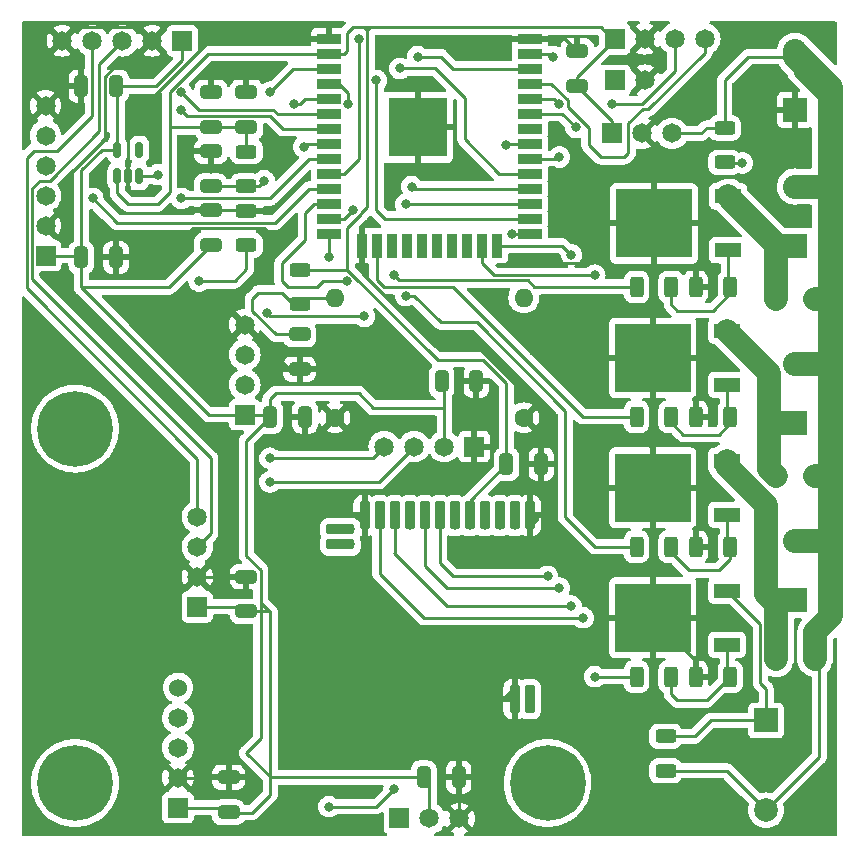
<source format=gtl>
%TF.GenerationSoftware,KiCad,Pcbnew,6.0.2+dfsg-1*%
%TF.CreationDate,2022-06-19T17:26:25+02:00*%
%TF.ProjectId,PlantSensor,506c616e-7453-4656-9e73-6f722e6b6963,3*%
%TF.SameCoordinates,PX5f5e100PY623a7c0*%
%TF.FileFunction,Copper,L1,Top*%
%TF.FilePolarity,Positive*%
%FSLAX46Y46*%
G04 Gerber Fmt 4.6, Leading zero omitted, Abs format (unit mm)*
G04 Created by KiCad (PCBNEW 6.0.2+dfsg-1) date 2022-06-19 17:26:25*
%MOMM*%
%LPD*%
G01*
G04 APERTURE LIST*
G04 Aperture macros list*
%AMRoundRect*
0 Rectangle with rounded corners*
0 $1 Rounding radius*
0 $2 $3 $4 $5 $6 $7 $8 $9 X,Y pos of 4 corners*
0 Add a 4 corners polygon primitive as box body*
4,1,4,$2,$3,$4,$5,$6,$7,$8,$9,$2,$3,0*
0 Add four circle primitives for the rounded corners*
1,1,$1+$1,$2,$3*
1,1,$1+$1,$4,$5*
1,1,$1+$1,$6,$7*
1,1,$1+$1,$8,$9*
0 Add four rect primitives between the rounded corners*
20,1,$1+$1,$2,$3,$4,$5,0*
20,1,$1+$1,$4,$5,$6,$7,0*
20,1,$1+$1,$6,$7,$8,$9,0*
20,1,$1+$1,$8,$9,$2,$3,0*%
G04 Aperture macros list end*
%TA.AperFunction,SMDPad,CuDef*%
%ADD10RoundRect,0.250000X0.312500X0.625000X-0.312500X0.625000X-0.312500X-0.625000X0.312500X-0.625000X0*%
%TD*%
%TA.AperFunction,SMDPad,CuDef*%
%ADD11RoundRect,0.250000X0.325000X0.650000X-0.325000X0.650000X-0.325000X-0.650000X0.325000X-0.650000X0*%
%TD*%
%TA.AperFunction,ComponentPad*%
%ADD12R,1.651000X1.651000*%
%TD*%
%TA.AperFunction,ComponentPad*%
%ADD13C,1.651000*%
%TD*%
%TA.AperFunction,ComponentPad*%
%ADD14R,2.000000X2.000000*%
%TD*%
%TA.AperFunction,ComponentPad*%
%ADD15C,2.000000*%
%TD*%
%TA.AperFunction,SMDPad,CuDef*%
%ADD16RoundRect,0.250000X0.625000X-0.312500X0.625000X0.312500X-0.625000X0.312500X-0.625000X-0.312500X0*%
%TD*%
%TA.AperFunction,SMDPad,CuDef*%
%ADD17R,0.900000X1.200000*%
%TD*%
%TA.AperFunction,ComponentPad*%
%ADD18C,1.600000*%
%TD*%
%TA.AperFunction,ComponentPad*%
%ADD19O,1.600000X1.600000*%
%TD*%
%TA.AperFunction,SMDPad,CuDef*%
%ADD20RoundRect,0.250000X0.650000X-0.325000X0.650000X0.325000X-0.650000X0.325000X-0.650000X-0.325000X0*%
%TD*%
%TA.AperFunction,ComponentPad*%
%ADD21R,2.032000X2.032000*%
%TD*%
%TA.AperFunction,ComponentPad*%
%ADD22C,2.032000*%
%TD*%
%TA.AperFunction,SMDPad,CuDef*%
%ADD23RoundRect,0.250000X-0.625000X0.312500X-0.625000X-0.312500X0.625000X-0.312500X0.625000X0.312500X0*%
%TD*%
%TA.AperFunction,SMDPad,CuDef*%
%ADD24R,2.200000X1.200000*%
%TD*%
%TA.AperFunction,SMDPad,CuDef*%
%ADD25R,6.400000X5.800000*%
%TD*%
%TA.AperFunction,ComponentPad*%
%ADD26C,1.524000*%
%TD*%
%TA.AperFunction,SMDPad,CuDef*%
%ADD27RoundRect,0.250000X-0.325000X-0.650000X0.325000X-0.650000X0.325000X0.650000X-0.325000X0.650000X0*%
%TD*%
%TA.AperFunction,ComponentPad*%
%ADD28C,6.400000*%
%TD*%
%TA.AperFunction,SMDPad,CuDef*%
%ADD29RoundRect,0.250000X-0.650000X0.325000X-0.650000X-0.325000X0.650000X-0.325000X0.650000X0.325000X0*%
%TD*%
%TA.AperFunction,SMDPad,CuDef*%
%ADD30R,2.000000X0.900000*%
%TD*%
%TA.AperFunction,SMDPad,CuDef*%
%ADD31R,0.900000X2.000000*%
%TD*%
%TA.AperFunction,SMDPad,CuDef*%
%ADD32R,5.000000X5.000000*%
%TD*%
%TA.AperFunction,SMDPad,CuDef*%
%ADD33RoundRect,0.150000X0.150000X-0.512500X0.150000X0.512500X-0.150000X0.512500X-0.150000X-0.512500X0*%
%TD*%
%TA.AperFunction,SMDPad,CuDef*%
%ADD34RoundRect,0.225000X-0.225000X0.975000X-0.225000X-0.975000X0.225000X-0.975000X0.225000X0.975000X0*%
%TD*%
%TA.AperFunction,ComponentPad*%
%ADD35C,0.800000*%
%TD*%
%TA.AperFunction,SMDPad,CuDef*%
%ADD36RoundRect,0.225000X-0.975000X-0.225000X0.975000X-0.225000X0.975000X0.225000X-0.975000X0.225000X0*%
%TD*%
%TA.AperFunction,SMDPad,CuDef*%
%ADD37RoundRect,0.225000X0.225000X-0.975000X0.225000X0.975000X-0.225000X0.975000X-0.225000X-0.975000X0*%
%TD*%
%TA.AperFunction,ViaPad*%
%ADD38C,0.800000*%
%TD*%
%TA.AperFunction,Conductor*%
%ADD39C,0.250000*%
%TD*%
%TA.AperFunction,Conductor*%
%ADD40C,2.000000*%
%TD*%
G04 APERTURE END LIST*
D10*
%TO.P,R2,1*%
%TO.N,Net-(Q1-Pad1)*%
X60462500Y47000000D03*
%TO.P,R2,2*%
%TO.N,GND*%
X57537500Y47000000D03*
%TD*%
D11*
%TO.P,C14,1*%
%TO.N,+3.3VP*%
X8475000Y64000000D03*
%TO.P,C14,2*%
%TO.N,GND*%
X5525000Y64000000D03*
%TD*%
D12*
%TO.P,J6,1,P$1*%
%TO.N,+3V3*%
X50690000Y68000000D03*
D13*
%TO.P,J6,2,P$2*%
%TO.N,GND*%
X53230000Y68000000D03*
%TO.P,J6,3,P$3*%
%TO.N,Net-(J6-Pad3)*%
X55770000Y68000000D03*
%TO.P,J6,4,P$4*%
%TO.N,Net-(J6-Pad4)*%
X58310000Y68000000D03*
%TD*%
D10*
%TO.P,R8,1*%
%TO.N,Net-(Q3-Pad1)*%
X55462500Y25000000D03*
%TO.P,R8,2*%
%TO.N,PWR_CMD_PUMP*%
X52537500Y25000000D03*
%TD*%
D14*
%TO.P,BZ1,1,-*%
%TO.N,Net-(BZ1-Pad1)*%
X63500000Y10300000D03*
D15*
%TO.P,BZ1,2,+*%
%TO.N,+12V*%
X63500000Y2700000D03*
%TD*%
D16*
%TO.P,R13,1*%
%TO.N,EXT_PWR_VOLT*%
X19500000Y50537500D03*
%TO.P,R13,2*%
%TO.N,GND*%
X19500000Y53462500D03*
%TD*%
D12*
%TO.P,U1,1,VCC_OUT*%
%TO.N,+3V3*%
X50460000Y60000000D03*
D13*
%TO.P,U1,2,GND*%
%TO.N,GND*%
X53000000Y60000000D03*
%TO.P,U1,3,VCC_IN*%
%TO.N,+12V*%
X55540000Y60000000D03*
%TD*%
D17*
%TO.P,D3,1,K*%
%TO.N,Net-(D3-Pad1)*%
X64350000Y15500000D03*
%TO.P,D3,2,A*%
%TO.N,+12V*%
X67650000Y15500000D03*
%TD*%
%TO.P,D1,1,K*%
%TO.N,Net-(D1-Pad1)*%
X64350000Y46000000D03*
%TO.P,D1,2,A*%
%TO.N,+12V*%
X67650000Y46000000D03*
%TD*%
D18*
%TO.P,SW1,1,1*%
%TO.N,GND*%
X27000000Y35920000D03*
D19*
%TO.P,SW1,2,2*%
%TO.N,SWITCH_SIG*%
X27000000Y46080000D03*
%TD*%
D20*
%TO.P,C1,1*%
%TO.N,+3V3*%
X47500000Y64025000D03*
%TO.P,C1,2*%
%TO.N,GND*%
X47500000Y66975000D03*
%TD*%
D11*
%TO.P,C12,1*%
%TO.N,GND*%
X38975000Y39000000D03*
%TO.P,C12,2*%
%TO.N,+3.3VP*%
X36025000Y39000000D03*
%TD*%
D20*
%TO.P,C9,1*%
%TO.N,+3.3VP*%
X18000000Y2525000D03*
%TO.P,C9,2*%
%TO.N,GND*%
X18000000Y5475000D03*
%TD*%
D21*
%TO.P,J3,1,1*%
%TO.N,Net-(D2-Pad1)*%
X65950000Y35500000D03*
D22*
%TO.P,J3,2,2*%
%TO.N,+12V*%
X65950000Y40500000D03*
%TD*%
D20*
%TO.P,C2,1*%
%TO.N,+3V3*%
X16515000Y60525000D03*
%TO.P,C2,2*%
%TO.N,GND*%
X16515000Y63475000D03*
%TD*%
%TO.P,C3,1*%
%TO.N,+3V3*%
X19500000Y60525000D03*
%TO.P,C3,2*%
%TO.N,GND*%
X19500000Y63475000D03*
%TD*%
D12*
%TO.P,U6,1,VIN*%
%TO.N,+3.3VP*%
X15350000Y19920000D03*
D13*
%TO.P,U6,2,GND*%
%TO.N,GND*%
X15350000Y22460000D03*
%TO.P,U6,3,SCL*%
%TO.N,DISPLAY_SCL*%
X15350000Y25000000D03*
%TO.P,U6,4,SDA*%
%TO.N,DISPLAY_SDA*%
X15350000Y27540000D03*
%TD*%
D23*
%TO.P,R12,1*%
%TO.N,+12V*%
X60000000Y60462500D03*
%TO.P,R12,2*%
%TO.N,EXT_PWR_VOLT*%
X60000000Y57537500D03*
%TD*%
D12*
%TO.P,U5,1,GND*%
%TO.N,GND*%
X38797500Y33490000D03*
D13*
%TO.P,U5,2,VCC*%
%TO.N,+3.3VP*%
X36257500Y33490000D03*
%TO.P,U5,3,SCL*%
%TO.N,DISPLAY_SCL*%
X33717500Y33490000D03*
%TO.P,U5,4,SDA*%
%TO.N,DISPLAY_SDA*%
X31177500Y33490000D03*
%TD*%
D24*
%TO.P,Q2,1,G*%
%TO.N,Net-(Q2-Pad1)*%
X60200000Y38720000D03*
D25*
%TO.P,Q2,2,S*%
%TO.N,GND*%
X53900000Y41000000D03*
D24*
%TO.P,Q2,3,D*%
%TO.N,Net-(D2-Pad1)*%
X60200000Y43280000D03*
%TD*%
D10*
%TO.P,R6,1*%
%TO.N,Net-(Q1-Pad1)*%
X55462500Y47000000D03*
%TO.P,R6,2*%
%TO.N,PWR_CMD_LED1*%
X52537500Y47000000D03*
%TD*%
D12*
%TO.P,U8,1,VCC*%
%TO.N,+3.3VP*%
X13715000Y2920000D03*
D13*
%TO.P,U8,2,GND*%
%TO.N,GND*%
X13715000Y5460000D03*
%TO.P,U8,3,TX*%
%TO.N,Net-(U3-Pad27)*%
X13715000Y8000000D03*
%TO.P,U8,4,RX*%
%TO.N,Net-(U3-Pad28)*%
X13715000Y10540000D03*
D26*
%TO.P,U8,5,PPS*%
%TO.N,GPS_PPS_CLOCK_REF*%
X13715000Y13080000D03*
%TD*%
D16*
%TO.P,R1,1*%
%TO.N,+12V*%
X55000000Y6037500D03*
%TO.P,R1,2*%
%TO.N,Net-(BZ1-Pad1)*%
X55000000Y8962500D03*
%TD*%
D27*
%TO.P,C8,1*%
%TO.N,+3.3VP*%
X21525000Y36000000D03*
%TO.P,C8,2*%
%TO.N,GND*%
X24475000Y36000000D03*
%TD*%
D24*
%TO.P,Q4,1,G*%
%TO.N,Net-(Q4-Pad1)*%
X60200000Y16720000D03*
D25*
%TO.P,Q4,2,S*%
%TO.N,GND*%
X53900000Y19000000D03*
D24*
%TO.P,Q4,3,D*%
%TO.N,Net-(BZ1-Pad1)*%
X60200000Y21280000D03*
%TD*%
D28*
%TO.P,REF\u002A\u002A,1*%
%TO.N,N/C*%
X5000000Y5000000D03*
%TD*%
D24*
%TO.P,Q3,1,G*%
%TO.N,Net-(Q3-Pad1)*%
X60200000Y27720000D03*
D25*
%TO.P,Q3,2,S*%
%TO.N,GND*%
X53900000Y30000000D03*
D24*
%TO.P,Q3,3,D*%
%TO.N,Net-(D3-Pad1)*%
X60200000Y32280000D03*
%TD*%
D29*
%TO.P,C5,1*%
%TO.N,SWITCH_SIG*%
X24000000Y42975000D03*
%TO.P,C5,2*%
%TO.N,GND*%
X24000000Y40025000D03*
%TD*%
D28*
%TO.P,REF\u002A\u002A,1*%
%TO.N,N/C*%
X5000000Y35000000D03*
%TD*%
D10*
%TO.P,R5,1*%
%TO.N,Net-(Q4-Pad1)*%
X60462500Y14000000D03*
%TO.P,R5,2*%
%TO.N,GND*%
X57537500Y14000000D03*
%TD*%
D30*
%TO.P,U3,1,GND*%
%TO.N,GND*%
X26500000Y68005000D03*
%TO.P,U3,2,VDD*%
%TO.N,+3V3*%
X26500000Y66735000D03*
%TO.P,U3,3,EN*%
%TO.N,Net-(C4-Pad1)*%
X26500000Y65465000D03*
%TO.P,U3,4,SENSOR_VP*%
%TO.N,SWITCH_SIG*%
X26500000Y64195000D03*
%TO.P,U3,5,SENSOR_VN*%
%TO.N,GPS_PPS_CLOCK_REF*%
X26500000Y62925000D03*
%TO.P,U3,6,IO34*%
%TO.N,DISPLAY_SDA*%
X26500000Y61655000D03*
%TO.P,U3,7,IO35*%
%TO.N,DISPLAY_SCL*%
X26500000Y60385000D03*
%TO.P,U3,8,IO32*%
%TO.N,SOIL_AOUT*%
X26500000Y59115000D03*
%TO.P,U3,9,IO33*%
%TO.N,EXT_PWR_VOLT*%
X26500000Y57845000D03*
%TO.P,U3,10,IO25*%
%TO.N,MIC_LRCL*%
X26500000Y56575000D03*
%TO.P,U3,11,IO26*%
%TO.N,MIC_BCLK*%
X26500000Y55305000D03*
%TO.P,U3,12,IO27*%
%TO.N,LORA_NSS*%
X26500000Y54035000D03*
%TO.P,U3,13,IO14*%
%TO.N,PWR_CMD_PUMP*%
X26500000Y52765000D03*
%TO.P,U3,14,IO12*%
%TO.N,PWR_CMD_LED1*%
X26500000Y51495000D03*
D31*
%TO.P,U3,15,GND*%
%TO.N,GND*%
X29285000Y50495000D03*
%TO.P,U3,16,IO13*%
%TO.N,PWR_CMD_LED2*%
X30555000Y50495000D03*
%TO.P,U3,17,SHD/SD2*%
%TO.N,unconnected-(U3-Pad17)*%
X31825000Y50495000D03*
%TO.P,U3,18,SWP/SD3*%
%TO.N,unconnected-(U3-Pad18)*%
X33095000Y50495000D03*
%TO.P,U3,19,SCS/CMD*%
%TO.N,unconnected-(U3-Pad19)*%
X34365000Y50495000D03*
%TO.P,U3,20,SCK/CLK*%
%TO.N,unconnected-(U3-Pad20)*%
X35635000Y50495000D03*
%TO.P,U3,21,SDO/SD0*%
%TO.N,unconnected-(U3-Pad21)*%
X36905000Y50495000D03*
%TO.P,U3,22,SDI/SD1*%
%TO.N,unconnected-(U3-Pad22)*%
X38175000Y50495000D03*
%TO.P,U3,23,IO15*%
%TO.N,PWR_CMD_BUZZER*%
X39445000Y50495000D03*
%TO.P,U3,24,IO2*%
%TO.N,LORA_DIO0*%
X40715000Y50495000D03*
D30*
%TO.P,U3,25,IO0*%
%TO.N,Net-(J5-Pad1)*%
X43500000Y51495000D03*
%TO.P,U3,26,IO4*%
%TO.N,DHT11HUMIDITY_DATA*%
X43500000Y52765000D03*
%TO.P,U3,27,IO16*%
%TO.N,Net-(U3-Pad27)*%
X43500000Y54035000D03*
%TO.P,U3,28,IO17*%
%TO.N,Net-(U3-Pad28)*%
X43500000Y55305000D03*
%TO.P,U3,29,IO5*%
%TO.N,PWR_CMD_SENSOR*%
X43500000Y56575000D03*
%TO.P,U3,30,IO18*%
%TO.N,LORA_SCK*%
X43500000Y57845000D03*
%TO.P,U3,31,IO19*%
%TO.N,LORA_MISO*%
X43500000Y59115000D03*
%TO.P,U3,32,NC*%
%TO.N,unconnected-(U3-Pad32)*%
X43500000Y60385000D03*
%TO.P,U3,33,IO21*%
%TO.N,LORA_RST*%
X43500000Y61655000D03*
%TO.P,U3,34,RXD0/IO3*%
%TO.N,Net-(J6-Pad3)*%
X43500000Y62925000D03*
%TO.P,U3,35,TXD0/IO1*%
%TO.N,Net-(J6-Pad4)*%
X43500000Y64195000D03*
%TO.P,U3,36,IO22*%
%TO.N,MIC_DOUT*%
X43500000Y65465000D03*
%TO.P,U3,37,IO23*%
%TO.N,LORA_MOSI*%
X43500000Y66735000D03*
%TO.P,U3,38,GND*%
%TO.N,GND*%
X43500000Y68005000D03*
D32*
%TO.P,U3,39,GND*%
X34000000Y60505000D03*
%TD*%
D24*
%TO.P,Q1,1,G*%
%TO.N,Net-(Q1-Pad1)*%
X60300000Y50100000D03*
D25*
%TO.P,Q1,2,S*%
%TO.N,GND*%
X54000000Y52380000D03*
D24*
%TO.P,Q1,3,D*%
%TO.N,Net-(D1-Pad1)*%
X60300000Y54660000D03*
%TD*%
D18*
%TO.P,SW2,1,1*%
%TO.N,GND*%
X43000000Y35920000D03*
D19*
%TO.P,SW2,2,2*%
%TO.N,Net-(C4-Pad1)*%
X43000000Y46080000D03*
%TD*%
D20*
%TO.P,C4,1*%
%TO.N,Net-(C4-Pad1)*%
X16500000Y55525000D03*
%TO.P,C4,2*%
%TO.N,GND*%
X16500000Y58475000D03*
%TD*%
D27*
%TO.P,C11,1*%
%TO.N,+3.3VP*%
X34525000Y5500000D03*
%TO.P,C11,2*%
%TO.N,GND*%
X37475000Y5500000D03*
%TD*%
D12*
%TO.P,U11,1,VDD*%
%TO.N,+3.3VP*%
X19367520Y36190000D03*
D13*
%TO.P,U11,2,DATA*%
%TO.N,DHT11HUMIDITY_DATA*%
X19367520Y38730000D03*
%TO.P,U11,3,NC*%
%TO.N,unconnected-(U11-Pad3)*%
X19367520Y41270000D03*
%TO.P,U11,4,GND*%
%TO.N,GND*%
X19367520Y43810000D03*
%TD*%
D23*
%TO.P,R10,1*%
%TO.N,+3V3*%
X19500000Y58462500D03*
%TO.P,R10,2*%
%TO.N,Net-(C4-Pad1)*%
X19500000Y55537500D03*
%TD*%
D12*
%TO.P,U7,1,VCC*%
%TO.N,+3.3VP*%
X14080000Y67840000D03*
D13*
%TO.P,U7,2,GND*%
%TO.N,GND*%
X11540000Y67840000D03*
%TO.P,U7,3,SCL*%
%TO.N,DISPLAY_SCL*%
X9000000Y67840000D03*
%TO.P,U7,4,SDA*%
%TO.N,DISPLAY_SDA*%
X6460000Y67840000D03*
%TO.P,U7,5,ADDR*%
%TO.N,GND*%
X3920000Y67840000D03*
%TD*%
D21*
%TO.P,J4,1,1*%
%TO.N,Net-(D3-Pad1)*%
X65950000Y20500000D03*
D22*
%TO.P,J4,2,2*%
%TO.N,+12V*%
X65950000Y25500000D03*
%TD*%
D21*
%TO.P,J2,1,1*%
%TO.N,Net-(D1-Pad1)*%
X65950000Y50500000D03*
D22*
%TO.P,J2,2,2*%
%TO.N,+12V*%
X65950000Y55500000D03*
%TD*%
D27*
%TO.P,C10,1*%
%TO.N,+3.3VP*%
X5525000Y49500000D03*
%TO.P,C10,2*%
%TO.N,GND*%
X8475000Y49500000D03*
%TD*%
%TO.P,C7,1*%
%TO.N,+3V3*%
X41525000Y32000000D03*
%TO.P,C7,2*%
%TO.N,GND*%
X44475000Y32000000D03*
%TD*%
D12*
%TO.P,U10,1,AOUT*%
%TO.N,SOIL_AOUT*%
X32460000Y2000000D03*
D13*
%TO.P,U10,2,VCC*%
%TO.N,+3.3VP*%
X35000000Y2000000D03*
%TO.P,U10,3,GND*%
%TO.N,GND*%
X37540000Y2000000D03*
%TD*%
D12*
%TO.P,U9,1,3V3*%
%TO.N,+3.3VP*%
X2500000Y49650000D03*
D13*
%TO.P,U9,2,GND*%
%TO.N,GND*%
X2500000Y52190000D03*
%TO.P,U9,3,BCLK*%
%TO.N,MIC_BCLK*%
X2500000Y54730000D03*
%TO.P,U9,4,DOUT*%
%TO.N,MIC_DOUT*%
X2500000Y57270000D03*
%TO.P,U9,5,LRCL*%
%TO.N,MIC_LRCL*%
X2500000Y59810000D03*
%TO.P,U9,6,SEL*%
%TO.N,GND*%
X2500000Y62350000D03*
%TD*%
D28*
%TO.P,REF\u002A\u002A,1*%
%TO.N,N/C*%
X45000000Y5000000D03*
%TD*%
D33*
%TO.P,U2,1,IN*%
%TO.N,+3V3*%
X8550000Y56362500D03*
%TO.P,U2,2,GND*%
%TO.N,GND*%
X9500000Y56362500D03*
%TO.P,U2,3,EN*%
%TO.N,PWR_CMD_SENSOR*%
X10450000Y56362500D03*
%TO.P,U2,4,BP*%
%TO.N,unconnected-(U2-Pad4)*%
X10450000Y58637500D03*
%TO.P,U2,5,OUT*%
%TO.N,+3.3VP*%
X8550000Y58637500D03*
%TD*%
D21*
%TO.P,J1,1,1*%
%TO.N,GND*%
X65950000Y62000000D03*
D22*
%TO.P,J1,2,2*%
%TO.N,+12V*%
X65950000Y67000000D03*
%TD*%
D20*
%TO.P,C6,1*%
%TO.N,+3.3VP*%
X16500000Y50525000D03*
%TO.P,C6,2*%
%TO.N,GND*%
X16500000Y53475000D03*
%TD*%
%TO.P,C13,1*%
%TO.N,+3.3VP*%
X19500000Y19525000D03*
%TO.P,C13,2*%
%TO.N,GND*%
X19500000Y22475000D03*
%TD*%
D23*
%TO.P,R11,1*%
%TO.N,+3V3*%
X24000000Y48462500D03*
%TO.P,R11,2*%
%TO.N,SWITCH_SIG*%
X24000000Y45537500D03*
%TD*%
D17*
%TO.P,D2,1,K*%
%TO.N,Net-(D2-Pad1)*%
X64350000Y31000000D03*
%TO.P,D2,2,A*%
%TO.N,+12V*%
X67650000Y31000000D03*
%TD*%
D10*
%TO.P,R3,1*%
%TO.N,Net-(Q2-Pad1)*%
X60462500Y36000000D03*
%TO.P,R3,2*%
%TO.N,GND*%
X57537500Y36000000D03*
%TD*%
%TO.P,R7,1*%
%TO.N,Net-(Q2-Pad1)*%
X55462500Y36000000D03*
%TO.P,R7,2*%
%TO.N,PWR_CMD_LED2*%
X52537500Y36000000D03*
%TD*%
%TO.P,R9,1*%
%TO.N,Net-(Q4-Pad1)*%
X55462500Y14000000D03*
%TO.P,R9,2*%
%TO.N,PWR_CMD_BUZZER*%
X52537500Y14000000D03*
%TD*%
D34*
%TO.P,U4,1,GND*%
%TO.N,GND*%
X43490000Y27651000D03*
D35*
X43490000Y26851000D03*
D34*
%TO.P,U4,2,DIO1*%
%TO.N,LORA_DIO1*%
X42220000Y27651000D03*
D35*
X42220000Y26851000D03*
%TO.P,U4,3,DIO2*%
%TO.N,LORA_DIO2*%
X40950000Y26851000D03*
D34*
X40950000Y27651000D03*
%TO.P,U4,4,DIO3*%
%TO.N,LORA_DIO3*%
X39680000Y27651000D03*
D35*
X39680000Y26851000D03*
D34*
%TO.P,U4,5,VCC*%
%TO.N,+3V3*%
X38410000Y27651000D03*
D35*
X38410000Y26851000D03*
D34*
%TO.P,U4,6,MISO*%
%TO.N,LORA_MISO*%
X37140000Y27651000D03*
D35*
X37140000Y26851000D03*
D34*
%TO.P,U4,7,MOSI*%
%TO.N,LORA_MOSI*%
X35870000Y27651000D03*
D35*
X35870000Y26851000D03*
%TO.P,U4,8,SCK*%
%TO.N,LORA_SCK*%
X34600000Y26851000D03*
D34*
X34600000Y27651000D03*
D35*
%TO.P,U4,9,NSS*%
%TO.N,LORA_NSS*%
X33330000Y26851000D03*
D34*
X33330000Y27651000D03*
D35*
%TO.P,U4,10,DIO0*%
%TO.N,LORA_DIO0*%
X32060000Y26851000D03*
D34*
X32060000Y27651000D03*
D35*
%TO.P,U4,11,REST*%
%TO.N,LORA_RST*%
X30790000Y26851000D03*
D34*
X30790000Y27651000D03*
%TO.P,U4,12,GND*%
%TO.N,GND*%
X29520000Y27651000D03*
D35*
X29520000Y26851000D03*
%TO.P,U4,13,DIO4*%
%TO.N,LORA_DIO4*%
X28261000Y26481000D03*
D36*
X27461000Y26481000D03*
D35*
%TO.P,U4,14,DIO5*%
%TO.N,LORA_DIO5*%
X28261000Y25211000D03*
D36*
X27461000Y25211000D03*
D35*
%TO.P,U4,15,GND*%
%TO.N,GND*%
X42220000Y12881000D03*
D37*
X42220000Y12103000D03*
D35*
%TO.P,U4,16,ANT*%
%TO.N,unconnected-(U4-Pad16)*%
X43490000Y12881000D03*
D37*
X43490000Y12103000D03*
%TD*%
D10*
%TO.P,R4,1*%
%TO.N,Net-(Q3-Pad1)*%
X60462500Y25000000D03*
%TO.P,R4,2*%
%TO.N,GND*%
X57537500Y25000000D03*
%TD*%
D12*
%TO.P,J5,1,1*%
%TO.N,Net-(J5-Pad1)*%
X50730000Y64500000D03*
D13*
%TO.P,J5,2,2*%
%TO.N,GND*%
X53270000Y64500000D03*
%TD*%
D38*
%TO.N,Net-(J5-Pad1)*%
X42000000Y51500000D03*
%TO.N,GND*%
X16500000Y68000000D03*
X38500000Y67500000D03*
X54000000Y19000000D03*
X53900000Y41000000D03*
X54000000Y52000000D03*
X7000000Y56000000D03*
X16500000Y65500000D03*
X16500000Y57000000D03*
X54000000Y30000000D03*
X42500000Y49000000D03*
%TO.N,Net-(J6-Pad3)*%
X50500000Y62500000D03*
X46000000Y62500000D03*
%TO.N,PWR_CMD_SENSOR*%
X32500000Y65500000D03*
X12000000Y56500000D03*
%TO.N,Net-(C4-Pad1)*%
X21262299Y44762299D03*
X21000000Y56000000D03*
X29500000Y44500000D03*
X21500000Y63500000D03*
%TO.N,SWITCH_SIG*%
X28099502Y62500000D03*
%TO.N,GPS_PPS_CLOCK_REF*%
X23500000Y62500000D03*
%TO.N,DISPLAY_SDA*%
X14000000Y63500000D03*
X21500000Y32500000D03*
%TO.N,DISPLAY_SCL*%
X13987701Y61987701D03*
X21500000Y30500000D03*
%TO.N,SOIL_AOUT*%
X24383243Y58858645D03*
%TO.N,EXT_PWR_VOLT*%
X32000000Y4500000D03*
X14000000Y54500000D03*
X15500000Y47500000D03*
X61500000Y57500000D03*
X26500000Y3000000D03*
%TO.N,MIC_LRCL*%
X29000000Y68000000D03*
%TO.N,MIC_BCLK*%
X6500000Y54500000D03*
%TO.N,LORA_NSS*%
X28000000Y47500000D03*
%TO.N,PWR_CMD_PUMP*%
X32982612Y46275500D03*
X28500000Y53500000D03*
%TO.N,PWR_CMD_LED1*%
X26500000Y49500000D03*
X32000000Y48000000D03*
%TO.N,PWR_CMD_BUZZER*%
X49000000Y48000000D03*
X49000000Y14000000D03*
%TO.N,LORA_DIO0*%
X47000000Y20000000D03*
X47017388Y49724500D03*
%TO.N,DHT11HUMIDITY_DATA*%
X30500000Y64500000D03*
%TO.N,Net-(U3-Pad27)*%
X33000000Y54000000D03*
%TO.N,Net-(U3-Pad28)*%
X33500000Y55500000D03*
%TO.N,LORA_SCK*%
X46000000Y58000000D03*
X46000000Y21500000D03*
%TO.N,LORA_MISO*%
X41500000Y59000000D03*
%TO.N,LORA_RST*%
X47407978Y60512424D03*
X48000000Y19000000D03*
%TO.N,MIC_DOUT*%
X34000000Y66500000D03*
%TO.N,LORA_MOSI*%
X45500000Y66500000D03*
X45000000Y22500000D03*
%TD*%
D39*
%TO.N,Net-(BZ1-Pad1)*%
X58800000Y10300000D02*
X58500000Y10000000D01*
X63500000Y10300000D02*
X63500000Y13000000D01*
X55000000Y8962500D02*
X57462500Y8962500D01*
X63500000Y13000000D02*
X63000000Y13500000D01*
X57462500Y8962500D02*
X58500000Y10000000D01*
X63500000Y10300000D02*
X58800000Y10300000D01*
X63000000Y18480000D02*
X60200000Y21280000D01*
X63000000Y13500000D02*
X63000000Y18480000D01*
%TO.N,+12V*%
X68000000Y55500000D02*
X68000000Y63000000D01*
X68000000Y7200000D02*
X68000000Y8200000D01*
X68000000Y8200000D02*
X68000000Y33500000D01*
X62000000Y66500000D02*
X60000000Y64500000D01*
X63000000Y3200000D02*
X60162500Y6037500D01*
D40*
X69000000Y40000000D02*
X69000000Y31000000D01*
X67650000Y17768978D02*
X67650000Y15500000D01*
X65950000Y25500000D02*
X69000000Y25500000D01*
X67650000Y31000000D02*
X69000000Y31000000D01*
D39*
X63500000Y2700000D02*
X68000000Y7200000D01*
D40*
X67650000Y46000000D02*
X69000000Y46000000D01*
D39*
X65950000Y66500000D02*
X62000000Y66500000D01*
D40*
X69000000Y25500000D02*
X69000000Y19118978D01*
D39*
X60000000Y60462500D02*
X58462500Y60462500D01*
D40*
X68500000Y55500000D02*
X69000000Y56000000D01*
X69000000Y31000000D02*
X69000000Y25500000D01*
X68500000Y40500000D02*
X69000000Y40000000D01*
X69000000Y56000000D02*
X69000000Y46000000D01*
D39*
X68000000Y33500000D02*
X68000000Y44500000D01*
X58462500Y60462500D02*
X58000000Y60000000D01*
X65950000Y65050000D02*
X65950000Y66500000D01*
D40*
X65950000Y55500000D02*
X68500000Y55500000D01*
D39*
X68000000Y63000000D02*
X65950000Y65050000D01*
X58000000Y60000000D02*
X55540000Y60000000D01*
X68000000Y44500000D02*
X68000000Y55500000D01*
X60162500Y6037500D02*
X55000000Y6037500D01*
D40*
X69000000Y63950000D02*
X69000000Y63450000D01*
X69000000Y63450000D02*
X69000000Y56000000D01*
X69000000Y46000000D02*
X69000000Y40000000D01*
X65950000Y67000000D02*
X69000000Y63950000D01*
D39*
X65950000Y55500000D02*
X68000000Y55500000D01*
D40*
X69000000Y19118978D02*
X67650000Y17768978D01*
X65950000Y40500000D02*
X68500000Y40500000D01*
D39*
X63500000Y2700000D02*
X60162500Y6037500D01*
X60000000Y64500000D02*
X60000000Y60462500D01*
D40*
X65950000Y66500000D02*
X69000000Y63450000D01*
%TO.N,Net-(D1-Pad1)*%
X64350000Y50390000D02*
X64460000Y50500000D01*
X65950000Y50500000D02*
X64460000Y50500000D01*
X64460000Y50500000D02*
X60300000Y54660000D01*
X64350000Y46000000D02*
X64350000Y50390000D01*
D39*
%TO.N,Net-(J5-Pad1)*%
X43495000Y51500000D02*
X43500000Y51495000D01*
X42000000Y51500000D02*
X43495000Y51500000D01*
%TO.N,GND*%
X5080000Y69000000D02*
X10500000Y69000000D01*
X19487500Y53475000D02*
X19500000Y53462500D01*
X23152520Y40025000D02*
X24000000Y40025000D01*
X29285000Y50495000D02*
X29285000Y48215000D01*
X15350000Y22460000D02*
X19485000Y22460000D01*
X38797500Y33490000D02*
X38797500Y38822500D01*
X3920000Y67840000D02*
X5080000Y69000000D01*
X49500000Y55500000D02*
X51000000Y57000000D01*
X49500000Y50500000D02*
X49500000Y55500000D01*
X43500000Y68005000D02*
X39005000Y68005000D01*
X54500000Y58000000D02*
X54500000Y58500000D01*
X10500000Y68880000D02*
X11540000Y67840000D01*
X5525000Y66235000D02*
X5525000Y64000000D01*
X4150000Y64000000D02*
X2500000Y62350000D01*
X9500000Y61000000D02*
X9500000Y56362500D01*
X10500000Y69000000D02*
X10500000Y68880000D01*
X19485000Y22460000D02*
X19500000Y22475000D01*
X16500000Y58475000D02*
X16500000Y57000000D01*
X54500000Y58500000D02*
X53000000Y60000000D01*
X18000000Y5475000D02*
X17985000Y5460000D01*
X35500000Y42000000D02*
X39000000Y42000000D01*
X16500000Y53475000D02*
X19487500Y53475000D01*
X42500000Y49000000D02*
X48000000Y49000000D01*
X39005000Y68005000D02*
X38500000Y67500000D01*
X26500000Y68005000D02*
X17995000Y68005000D01*
X57537500Y15362500D02*
X53900000Y19000000D01*
X17000000Y68500000D02*
X9500000Y61000000D01*
X48000000Y49000000D02*
X49500000Y50500000D01*
X53500000Y57000000D02*
X54500000Y58000000D01*
X29285000Y48215000D02*
X35500000Y42000000D01*
X15000000Y52000000D02*
X21000000Y52000000D01*
X7500000Y64812493D02*
X8187507Y65500000D01*
X17500000Y68500000D02*
X17000000Y68500000D01*
X51000000Y57000000D02*
X53500000Y57000000D01*
X12500000Y49500000D02*
X15000000Y52000000D01*
X4500000Y56500000D02*
X7500000Y59500000D01*
X39000000Y42000000D02*
X44000000Y37000000D01*
X17995000Y68005000D02*
X17500000Y68500000D01*
X44000000Y37000000D02*
X44000000Y36920000D01*
X22000000Y50500000D02*
X21500000Y50000000D01*
X37540000Y2000000D02*
X37540000Y5435000D01*
X8475000Y49500000D02*
X12500000Y49500000D01*
X3920000Y67840000D02*
X5525000Y66235000D01*
X17985000Y5460000D02*
X13715000Y5460000D01*
X46470000Y68005000D02*
X43500000Y68005000D01*
X16515000Y63475000D02*
X16515000Y65485000D01*
X16515000Y65485000D02*
X16500000Y65500000D01*
X19367520Y43810000D02*
X23152520Y40025000D01*
X21000000Y52000000D02*
X22000000Y51000000D01*
X22000000Y51000000D02*
X22000000Y50500000D01*
X44000000Y36920000D02*
X43000000Y35920000D01*
X37540000Y5435000D02*
X37475000Y5500000D01*
X9200000Y65500000D02*
X11540000Y67840000D01*
X2500000Y52190000D02*
X4500000Y54190000D01*
X8187507Y65500000D02*
X9200000Y65500000D01*
X57537500Y14000000D02*
X57537500Y15362500D01*
X47500000Y66975000D02*
X46470000Y68005000D01*
X5525000Y64000000D02*
X4150000Y64000000D01*
X38797500Y38822500D02*
X38975000Y39000000D01*
X4500000Y54190000D02*
X4500000Y56500000D01*
X7500000Y59500000D02*
X7500000Y64812493D01*
%TO.N,+3V3*%
X41525000Y32000000D02*
X38410000Y28885000D01*
X16210400Y66735000D02*
X26500000Y66735000D01*
X12000000Y54000000D02*
X13000000Y55000000D01*
X28037500Y48462500D02*
X28062100Y48462500D01*
X39525000Y40839296D02*
X41525000Y38839296D01*
X13000000Y55000000D02*
X13000000Y63524600D01*
X29735000Y68765000D02*
X29735000Y53735000D01*
X28000000Y68500000D02*
X28500000Y69000000D01*
X9500000Y54000000D02*
X12000000Y54000000D01*
X13000000Y63524600D02*
X16210400Y66735000D01*
X29500000Y69000000D02*
X30000000Y69000000D01*
X29735000Y68765000D02*
X29970000Y69000000D01*
X8550000Y56362500D02*
X8550000Y54950000D01*
X28500000Y69000000D02*
X29500000Y69000000D01*
X26500000Y66735000D02*
X27735000Y66735000D01*
X29224501Y53224501D02*
X29224501Y53199901D01*
X47500000Y64810000D02*
X47500000Y64025000D01*
X29500000Y69000000D02*
X29735000Y68765000D01*
X28037500Y48462500D02*
X24000000Y48462500D01*
X50690000Y68000000D02*
X50500000Y68000000D01*
X27735000Y66735000D02*
X28000000Y67000000D01*
X19500000Y60525000D02*
X19500000Y58462500D01*
X50460000Y60000000D02*
X50460000Y61065000D01*
X30000000Y69000000D02*
X49500000Y69000000D01*
X50690000Y68000000D02*
X47500000Y64810000D01*
X38410000Y28885000D02*
X38410000Y27651000D01*
X28037500Y52012900D02*
X28037500Y48462500D01*
X50460000Y61065000D02*
X47500000Y64025000D01*
X13025000Y60525000D02*
X19500000Y60525000D01*
X41525000Y38839296D02*
X41525000Y32000000D01*
X28000000Y67000000D02*
X28000000Y68500000D01*
X29224501Y53199901D02*
X28037500Y52012900D01*
X28062100Y48462500D02*
X35685304Y40839296D01*
X29735000Y53735000D02*
X29224501Y53224501D01*
X50500000Y68000000D02*
X49500000Y69000000D01*
X8550000Y54950000D02*
X9500000Y54000000D01*
X35685304Y40839296D02*
X39525000Y40839296D01*
%TO.N,Net-(J6-Pad3)*%
X55770000Y68000000D02*
X55770000Y65270000D01*
X55770000Y65270000D02*
X53000000Y62500000D01*
X46000000Y62500000D02*
X45575000Y62925000D01*
X45575000Y62925000D02*
X43500000Y62925000D01*
X53000000Y62500000D02*
X50500000Y62500000D01*
%TO.N,Net-(J6-Pad4)*%
X51849989Y60849989D02*
X53050490Y62050490D01*
X43500000Y64195000D02*
X45329600Y64195000D01*
X46724501Y62220499D02*
X48500000Y60445000D01*
X48500000Y59000000D02*
X49500000Y58000000D01*
X53527923Y62050490D02*
X58310000Y66832567D01*
X49500000Y58000000D02*
X51500000Y58000000D01*
X48500000Y60445000D02*
X48500000Y59000000D01*
X53050490Y62050490D02*
X53527923Y62050490D01*
X51500000Y58000000D02*
X51849989Y58349989D01*
X45329600Y64195000D02*
X46724501Y62800099D01*
X58310000Y66832567D02*
X58310000Y68000000D01*
X51849989Y58349989D02*
X51849989Y60849989D01*
X46724501Y62800099D02*
X46724501Y62220499D01*
%TO.N,PWR_CMD_SENSOR*%
X38000000Y59500000D02*
X40925000Y56575000D01*
X10450000Y56362500D02*
X11862500Y56362500D01*
X40925000Y56575000D02*
X43500000Y56575000D01*
X32500000Y65500000D02*
X35500000Y65500000D01*
X11862500Y56362500D02*
X12000000Y56500000D01*
X38000000Y63000000D02*
X38000000Y59500000D01*
X35500000Y65500000D02*
X38000000Y63000000D01*
%TO.N,+3.3VP*%
X5525000Y49500000D02*
X5375000Y49650000D01*
X35000000Y5025000D02*
X34525000Y5500000D01*
X5375000Y49650000D02*
X2500000Y49650000D01*
X30242500Y36757500D02*
X29000000Y38000000D01*
X14080000Y67840000D02*
X14080000Y66215704D01*
X36257500Y36757500D02*
X36257500Y38767500D01*
X19105000Y19920000D02*
X15350000Y19920000D01*
X16310000Y36190000D02*
X19367520Y36190000D01*
X36257500Y33490000D02*
X36257500Y36757500D01*
X36257500Y36757500D02*
X30242500Y36757500D01*
X8550000Y63925000D02*
X8475000Y64000000D01*
X12950000Y46975000D02*
X5525000Y46975000D01*
X20724520Y8774520D02*
X20724520Y23037973D01*
X18025000Y2500000D02*
X18000000Y2525000D01*
X34525000Y5500000D02*
X21550000Y5500000D01*
X16500000Y50525000D02*
X12950000Y46975000D01*
X19500000Y19525000D02*
X21475000Y19525000D01*
X5525000Y56889296D02*
X5525000Y49500000D01*
X20775499Y20224501D02*
X21525000Y19475000D01*
X8550000Y58637500D02*
X7273204Y58637500D01*
X21500000Y37500000D02*
X21500000Y36025000D01*
X5525000Y46975000D02*
X16310000Y36190000D01*
X21335000Y36190000D02*
X21525000Y36000000D01*
X19500000Y7550000D02*
X20724520Y8774520D01*
X22000000Y38000000D02*
X21500000Y37500000D01*
X21525000Y4025000D02*
X20000000Y2500000D01*
X17605000Y2920000D02*
X13715000Y2920000D01*
X21525000Y5475000D02*
X21525000Y4025000D01*
X8550000Y58637500D02*
X8550000Y63925000D01*
X18000000Y2525000D02*
X17605000Y2920000D01*
X20000000Y2500000D02*
X18025000Y2500000D01*
X19367520Y36190000D02*
X21335000Y36190000D01*
X11864296Y64000000D02*
X8475000Y64000000D01*
X36257500Y38767500D02*
X36025000Y39000000D01*
X21525000Y19475000D02*
X21525000Y5475000D01*
X19500000Y24262493D02*
X19500000Y33975000D01*
X20724520Y23037973D02*
X19500000Y24262493D01*
X19500000Y19525000D02*
X19105000Y19920000D01*
X35000000Y2000000D02*
X35000000Y5025000D01*
X29000000Y38000000D02*
X22000000Y38000000D01*
X21550000Y5500000D02*
X19500000Y7550000D01*
X21550000Y5500000D02*
X21525000Y5475000D01*
X5525000Y49500000D02*
X5525000Y46975000D01*
X7273204Y58637500D02*
X5525000Y56889296D01*
X14080000Y66215704D02*
X11864296Y64000000D01*
X19500000Y33975000D02*
X21525000Y36000000D01*
%TO.N,Net-(C4-Pad1)*%
X20537500Y55537500D02*
X21000000Y56000000D01*
X19487500Y55525000D02*
X19500000Y55537500D01*
X21500000Y63500000D02*
X23465000Y65465000D01*
X29500000Y44500000D02*
X21524598Y44500000D01*
X23465000Y65465000D02*
X26500000Y65465000D01*
X16500000Y55525000D02*
X19487500Y55525000D01*
X21524598Y44500000D02*
X21262299Y44762299D01*
X19500000Y55537500D02*
X20537500Y55537500D01*
%TO.N,SWITCH_SIG*%
X22025000Y42975000D02*
X20000000Y45000000D01*
X27305000Y64195000D02*
X28099502Y63400498D01*
X23462500Y45537500D02*
X24000000Y45537500D01*
X24000000Y45537500D02*
X24542500Y46080000D01*
X20500000Y46500000D02*
X22500000Y46500000D01*
X24000000Y42975000D02*
X22025000Y42975000D01*
X24542500Y46080000D02*
X27000000Y46080000D01*
X20000000Y46000000D02*
X20500000Y46500000D01*
X22500000Y46500000D02*
X23462500Y45537500D01*
X28099502Y63400498D02*
X28099502Y62500000D01*
X20000000Y45000000D02*
X20000000Y46000000D01*
X26500000Y64195000D02*
X27305000Y64195000D01*
%TO.N,GPS_PPS_CLOCK_REF*%
X24000000Y62500000D02*
X23500000Y62500000D01*
X26500000Y62925000D02*
X24425000Y62925000D01*
X24425000Y62925000D02*
X24000000Y62500000D01*
%TO.N,DISPLAY_SDA*%
X15482612Y62017388D02*
X14000000Y63500000D01*
X6460000Y67840000D02*
X6460000Y61460000D01*
X15350000Y27540000D02*
X15350000Y32450956D01*
X15350000Y32450956D02*
X900478Y46900478D01*
X26500000Y61655000D02*
X22155000Y61655000D01*
X6460000Y61460000D02*
X3500000Y58500000D01*
X21500000Y32500000D02*
X30187500Y32500000D01*
X3500000Y58500000D02*
X1500000Y58500000D01*
X21792612Y62017388D02*
X15482612Y62017388D01*
X900478Y57900478D02*
X900478Y46900478D01*
X30187500Y32500000D02*
X31177500Y33490000D01*
X22155000Y61655000D02*
X21792612Y62017388D01*
X1500000Y58500000D02*
X900478Y57900478D01*
%TO.N,DISPLAY_SCL*%
X15350000Y25000000D02*
X16500011Y26150011D01*
X30727500Y30500000D02*
X21500000Y30500000D01*
X22615000Y60385000D02*
X21500000Y61500000D01*
X26500000Y60385000D02*
X22615000Y60385000D01*
X16500000Y32500000D02*
X1349989Y47650011D01*
X1349989Y55349989D02*
X2000000Y56000000D01*
X2856362Y56000000D02*
X7050489Y60194127D01*
X15500000Y33500000D02*
X16500000Y32500000D01*
X16500011Y26150011D02*
X16500011Y27500011D01*
X1349989Y47650011D02*
X1349989Y55349989D01*
X15350000Y25000000D02*
X16500000Y26150000D01*
X16500011Y32499989D02*
X15500000Y33500000D01*
X16500011Y27500011D02*
X16500011Y32499989D01*
X16500011Y27500011D02*
X16500011Y28016351D01*
X2000000Y56000000D02*
X2856362Y56000000D01*
X7050489Y60194127D02*
X7050489Y65890489D01*
X14475402Y61500000D02*
X13987701Y61987701D01*
X33717500Y33490000D02*
X30727500Y30500000D01*
X16500000Y26150000D02*
X16500000Y32500000D01*
X21500000Y61500000D02*
X14475402Y61500000D01*
X1349989Y47650011D02*
X15500000Y33500000D01*
X7050489Y65890489D02*
X9000000Y67840000D01*
%TO.N,SOIL_AOUT*%
X24639598Y59115000D02*
X24383243Y58858645D01*
X26500000Y59115000D02*
X24639598Y59115000D01*
%TO.N,EXT_PWR_VOLT*%
X26500000Y3000000D02*
X30500000Y3000000D01*
X30500000Y3000000D02*
X32000000Y4500000D01*
X15500000Y47500000D02*
X18500000Y47500000D01*
X61500000Y57500000D02*
X60037500Y57500000D01*
X18500000Y47500000D02*
X19500000Y48500000D01*
X60037500Y57500000D02*
X60000000Y57537500D01*
X21500000Y54500000D02*
X24845000Y57845000D01*
X26500000Y57845000D02*
X24845000Y57845000D01*
X21500000Y54500000D02*
X14000000Y54500000D01*
X19500000Y48500000D02*
X19500000Y50537500D01*
%TO.N,MIC_LRCL*%
X27750000Y56575000D02*
X26500000Y56575000D01*
X29000000Y68000000D02*
X29000000Y57825000D01*
X29000000Y57825000D02*
X27750000Y56575000D01*
%TO.N,MIC_BCLK*%
X6500000Y54500000D02*
X8550490Y52449510D01*
X21949510Y52449510D02*
X24805000Y55305000D01*
X8550490Y52449510D02*
X21949510Y52449510D01*
X24805000Y55305000D02*
X26500000Y55305000D01*
%TO.N,LORA_NSS*%
X26000000Y47500000D02*
X28000000Y47500000D01*
X25250000Y54035000D02*
X24500000Y53285000D01*
X25500000Y47000000D02*
X26000000Y47500000D01*
X26500000Y54035000D02*
X25250000Y54035000D01*
X22500000Y47500000D02*
X23000000Y47000000D01*
X24500000Y53285000D02*
X24500000Y51000000D01*
X23000000Y47000000D02*
X25500000Y47000000D01*
X22500000Y49000000D02*
X22500000Y47500000D01*
X24500000Y51000000D02*
X22500000Y49000000D01*
%TO.N,PWR_CMD_PUMP*%
X46500000Y36500000D02*
X39000000Y44000000D01*
X33724500Y46275500D02*
X32982612Y46275500D01*
X52537500Y25000000D02*
X49000000Y25000000D01*
X27765000Y52765000D02*
X28500000Y53500000D01*
X36000000Y44000000D02*
X33724500Y46275500D01*
X46500000Y27500000D02*
X46500000Y36500000D01*
X26500000Y52765000D02*
X27765000Y52765000D01*
X49000000Y25000000D02*
X46500000Y27500000D01*
X39000000Y44000000D02*
X36000000Y44000000D01*
%TO.N,PWR_CMD_LED1*%
X43864296Y47000000D02*
X43313807Y47550489D01*
X52537500Y47000000D02*
X43864296Y47000000D01*
X32449511Y47550489D02*
X32000000Y48000000D01*
X26500000Y51495000D02*
X26500000Y49500000D01*
X43313807Y47550489D02*
X32449511Y47550489D01*
%TO.N,PWR_CMD_LED2*%
X30555000Y50495000D02*
X30555000Y47580704D01*
X31135704Y47000000D02*
X37000000Y47000000D01*
X30555000Y47580704D02*
X31135704Y47000000D01*
X37000000Y47000000D02*
X48000000Y36000000D01*
X48000000Y36000000D02*
X52537500Y36000000D01*
%TO.N,PWR_CMD_BUZZER*%
X39445000Y49055000D02*
X39445000Y50495000D01*
X40500000Y48000000D02*
X39445000Y49055000D01*
X52537500Y14000000D02*
X49000000Y14000000D01*
X49000000Y48000000D02*
X40500000Y48000000D01*
%TO.N,LORA_DIO0*%
X32060000Y24560000D02*
X32060000Y26851000D01*
X46246888Y50495000D02*
X47017388Y49724500D01*
X47000000Y20000000D02*
X36500000Y20000000D01*
X32000000Y24500000D02*
X32060000Y24560000D01*
X36500000Y20000000D02*
X32000000Y24500000D01*
X40715000Y50495000D02*
X46246888Y50495000D01*
%TO.N,DHT11HUMIDITY_DATA*%
X31235000Y52765000D02*
X43500000Y52765000D01*
X30500000Y53500000D02*
X31235000Y52765000D01*
X30500000Y64500000D02*
X30500000Y53500000D01*
%TO.N,Net-(U3-Pad27)*%
X43500000Y54035000D02*
X33035000Y54035000D01*
X33035000Y54035000D02*
X33000000Y54000000D01*
%TO.N,Net-(U3-Pad28)*%
X33695000Y55305000D02*
X33500000Y55500000D01*
X43500000Y55305000D02*
X33695000Y55305000D01*
%TO.N,LORA_SCK*%
X45845000Y57845000D02*
X43500000Y57845000D01*
X34600000Y26851000D02*
X34600000Y23400000D01*
X36500000Y21500000D02*
X46000000Y21500000D01*
X34600000Y23400000D02*
X36500000Y21500000D01*
X46000000Y58000000D02*
X45845000Y57845000D01*
%TO.N,LORA_MISO*%
X41615000Y59115000D02*
X41500000Y59000000D01*
X43500000Y59115000D02*
X41615000Y59115000D01*
%TO.N,LORA_RST*%
X30790000Y22710000D02*
X34500000Y19000000D01*
X43500000Y61655000D02*
X46265402Y61655000D01*
X46265402Y61655000D02*
X47407978Y60512424D01*
X34500000Y19000000D02*
X48000000Y19000000D01*
X30790000Y26851000D02*
X30790000Y22710000D01*
%TO.N,MIC_DOUT*%
X43500000Y65465000D02*
X37035000Y65465000D01*
X36000000Y66500000D02*
X34000000Y66500000D01*
X37035000Y65465000D02*
X36000000Y66500000D01*
%TO.N,LORA_MOSI*%
X35870000Y23630000D02*
X37000000Y22500000D01*
X35870000Y26851000D02*
X35870000Y23630000D01*
X45265000Y66735000D02*
X45500000Y66500000D01*
X43500000Y66735000D02*
X45265000Y66735000D01*
X37000000Y22500000D02*
X45000000Y22500000D01*
D40*
%TO.N,Net-(D2-Pad1)*%
X63734489Y35765511D02*
X63734489Y39745511D01*
X65950000Y35500000D02*
X64000000Y35500000D01*
X63734489Y39745511D02*
X60200000Y43280000D01*
X63734489Y31615511D02*
X63734489Y35765511D01*
X64350000Y31000000D02*
X63734489Y31615511D01*
X64000000Y35500000D02*
X63734489Y35765511D01*
%TO.N,Net-(D3-Pad1)*%
X64350000Y15500000D02*
X64350000Y18900000D01*
X64350000Y18900000D02*
X64350000Y20150000D01*
X63500000Y28519022D02*
X63500000Y21000000D01*
X60200000Y32280000D02*
X60200000Y31819022D01*
X64000000Y20500000D02*
X65950000Y20500000D01*
X63500000Y21000000D02*
X64000000Y20500000D01*
X60200000Y31819022D02*
X63500000Y28519022D01*
X64350000Y20150000D02*
X63500000Y21000000D01*
D39*
%TO.N,Net-(Q1-Pad1)*%
X60462500Y46462500D02*
X60462500Y47000000D01*
X59000000Y45000000D02*
X60462500Y46462500D01*
X56000000Y45000000D02*
X59000000Y45000000D01*
X60300000Y47162500D02*
X60462500Y47000000D01*
X60300000Y50100000D02*
X60300000Y47162500D01*
X55462500Y45537500D02*
X56000000Y45000000D01*
X55462500Y47000000D02*
X55462500Y45537500D01*
%TO.N,Net-(Q2-Pad1)*%
X56500000Y34500000D02*
X59500000Y34500000D01*
X60462500Y36000000D02*
X60200000Y36262500D01*
X59500000Y34500000D02*
X60462500Y35462500D01*
X55462500Y35537500D02*
X56500000Y34500000D01*
X60462500Y35462500D02*
X60462500Y36000000D01*
X60200000Y36262500D02*
X60200000Y38720000D01*
X55462500Y36000000D02*
X55462500Y35537500D01*
%TO.N,Net-(Q3-Pad1)*%
X59500000Y23000000D02*
X60462500Y23962500D01*
X60462500Y23962500D02*
X60462500Y25000000D01*
X57000000Y23000000D02*
X59500000Y23000000D01*
X60200000Y27720000D02*
X60200000Y25262500D01*
X60200000Y25262500D02*
X60462500Y25000000D01*
X55462500Y25000000D02*
X55462500Y24537500D01*
X55462500Y24537500D02*
X57000000Y23000000D01*
%TO.N,Net-(Q4-Pad1)*%
X58462500Y12000000D02*
X56000000Y12000000D01*
X55462500Y12537500D02*
X55462500Y14000000D01*
X56000000Y12000000D02*
X55462500Y12537500D01*
X60200000Y14262500D02*
X60200000Y16720000D01*
X60462500Y14000000D02*
X58462500Y12000000D01*
X60462500Y14000000D02*
X60200000Y14262500D01*
%TD*%
%TA.AperFunction,Conductor*%
%TO.N,GND*%
G36*
X69434121Y69471998D02*
G01*
X69480614Y69418342D01*
X69492000Y69366000D01*
X69492000Y65895531D01*
X69471998Y65827410D01*
X69418342Y65780917D01*
X69348068Y65770813D01*
X69283488Y65800307D01*
X69276905Y65806436D01*
X67199507Y67883834D01*
X67188373Y67896870D01*
X67187160Y67898849D01*
X67031318Y68081318D01*
X66878282Y68212022D01*
X66852617Y68233942D01*
X66852616Y68233943D01*
X66848849Y68237160D01*
X66644249Y68362540D01*
X66639679Y68364433D01*
X66639677Y68364434D01*
X66427126Y68452475D01*
X66427124Y68452476D01*
X66422553Y68454369D01*
X66340963Y68473957D01*
X66194035Y68509232D01*
X66194029Y68509233D01*
X66189222Y68510387D01*
X65950000Y68529214D01*
X65710778Y68510387D01*
X65705971Y68509233D01*
X65705965Y68509232D01*
X65559037Y68473957D01*
X65477447Y68454369D01*
X65472876Y68452476D01*
X65472874Y68452475D01*
X65260323Y68364434D01*
X65260321Y68364433D01*
X65255751Y68362540D01*
X65051151Y68237160D01*
X65047384Y68233943D01*
X65047383Y68233942D01*
X65021718Y68212022D01*
X64868682Y68081318D01*
X64865469Y68077556D01*
X64716173Y67902751D01*
X64712840Y67898849D01*
X64587460Y67694249D01*
X64585567Y67689679D01*
X64585566Y67689677D01*
X64508454Y67503510D01*
X64495631Y67472553D01*
X64485945Y67432209D01*
X64440768Y67244035D01*
X64440767Y67244029D01*
X64439613Y67239222D01*
X64439570Y67238680D01*
X64409684Y67175636D01*
X64349415Y67138109D01*
X64315647Y67133500D01*
X62078767Y67133500D01*
X62067584Y67134027D01*
X62060091Y67135702D01*
X62052165Y67135453D01*
X62052164Y67135453D01*
X61992014Y67133562D01*
X61988055Y67133500D01*
X61960144Y67133500D01*
X61956210Y67133003D01*
X61956209Y67133003D01*
X61956144Y67132995D01*
X61944307Y67132062D01*
X61912490Y67131062D01*
X61908029Y67130922D01*
X61900110Y67130673D01*
X61882454Y67125544D01*
X61880658Y67125022D01*
X61861306Y67121014D01*
X61854235Y67120120D01*
X61841203Y67118474D01*
X61833834Y67115557D01*
X61833832Y67115556D01*
X61800097Y67102200D01*
X61788869Y67098355D01*
X61746407Y67086018D01*
X61739584Y67081983D01*
X61739582Y67081982D01*
X61728972Y67075707D01*
X61711224Y67067012D01*
X61692383Y67059552D01*
X61685967Y67054890D01*
X61685966Y67054890D01*
X61656613Y67033564D01*
X61646693Y67027048D01*
X61615465Y67008580D01*
X61615462Y67008578D01*
X61608638Y67004542D01*
X61594317Y66990221D01*
X61579284Y66977381D01*
X61562893Y66965472D01*
X61554217Y66954984D01*
X61534702Y66931395D01*
X61526712Y66922616D01*
X59607747Y65003652D01*
X59599461Y64996112D01*
X59592982Y64992000D01*
X59587557Y64986223D01*
X59546357Y64942349D01*
X59543602Y64939507D01*
X59523865Y64919770D01*
X59521385Y64916573D01*
X59513682Y64907553D01*
X59483414Y64875321D01*
X59479595Y64868375D01*
X59479593Y64868372D01*
X59473652Y64857566D01*
X59462801Y64841047D01*
X59450386Y64825041D01*
X59447241Y64817772D01*
X59447238Y64817768D01*
X59432826Y64784463D01*
X59427609Y64773813D01*
X59406305Y64735060D01*
X59404334Y64727385D01*
X59404334Y64727384D01*
X59401267Y64715438D01*
X59394863Y64696734D01*
X59391827Y64689717D01*
X59386819Y64678145D01*
X59385580Y64670322D01*
X59385577Y64670312D01*
X59379901Y64634476D01*
X59377495Y64622856D01*
X59373538Y64607443D01*
X59366500Y64580030D01*
X59366500Y64559776D01*
X59364949Y64540066D01*
X59361780Y64520057D01*
X59362526Y64512165D01*
X59365941Y64476039D01*
X59366500Y64464181D01*
X59366500Y61651450D01*
X59346498Y61583329D01*
X59292842Y61536836D01*
X59253504Y61526123D01*
X59245865Y61525331D01*
X59225692Y61523238D01*
X59225688Y61523237D01*
X59218834Y61522526D01*
X59212298Y61520345D01*
X59212296Y61520345D01*
X59115410Y61488021D01*
X59051054Y61466550D01*
X58900652Y61373478D01*
X58775695Y61248303D01*
X58721439Y61160283D01*
X58718727Y61155884D01*
X58665955Y61108391D01*
X58611467Y61096000D01*
X58541268Y61096000D01*
X58530085Y61096527D01*
X58522592Y61098202D01*
X58514666Y61097953D01*
X58514665Y61097953D01*
X58454502Y61096062D01*
X58450544Y61096000D01*
X58422644Y61096000D01*
X58418654Y61095496D01*
X58406820Y61094564D01*
X58362611Y61093174D01*
X58354997Y61090962D01*
X58354992Y61090961D01*
X58343159Y61087523D01*
X58323796Y61083512D01*
X58303703Y61080974D01*
X58296336Y61078057D01*
X58296331Y61078056D01*
X58262592Y61064698D01*
X58251365Y61060854D01*
X58208907Y61048518D01*
X58202081Y61044481D01*
X58191472Y61038207D01*
X58173724Y61029512D01*
X58154883Y61022052D01*
X58148467Y61017390D01*
X58148466Y61017390D01*
X58119113Y60996064D01*
X58109193Y60989548D01*
X58077965Y60971080D01*
X58077962Y60971078D01*
X58071138Y60967042D01*
X58056817Y60952721D01*
X58041784Y60939881D01*
X58025393Y60927972D01*
X58003822Y60901897D01*
X57997212Y60893907D01*
X57989222Y60885126D01*
X57774499Y60670404D01*
X57712187Y60636379D01*
X57685404Y60633500D01*
X56790524Y60633500D01*
X56722403Y60653502D01*
X56687311Y60687229D01*
X56568966Y60856243D01*
X56568964Y60856246D01*
X56565807Y60860754D01*
X56400754Y61025807D01*
X56396246Y61028964D01*
X56396243Y61028966D01*
X56214057Y61156534D01*
X56214055Y61156535D01*
X56209548Y61159691D01*
X56204566Y61162014D01*
X56204561Y61162017D01*
X56002980Y61256016D01*
X56002978Y61256017D01*
X55997998Y61258339D01*
X55992690Y61259761D01*
X55992688Y61259762D01*
X55777847Y61317328D01*
X55777845Y61317328D01*
X55772532Y61318752D01*
X55540000Y61339096D01*
X55307468Y61318752D01*
X55302155Y61317328D01*
X55302153Y61317328D01*
X55087312Y61259762D01*
X55087310Y61259761D01*
X55082002Y61258339D01*
X55077022Y61256017D01*
X55077020Y61256016D01*
X54875439Y61162017D01*
X54875434Y61162014D01*
X54870452Y61159691D01*
X54865945Y61156535D01*
X54865943Y61156534D01*
X54683757Y61028966D01*
X54683754Y61028964D01*
X54679246Y61025807D01*
X54514193Y60860754D01*
X54511036Y60856246D01*
X54511034Y60856243D01*
X54455628Y60777115D01*
X54380309Y60669548D01*
X54378537Y60665747D01*
X54327447Y60617033D01*
X54257733Y60603597D01*
X54191822Y60629983D01*
X54160592Y60666023D01*
X54156095Y60673811D01*
X54115801Y60731358D01*
X54105323Y60739733D01*
X54091875Y60732665D01*
X53372022Y60012812D01*
X53364408Y59998868D01*
X53364539Y59997035D01*
X53368790Y59990420D01*
X54092597Y59266613D01*
X54104371Y59260183D01*
X54116387Y59269480D01*
X54156095Y59326189D01*
X54160592Y59333977D01*
X54211976Y59382969D01*
X54281690Y59396403D01*
X54347601Y59370015D01*
X54378477Y59334380D01*
X54380309Y59330452D01*
X54416917Y59278171D01*
X54508979Y59146693D01*
X54514193Y59139246D01*
X54679246Y58974193D01*
X54683754Y58971036D01*
X54683757Y58971034D01*
X54853641Y58852080D01*
X54870452Y58840309D01*
X54875434Y58837986D01*
X54875439Y58837983D01*
X55070306Y58747115D01*
X55082002Y58741661D01*
X55087310Y58740239D01*
X55087312Y58740238D01*
X55302153Y58682672D01*
X55302155Y58682672D01*
X55307468Y58681248D01*
X55540000Y58660904D01*
X55772532Y58681248D01*
X55777845Y58682672D01*
X55777847Y58682672D01*
X55992688Y58740238D01*
X55992690Y58740239D01*
X55997998Y58741661D01*
X56009694Y58747115D01*
X56204561Y58837983D01*
X56204566Y58837986D01*
X56209548Y58840309D01*
X56226359Y58852080D01*
X56396243Y58971034D01*
X56396246Y58971036D01*
X56400754Y58974193D01*
X56565807Y59139246D01*
X56568966Y59143757D01*
X56687311Y59312771D01*
X56742768Y59357099D01*
X56790524Y59366500D01*
X57921233Y59366500D01*
X57932416Y59365973D01*
X57939909Y59364298D01*
X57947835Y59364547D01*
X57947836Y59364547D01*
X58007986Y59366438D01*
X58011945Y59366500D01*
X58039856Y59366500D01*
X58043791Y59366997D01*
X58043856Y59367005D01*
X58055693Y59367938D01*
X58087951Y59368952D01*
X58091970Y59369078D01*
X58099889Y59369327D01*
X58119343Y59374979D01*
X58138700Y59378987D01*
X58150930Y59380532D01*
X58150931Y59380532D01*
X58158797Y59381526D01*
X58166168Y59384445D01*
X58166170Y59384445D01*
X58199912Y59397804D01*
X58211142Y59401649D01*
X58245983Y59411771D01*
X58245984Y59411771D01*
X58253593Y59413982D01*
X58260412Y59418015D01*
X58260417Y59418017D01*
X58271028Y59424293D01*
X58288776Y59432988D01*
X58307617Y59440448D01*
X58329311Y59456209D01*
X58343387Y59466436D01*
X58353307Y59472952D01*
X58384535Y59491420D01*
X58384538Y59491422D01*
X58391362Y59495458D01*
X58405683Y59509779D01*
X58420717Y59522620D01*
X58430693Y59529868D01*
X58437107Y59534528D01*
X58465288Y59568593D01*
X58473278Y59577373D01*
X58586502Y59690597D01*
X58648814Y59724623D01*
X58719629Y59719558D01*
X58773676Y59680251D01*
X58776522Y59675652D01*
X58901697Y59550695D01*
X58907927Y59546855D01*
X58907928Y59546854D01*
X59045090Y59462306D01*
X59052262Y59457885D01*
X59132005Y59431436D01*
X59213611Y59404368D01*
X59213613Y59404368D01*
X59220139Y59402203D01*
X59226975Y59401503D01*
X59226978Y59401502D01*
X59263073Y59397804D01*
X59324600Y59391500D01*
X60675400Y59391500D01*
X60678646Y59391837D01*
X60678650Y59391837D01*
X60774308Y59401762D01*
X60774312Y59401763D01*
X60781166Y59402474D01*
X60787702Y59404655D01*
X60787704Y59404655D01*
X60924338Y59450240D01*
X60948946Y59458450D01*
X61099348Y59551522D01*
X61224305Y59676697D01*
X61242225Y59705769D01*
X61313275Y59821032D01*
X61313276Y59821034D01*
X61317115Y59827262D01*
X61363381Y59966749D01*
X61370632Y59988611D01*
X61370632Y59988613D01*
X61372797Y59995139D01*
X61374188Y60008710D01*
X61380008Y60065516D01*
X61383500Y60099600D01*
X61383500Y60825400D01*
X61382363Y60836362D01*
X61373238Y60924308D01*
X61373237Y60924312D01*
X61372526Y60931166D01*
X61369802Y60939331D01*
X64426001Y60939331D01*
X64426371Y60932510D01*
X64431895Y60881648D01*
X64435521Y60866396D01*
X64480676Y60745946D01*
X64489214Y60730351D01*
X64565715Y60628276D01*
X64578276Y60615715D01*
X64680351Y60539214D01*
X64695946Y60530676D01*
X64816394Y60485522D01*
X64831649Y60481895D01*
X64882514Y60476369D01*
X64889328Y60476000D01*
X65677885Y60476000D01*
X65693124Y60480475D01*
X65694329Y60481865D01*
X65696000Y60489548D01*
X65696000Y61727885D01*
X65691525Y61743124D01*
X65690135Y61744329D01*
X65682452Y61746000D01*
X64444116Y61746000D01*
X64428877Y61741525D01*
X64427672Y61740135D01*
X64426001Y61732452D01*
X64426001Y60939331D01*
X61369802Y60939331D01*
X61364659Y60954748D01*
X61321699Y61083512D01*
X61316550Y61098946D01*
X61223478Y61249348D01*
X61098303Y61374305D01*
X61079426Y61385941D01*
X60953968Y61463275D01*
X60953966Y61463276D01*
X60947738Y61467115D01*
X60861858Y61495600D01*
X60786389Y61520632D01*
X60786387Y61520632D01*
X60779861Y61522797D01*
X60773023Y61523498D01*
X60773021Y61523498D01*
X60746658Y61526199D01*
X60680930Y61553040D01*
X60640148Y61611155D01*
X60633500Y61651543D01*
X60633500Y62272115D01*
X64426000Y62272115D01*
X64430475Y62256876D01*
X64431865Y62255671D01*
X64439548Y62254000D01*
X65677885Y62254000D01*
X65693124Y62258475D01*
X65694329Y62259865D01*
X65696000Y62267548D01*
X65696000Y63505884D01*
X65691525Y63521123D01*
X65690135Y63522328D01*
X65682452Y63523999D01*
X64889331Y63523999D01*
X64882510Y63523629D01*
X64831648Y63518105D01*
X64816396Y63514479D01*
X64695946Y63469324D01*
X64680351Y63460786D01*
X64578276Y63384285D01*
X64565715Y63371724D01*
X64489214Y63269649D01*
X64480676Y63254054D01*
X64435522Y63133606D01*
X64431895Y63118351D01*
X64426369Y63067486D01*
X64426000Y63060672D01*
X64426000Y62272115D01*
X60633500Y62272115D01*
X60633500Y64185406D01*
X60653502Y64253527D01*
X60670405Y64274501D01*
X62225500Y65829595D01*
X62287812Y65863621D01*
X62314595Y65866500D01*
X64501849Y65866500D01*
X64569970Y65846498D01*
X64615095Y65795738D01*
X64647346Y65729612D01*
X64650265Y65725475D01*
X64650265Y65725474D01*
X64764317Y65563797D01*
X64787274Y65531253D01*
X64806909Y65509750D01*
X64807904Y65508755D01*
X65282687Y65033971D01*
X65318039Y64964589D01*
X65319078Y64958029D01*
X65319327Y64950111D01*
X65321537Y64942504D01*
X65324978Y64930661D01*
X65328987Y64911300D01*
X65331526Y64891203D01*
X65334445Y64883832D01*
X65334445Y64883830D01*
X65347804Y64850088D01*
X65351649Y64838858D01*
X65360561Y64808181D01*
X65363982Y64796407D01*
X65368015Y64789588D01*
X65368017Y64789583D01*
X65374293Y64778972D01*
X65382988Y64761224D01*
X65390448Y64742383D01*
X65395110Y64735967D01*
X65395110Y64735966D01*
X65416436Y64706613D01*
X65422952Y64696693D01*
X65441228Y64665791D01*
X65445458Y64658638D01*
X65459779Y64644317D01*
X65472619Y64629284D01*
X65484528Y64612893D01*
X65508729Y64592872D01*
X65518605Y64584702D01*
X65527384Y64576712D01*
X66365001Y63739095D01*
X66399027Y63676783D01*
X66393962Y63605968D01*
X66351415Y63549132D01*
X66284895Y63524321D01*
X66275906Y63524000D01*
X66222115Y63524000D01*
X66206876Y63519525D01*
X66205671Y63518135D01*
X66204000Y63510452D01*
X66204000Y60494116D01*
X66208475Y60478877D01*
X66209865Y60477672D01*
X66217548Y60476001D01*
X67010669Y60476001D01*
X67017490Y60476371D01*
X67068352Y60481895D01*
X67083603Y60485521D01*
X67196270Y60527758D01*
X67267077Y60532941D01*
X67329446Y60499020D01*
X67363576Y60436765D01*
X67366500Y60409776D01*
X67366500Y57134500D01*
X67346498Y57066379D01*
X67292842Y57019886D01*
X67240500Y57008500D01*
X66208572Y57008500D01*
X66191480Y57009845D01*
X66189222Y57010387D01*
X65950000Y57029214D01*
X65710778Y57010387D01*
X65705971Y57009233D01*
X65705965Y57009232D01*
X65605067Y56985008D01*
X65477447Y56954369D01*
X65472876Y56952476D01*
X65472874Y56952475D01*
X65260323Y56864434D01*
X65260321Y56864433D01*
X65255751Y56862540D01*
X65051151Y56737160D01*
X65047384Y56733943D01*
X65047383Y56733942D01*
X64920641Y56625695D01*
X64868682Y56581318D01*
X64865469Y56577556D01*
X64779992Y56477474D01*
X64712840Y56398849D01*
X64587460Y56194249D01*
X64585567Y56189679D01*
X64585566Y56189677D01*
X64503190Y55990802D01*
X64495631Y55972553D01*
X64484087Y55924467D01*
X64440768Y55744035D01*
X64440767Y55744029D01*
X64439613Y55739222D01*
X64420786Y55500000D01*
X64439613Y55260778D01*
X64440767Y55255971D01*
X64440768Y55255965D01*
X64466704Y55147936D01*
X64495631Y55027447D01*
X64497524Y55022876D01*
X64497525Y55022874D01*
X64585162Y54811300D01*
X64587460Y54805751D01*
X64712840Y54601151D01*
X64716057Y54597384D01*
X64716058Y54597383D01*
X64778128Y54524708D01*
X64868682Y54418682D01*
X64872444Y54415469D01*
X65040424Y54272002D01*
X65051151Y54262840D01*
X65255751Y54137460D01*
X65260321Y54135567D01*
X65260323Y54135566D01*
X65452551Y54055943D01*
X65477447Y54045631D01*
X65543100Y54029869D01*
X65705965Y53990768D01*
X65705971Y53990767D01*
X65710778Y53989613D01*
X65950000Y53970786D01*
X66189222Y53989613D01*
X66191480Y53990155D01*
X66208572Y53991500D01*
X67240500Y53991500D01*
X67308621Y53971498D01*
X67355114Y53917842D01*
X67366500Y53865500D01*
X67366500Y52090758D01*
X67346498Y52022637D01*
X67292842Y51976144D01*
X67222568Y51966040D01*
X67196272Y51972776D01*
X67076316Y52017745D01*
X67014134Y52024500D01*
X65121031Y52024500D01*
X65052910Y52044502D01*
X65031936Y52061405D01*
X61945405Y55147936D01*
X61911379Y55210248D01*
X61908500Y55237031D01*
X61908500Y55308134D01*
X61901745Y55370316D01*
X61850615Y55506705D01*
X61763261Y55623261D01*
X61646705Y55710615D01*
X61510316Y55761745D01*
X61448134Y55768500D01*
X61371428Y55768500D01*
X61303307Y55788502D01*
X61289765Y55798546D01*
X61284375Y55803134D01*
X61199159Y55875658D01*
X61189132Y55884192D01*
X61189130Y55884194D01*
X61185280Y55887470D01*
X60977642Y56013221D01*
X60752571Y56104155D01*
X60707727Y56114343D01*
X60520787Y56156815D01*
X60520784Y56156816D01*
X60515856Y56157935D01*
X60510809Y56158253D01*
X60510806Y56158253D01*
X60290350Y56172123D01*
X60273587Y56173178D01*
X60101979Y56156351D01*
X60037025Y56149982D01*
X60037024Y56149982D01*
X60031998Y56149489D01*
X59797304Y56087481D01*
X59792687Y56085425D01*
X59792686Y56085425D01*
X59759070Y56070458D01*
X59575544Y55988746D01*
X59372422Y55855826D01*
X59368688Y55852416D01*
X59368681Y55852411D01*
X59312877Y55801455D01*
X59249085Y55770291D01*
X59227915Y55768500D01*
X59151866Y55768500D01*
X59089684Y55761745D01*
X58953295Y55710615D01*
X58836739Y55623261D01*
X58749385Y55506705D01*
X58698255Y55370316D01*
X58691500Y55308134D01*
X58691500Y54011866D01*
X58698255Y53949684D01*
X58749385Y53813295D01*
X58836739Y53696739D01*
X58953295Y53609385D01*
X59089684Y53558255D01*
X59151866Y53551500D01*
X59222969Y53551500D01*
X59291090Y53531498D01*
X59312064Y53514595D01*
X61403063Y51423595D01*
X61437089Y51361283D01*
X61432024Y51290467D01*
X61389477Y51233632D01*
X61322957Y51208821D01*
X61313968Y51208500D01*
X59151866Y51208500D01*
X59089684Y51201745D01*
X58953295Y51150615D01*
X58836739Y51063261D01*
X58749385Y50946705D01*
X58698255Y50810316D01*
X58691500Y50748134D01*
X58691500Y49451866D01*
X58698255Y49389684D01*
X58749385Y49253295D01*
X58836739Y49136739D01*
X58953295Y49049385D01*
X59089684Y48998255D01*
X59151866Y48991500D01*
X59540500Y48991500D01*
X59608621Y48971498D01*
X59655114Y48917842D01*
X59666500Y48865500D01*
X59666500Y48266437D01*
X59646498Y48198316D01*
X59629673Y48177419D01*
X59594747Y48142432D01*
X59550695Y48098303D01*
X59546855Y48092073D01*
X59546854Y48092072D01*
X59468283Y47964606D01*
X59457885Y47947738D01*
X59446169Y47912416D01*
X59408365Y47798438D01*
X59402203Y47779861D01*
X59391500Y47675400D01*
X59391500Y46339595D01*
X59371498Y46271474D01*
X59354595Y46250500D01*
X58774500Y45670405D01*
X58712188Y45636379D01*
X58685405Y45633500D01*
X58484685Y45633500D01*
X58416564Y45653502D01*
X58370071Y45707158D01*
X58359967Y45777432D01*
X58389461Y45842012D01*
X58395512Y45848518D01*
X58443739Y45896829D01*
X58452751Y45908240D01*
X58537816Y46046243D01*
X58543963Y46059424D01*
X58595138Y46213710D01*
X58598005Y46227086D01*
X58607672Y46321438D01*
X58608000Y46327854D01*
X58608000Y46727885D01*
X58603525Y46743124D01*
X58602135Y46744329D01*
X58594452Y46746000D01*
X57409500Y46746000D01*
X57341379Y46766002D01*
X57294886Y46819658D01*
X57283500Y46872000D01*
X57283500Y47272115D01*
X57791500Y47272115D01*
X57795975Y47256876D01*
X57797365Y47255671D01*
X57805048Y47254000D01*
X58589884Y47254000D01*
X58605123Y47258475D01*
X58606328Y47259865D01*
X58607999Y47267548D01*
X58607999Y47672095D01*
X58607662Y47678614D01*
X58597743Y47774206D01*
X58594851Y47787600D01*
X58543412Y47941784D01*
X58537239Y47954962D01*
X58451937Y48092807D01*
X58442901Y48104208D01*
X58328171Y48218739D01*
X58316760Y48227751D01*
X58178757Y48312816D01*
X58165576Y48318963D01*
X58011290Y48370138D01*
X57997914Y48373005D01*
X57903562Y48382672D01*
X57897145Y48383000D01*
X57809615Y48383000D01*
X57794376Y48378525D01*
X57793171Y48377135D01*
X57791500Y48369452D01*
X57791500Y47272115D01*
X57283500Y47272115D01*
X57283500Y48364884D01*
X57279025Y48380123D01*
X57277635Y48381328D01*
X57269952Y48382999D01*
X57177905Y48382999D01*
X57171386Y48382662D01*
X57075794Y48372743D01*
X57062400Y48369851D01*
X56908216Y48318412D01*
X56895038Y48312239D01*
X56757193Y48226937D01*
X56745792Y48217901D01*
X56631261Y48103171D01*
X56622247Y48091757D01*
X56607499Y48067832D01*
X56554727Y48020339D01*
X56484655Y48008917D01*
X56419532Y48037191D01*
X56393096Y48067646D01*
X56377332Y48093120D01*
X56373478Y48099348D01*
X56248303Y48224305D01*
X56196461Y48256261D01*
X56103968Y48313275D01*
X56103966Y48313276D01*
X56097738Y48317115D01*
X56017995Y48343564D01*
X55936389Y48370632D01*
X55936387Y48370632D01*
X55929861Y48372797D01*
X55923025Y48373497D01*
X55923022Y48373498D01*
X55879969Y48377909D01*
X55825400Y48383500D01*
X55099600Y48383500D01*
X55096354Y48383163D01*
X55096350Y48383163D01*
X55000692Y48373238D01*
X55000688Y48373237D01*
X54993834Y48372526D01*
X54987298Y48370345D01*
X54987296Y48370345D01*
X54865433Y48329688D01*
X54826054Y48316550D01*
X54675652Y48223478D01*
X54550695Y48098303D01*
X54546855Y48092073D01*
X54546854Y48092072D01*
X54468283Y47964606D01*
X54457885Y47947738D01*
X54446169Y47912416D01*
X54408365Y47798438D01*
X54402203Y47779861D01*
X54391500Y47675400D01*
X54391500Y46324600D01*
X54391837Y46321354D01*
X54391837Y46321350D01*
X54401618Y46227086D01*
X54402474Y46218834D01*
X54404655Y46212298D01*
X54404655Y46212296D01*
X54412522Y46188717D01*
X54458450Y46051054D01*
X54551522Y45900652D01*
X54676697Y45775695D01*
X54682927Y45771855D01*
X54682928Y45771854D01*
X54768687Y45718991D01*
X54816181Y45666218D01*
X54827700Y45601624D01*
X54826798Y45597591D01*
X54827047Y45589667D01*
X54827047Y45589666D01*
X54828938Y45529514D01*
X54829000Y45525555D01*
X54829000Y45497644D01*
X54829497Y45493710D01*
X54829497Y45493709D01*
X54829505Y45493644D01*
X54830438Y45481807D01*
X54831827Y45437611D01*
X54835056Y45426498D01*
X54837478Y45418161D01*
X54841487Y45398800D01*
X54844026Y45378703D01*
X54846945Y45371332D01*
X54846945Y45371330D01*
X54860304Y45337588D01*
X54864149Y45326358D01*
X54873387Y45294560D01*
X54876482Y45283907D01*
X54880515Y45277088D01*
X54880517Y45277083D01*
X54886793Y45266472D01*
X54895488Y45248724D01*
X54902948Y45229883D01*
X54907610Y45223467D01*
X54907610Y45223466D01*
X54928936Y45194113D01*
X54935452Y45184193D01*
X54953603Y45153502D01*
X54957958Y45146138D01*
X54972279Y45131817D01*
X54985119Y45116784D01*
X54997028Y45100393D01*
X55028913Y45074016D01*
X55031093Y45072212D01*
X55039874Y45064222D01*
X55481000Y44623095D01*
X55515025Y44560783D01*
X55509960Y44489967D01*
X55467413Y44433132D01*
X55400893Y44408321D01*
X55391904Y44408000D01*
X54172115Y44408000D01*
X54156876Y44403525D01*
X54155671Y44402135D01*
X54154000Y44394452D01*
X54154000Y41272115D01*
X54158475Y41256876D01*
X54159865Y41255671D01*
X54167548Y41254000D01*
X57589884Y41254000D01*
X57605123Y41258475D01*
X57606328Y41259865D01*
X57607999Y41267548D01*
X57607999Y43944669D01*
X57607629Y43951490D01*
X57602105Y44002352D01*
X57598479Y44017604D01*
X57553324Y44138054D01*
X57544788Y44153644D01*
X57536327Y44164934D01*
X57511479Y44231440D01*
X57526531Y44300823D01*
X57576705Y44351053D01*
X57637153Y44366500D01*
X58577211Y44366500D01*
X58645332Y44346498D01*
X58691825Y44292842D01*
X58701929Y44222568D01*
X58678037Y44164935D01*
X58649385Y44126705D01*
X58598255Y43990316D01*
X58591500Y43928134D01*
X58591500Y42631866D01*
X58598255Y42569684D01*
X58649385Y42433295D01*
X58736739Y42316739D01*
X58853295Y42229385D01*
X58989684Y42178255D01*
X59051866Y42171500D01*
X59122969Y42171500D01*
X59191090Y42151498D01*
X59212064Y42134595D01*
X61303063Y40043595D01*
X61337089Y39981283D01*
X61332024Y39910467D01*
X61289477Y39853632D01*
X61222957Y39828821D01*
X61213968Y39828500D01*
X59051866Y39828500D01*
X58989684Y39821745D01*
X58853295Y39770615D01*
X58736739Y39683261D01*
X58649385Y39566705D01*
X58598255Y39430316D01*
X58591500Y39368134D01*
X58591500Y38071866D01*
X58598255Y38009684D01*
X58649385Y37873295D01*
X58736739Y37756739D01*
X58853295Y37669385D01*
X58989684Y37618255D01*
X59051866Y37611500D01*
X59440500Y37611500D01*
X59508621Y37591498D01*
X59555114Y37537842D01*
X59566500Y37485500D01*
X59566500Y37159658D01*
X59547760Y37093542D01*
X59462470Y36955176D01*
X59457885Y36947738D01*
X59402203Y36779861D01*
X59391500Y36675400D01*
X59391500Y35339595D01*
X59371498Y35271474D01*
X59354595Y35250499D01*
X59274499Y35170404D01*
X59212186Y35136379D01*
X59185404Y35133500D01*
X58727986Y35133500D01*
X58659865Y35153502D01*
X58613372Y35207158D01*
X58602642Y35272342D01*
X58607672Y35321438D01*
X58608000Y35327854D01*
X58608000Y35727885D01*
X58603525Y35743124D01*
X58602135Y35744329D01*
X58594452Y35746000D01*
X57409500Y35746000D01*
X57341379Y35766002D01*
X57294886Y35819658D01*
X57283500Y35872000D01*
X57283500Y36272115D01*
X57791500Y36272115D01*
X57795975Y36256876D01*
X57797365Y36255671D01*
X57805048Y36254000D01*
X58589884Y36254000D01*
X58605123Y36258475D01*
X58606328Y36259865D01*
X58607999Y36267548D01*
X58607999Y36672095D01*
X58607662Y36678614D01*
X58597743Y36774206D01*
X58594851Y36787600D01*
X58543412Y36941784D01*
X58537239Y36954962D01*
X58451937Y37092807D01*
X58442901Y37104208D01*
X58328171Y37218739D01*
X58316760Y37227751D01*
X58178757Y37312816D01*
X58165576Y37318963D01*
X58011290Y37370138D01*
X57997914Y37373005D01*
X57903562Y37382672D01*
X57897145Y37383000D01*
X57809615Y37383000D01*
X57794376Y37378525D01*
X57793171Y37377135D01*
X57791500Y37369452D01*
X57791500Y36272115D01*
X57283500Y36272115D01*
X57283500Y37364884D01*
X57279025Y37380123D01*
X57269075Y37388745D01*
X57223670Y37413538D01*
X57189645Y37475850D01*
X57194711Y37546666D01*
X57237258Y37603502D01*
X57268537Y37620615D01*
X57338052Y37646675D01*
X57353649Y37655214D01*
X57455724Y37731715D01*
X57468285Y37744276D01*
X57544786Y37846351D01*
X57553324Y37861946D01*
X57598478Y37982394D01*
X57602105Y37997649D01*
X57607631Y38048514D01*
X57608000Y38055328D01*
X57608000Y40727885D01*
X57603525Y40743124D01*
X57602135Y40744329D01*
X57594452Y40746000D01*
X54172115Y40746000D01*
X54156876Y40741525D01*
X54155671Y40740135D01*
X54154000Y40732452D01*
X54154000Y37610116D01*
X54158475Y37594877D01*
X54159865Y37593672D01*
X54167548Y37592001D01*
X54875880Y37592001D01*
X54944001Y37571999D01*
X54990494Y37518343D01*
X55000598Y37448069D01*
X54971104Y37383489D01*
X54915756Y37346477D01*
X54826054Y37316550D01*
X54675652Y37223478D01*
X54550695Y37098303D01*
X54546855Y37092073D01*
X54546854Y37092072D01*
X54468881Y36965576D01*
X54457885Y36947738D01*
X54402203Y36779861D01*
X54391500Y36675400D01*
X54391500Y35324600D01*
X54391837Y35321354D01*
X54391837Y35321350D01*
X54399574Y35246785D01*
X54402474Y35218834D01*
X54404655Y35212298D01*
X54404655Y35212296D01*
X54429983Y35136379D01*
X54458450Y35051054D01*
X54551522Y34900652D01*
X54676697Y34775695D01*
X54682927Y34771855D01*
X54682928Y34771854D01*
X54820090Y34687306D01*
X54827262Y34682885D01*
X54859965Y34672038D01*
X54988611Y34629368D01*
X54988613Y34629368D01*
X54995139Y34627203D01*
X55001975Y34626503D01*
X55001978Y34626502D01*
X55045031Y34622091D01*
X55099600Y34616500D01*
X55435406Y34616500D01*
X55503527Y34596498D01*
X55524501Y34579595D01*
X55996343Y34107753D01*
X56003887Y34099463D01*
X56008000Y34092982D01*
X56013777Y34087557D01*
X56057667Y34046342D01*
X56060509Y34043587D01*
X56080231Y34023865D01*
X56083355Y34021442D01*
X56083359Y34021438D01*
X56083424Y34021388D01*
X56092445Y34013683D01*
X56124679Y33983414D01*
X56131627Y33979595D01*
X56131629Y33979593D01*
X56142432Y33973654D01*
X56158959Y33962798D01*
X56168698Y33955243D01*
X56168700Y33955242D01*
X56174960Y33950386D01*
X56215540Y33932826D01*
X56226188Y33927609D01*
X56250976Y33913982D01*
X56264940Y33906305D01*
X56272616Y33904334D01*
X56272619Y33904333D01*
X56284562Y33901267D01*
X56303267Y33894863D01*
X56321855Y33886819D01*
X56329678Y33885580D01*
X56329688Y33885577D01*
X56365524Y33879901D01*
X56377144Y33877495D01*
X56408959Y33869327D01*
X56419970Y33866500D01*
X56440224Y33866500D01*
X56459934Y33864949D01*
X56479943Y33861780D01*
X56487835Y33862526D01*
X56506580Y33864298D01*
X56523962Y33865941D01*
X56535819Y33866500D01*
X59421233Y33866500D01*
X59432416Y33865973D01*
X59439909Y33864298D01*
X59447834Y33864547D01*
X59447835Y33864547D01*
X59453844Y33864736D01*
X59457021Y33864836D01*
X59525736Y33846984D01*
X59573892Y33794816D01*
X59586199Y33724894D01*
X59558750Y33659419D01*
X59514230Y33624703D01*
X59457046Y33598038D01*
X59457042Y33598036D01*
X59452464Y33595901D01*
X59251693Y33459456D01*
X59213089Y33422950D01*
X59149853Y33390680D01*
X59126518Y33388500D01*
X59051866Y33388500D01*
X58989684Y33381745D01*
X58853295Y33330615D01*
X58736739Y33243261D01*
X58649385Y33126705D01*
X58598255Y32990316D01*
X58591500Y32928134D01*
X58591500Y31631866D01*
X58598255Y31569684D01*
X58649385Y31433295D01*
X58736739Y31316739D01*
X58759433Y31299731D01*
X58797114Y31254140D01*
X58825371Y31196204D01*
X58828107Y31190202D01*
X58847075Y31145518D01*
X58858812Y31117866D01*
X58861504Y31113592D01*
X58876319Y31090066D01*
X58882945Y31078162D01*
X58897346Y31048634D01*
X58900265Y31044497D01*
X58900265Y31044496D01*
X58942641Y30984425D01*
X58946301Y30978936D01*
X58969461Y30942159D01*
X58988167Y30912455D01*
X58991508Y30908666D01*
X58991512Y30908660D01*
X59009898Y30887805D01*
X59018344Y30877110D01*
X59037274Y30850275D01*
X59039944Y30847351D01*
X59054347Y30831578D01*
X59056909Y30828772D01*
X59096625Y30789056D01*
X59102044Y30783286D01*
X59145350Y30734164D01*
X59145353Y30734161D01*
X59148698Y30730367D01*
X59152606Y30727157D01*
X59152607Y30727156D01*
X59180989Y30703843D01*
X59190108Y30695573D01*
X60842086Y29043595D01*
X60876112Y28981283D01*
X60871047Y28910468D01*
X60828500Y28853632D01*
X60761980Y28828821D01*
X60752991Y28828500D01*
X59051866Y28828500D01*
X58989684Y28821745D01*
X58853295Y28770615D01*
X58736739Y28683261D01*
X58649385Y28566705D01*
X58598255Y28430316D01*
X58591500Y28368134D01*
X58591500Y27071866D01*
X58598255Y27009684D01*
X58649385Y26873295D01*
X58736739Y26756739D01*
X58853295Y26669385D01*
X58989684Y26618255D01*
X59051866Y26611500D01*
X59440500Y26611500D01*
X59508621Y26591498D01*
X59555114Y26537842D01*
X59566500Y26485500D01*
X59566500Y26159658D01*
X59547760Y26093542D01*
X59462847Y25955788D01*
X59457885Y25947738D01*
X59455581Y25940791D01*
X59409259Y25801133D01*
X59402203Y25779861D01*
X59391500Y25675400D01*
X59391500Y24324600D01*
X59391837Y24321354D01*
X59391837Y24321350D01*
X59401618Y24227086D01*
X59402474Y24218834D01*
X59404655Y24212298D01*
X59404655Y24212296D01*
X59439238Y24108638D01*
X59458450Y24051054D01*
X59481139Y24014390D01*
X59499975Y23945940D01*
X59478813Y23878170D01*
X59463088Y23858994D01*
X59274499Y23670405D01*
X59212187Y23636379D01*
X59185404Y23633500D01*
X58484685Y23633500D01*
X58416564Y23653502D01*
X58370071Y23707158D01*
X58359967Y23777432D01*
X58389461Y23842012D01*
X58395512Y23848518D01*
X58443739Y23896829D01*
X58452751Y23908240D01*
X58537816Y24046243D01*
X58543963Y24059424D01*
X58595138Y24213710D01*
X58598005Y24227086D01*
X58607672Y24321438D01*
X58608000Y24327854D01*
X58608000Y24727885D01*
X58603525Y24743124D01*
X58602135Y24744329D01*
X58594452Y24746000D01*
X57409500Y24746000D01*
X57341379Y24766002D01*
X57294886Y24819658D01*
X57283500Y24872000D01*
X57283500Y25272115D01*
X57791500Y25272115D01*
X57795975Y25256876D01*
X57797365Y25255671D01*
X57805048Y25254000D01*
X58589884Y25254000D01*
X58605123Y25258475D01*
X58606328Y25259865D01*
X58607999Y25267548D01*
X58607999Y25672095D01*
X58607662Y25678614D01*
X58597743Y25774206D01*
X58594851Y25787600D01*
X58543412Y25941784D01*
X58537239Y25954962D01*
X58451937Y26092807D01*
X58442901Y26104208D01*
X58328171Y26218739D01*
X58316760Y26227751D01*
X58178757Y26312816D01*
X58165576Y26318963D01*
X58011290Y26370138D01*
X57997914Y26373005D01*
X57903562Y26382672D01*
X57897145Y26383000D01*
X57809615Y26383000D01*
X57794376Y26378525D01*
X57793171Y26377135D01*
X57791500Y26369452D01*
X57791500Y25272115D01*
X57283500Y25272115D01*
X57283500Y26364884D01*
X57279025Y26380123D01*
X57269075Y26388745D01*
X57223670Y26413538D01*
X57189645Y26475850D01*
X57194711Y26546666D01*
X57237258Y26603502D01*
X57268537Y26620615D01*
X57338052Y26646675D01*
X57353649Y26655214D01*
X57455724Y26731715D01*
X57468285Y26744276D01*
X57544786Y26846351D01*
X57553324Y26861946D01*
X57598478Y26982394D01*
X57602105Y26997649D01*
X57607631Y27048514D01*
X57608000Y27055328D01*
X57608000Y29727885D01*
X57603525Y29743124D01*
X57602135Y29744329D01*
X57594452Y29746000D01*
X54172115Y29746000D01*
X54156876Y29741525D01*
X54155671Y29740135D01*
X54154000Y29732452D01*
X54154000Y26610116D01*
X54158475Y26594877D01*
X54159865Y26593672D01*
X54167548Y26592001D01*
X54875880Y26592001D01*
X54944001Y26571999D01*
X54990494Y26518343D01*
X55000598Y26448069D01*
X54971104Y26383489D01*
X54915756Y26346477D01*
X54826054Y26316550D01*
X54675652Y26223478D01*
X54670479Y26218296D01*
X54662731Y26210534D01*
X54550695Y26098303D01*
X54546855Y26092073D01*
X54546854Y26092072D01*
X54463316Y25956548D01*
X54457885Y25947738D01*
X54455581Y25940791D01*
X54409259Y25801133D01*
X54402203Y25779861D01*
X54391500Y25675400D01*
X54391500Y24324600D01*
X54391837Y24321354D01*
X54391837Y24321350D01*
X54401618Y24227086D01*
X54402474Y24218834D01*
X54404655Y24212298D01*
X54404655Y24212296D01*
X54439238Y24108638D01*
X54458450Y24051054D01*
X54551522Y23900652D01*
X54556704Y23895479D01*
X54586715Y23865520D01*
X54676697Y23775695D01*
X54682927Y23771855D01*
X54682928Y23771854D01*
X54820090Y23687306D01*
X54827262Y23682885D01*
X54879758Y23665473D01*
X54988611Y23629368D01*
X54988613Y23629368D01*
X54995139Y23627203D01*
X55001975Y23626503D01*
X55001978Y23626502D01*
X55045031Y23622091D01*
X55099600Y23616500D01*
X55435406Y23616500D01*
X55503527Y23596498D01*
X55524501Y23579595D01*
X56481001Y22623095D01*
X56515027Y22560783D01*
X56509962Y22489968D01*
X56467415Y22433132D01*
X56400895Y22408321D01*
X56391906Y22408000D01*
X54172115Y22408000D01*
X54156876Y22403525D01*
X54155671Y22402135D01*
X54154000Y22394452D01*
X54154000Y19272115D01*
X54158475Y19256876D01*
X54159865Y19255671D01*
X54167548Y19254000D01*
X57589884Y19254000D01*
X57605123Y19258475D01*
X57606328Y19259865D01*
X57607999Y19267548D01*
X57607999Y21944669D01*
X57607629Y21951490D01*
X57602105Y22002352D01*
X57598479Y22017604D01*
X57553324Y22138054D01*
X57544788Y22153644D01*
X57536327Y22164934D01*
X57511479Y22231440D01*
X57526531Y22300823D01*
X57576705Y22351053D01*
X57637153Y22366500D01*
X58577211Y22366500D01*
X58645332Y22346498D01*
X58691825Y22292842D01*
X58701929Y22222568D01*
X58678037Y22164935D01*
X58649385Y22126705D01*
X58598255Y21990316D01*
X58591500Y21928134D01*
X58591500Y20631866D01*
X58598255Y20569684D01*
X58649385Y20433295D01*
X58736739Y20316739D01*
X58853295Y20229385D01*
X58989684Y20178255D01*
X59051866Y20171500D01*
X60360406Y20171500D01*
X60428527Y20151498D01*
X60449501Y20134595D01*
X62329595Y18254500D01*
X62363621Y18192188D01*
X62366500Y18165405D01*
X62366500Y13578767D01*
X62365973Y13567584D01*
X62364298Y13560091D01*
X62364547Y13552165D01*
X62364547Y13552164D01*
X62366438Y13492014D01*
X62366500Y13488055D01*
X62366500Y13460144D01*
X62366997Y13456210D01*
X62366997Y13456209D01*
X62367005Y13456144D01*
X62367938Y13444307D01*
X62369327Y13400111D01*
X62374316Y13382939D01*
X62374978Y13380661D01*
X62378987Y13361300D01*
X62381526Y13341203D01*
X62384445Y13333832D01*
X62384445Y13333830D01*
X62397804Y13300088D01*
X62401649Y13288858D01*
X62406829Y13271028D01*
X62413982Y13246407D01*
X62418015Y13239588D01*
X62418017Y13239583D01*
X62424293Y13228972D01*
X62432988Y13211224D01*
X62440448Y13192383D01*
X62445110Y13185967D01*
X62445110Y13185966D01*
X62466436Y13156613D01*
X62472952Y13146693D01*
X62486689Y13123466D01*
X62495458Y13108638D01*
X62509779Y13094317D01*
X62522619Y13079284D01*
X62534528Y13062893D01*
X62550412Y13049753D01*
X62568593Y13034712D01*
X62577374Y13026722D01*
X62829596Y12774499D01*
X62863621Y12712187D01*
X62866500Y12685404D01*
X62866500Y11934500D01*
X62846498Y11866379D01*
X62792842Y11819886D01*
X62740500Y11808500D01*
X62451866Y11808500D01*
X62389684Y11801745D01*
X62253295Y11750615D01*
X62136739Y11663261D01*
X62049385Y11546705D01*
X61998255Y11410316D01*
X61991500Y11348134D01*
X61991500Y11059500D01*
X61971498Y10991379D01*
X61917842Y10944886D01*
X61865500Y10933500D01*
X58878767Y10933500D01*
X58867584Y10934027D01*
X58860091Y10935702D01*
X58852165Y10935453D01*
X58852164Y10935453D01*
X58792014Y10933562D01*
X58788055Y10933500D01*
X58760144Y10933500D01*
X58756210Y10933003D01*
X58756209Y10933003D01*
X58756144Y10932995D01*
X58744307Y10932062D01*
X58712049Y10931048D01*
X58708030Y10930922D01*
X58700111Y10930673D01*
X58680657Y10925021D01*
X58661300Y10921013D01*
X58649070Y10919468D01*
X58649069Y10919468D01*
X58641203Y10918474D01*
X58633832Y10915555D01*
X58633830Y10915555D01*
X58600088Y10902196D01*
X58588858Y10898351D01*
X58554017Y10888229D01*
X58554016Y10888229D01*
X58546407Y10886018D01*
X58539588Y10881985D01*
X58539583Y10881983D01*
X58528972Y10875707D01*
X58511224Y10867012D01*
X58492383Y10859552D01*
X58485967Y10854890D01*
X58485966Y10854890D01*
X58456613Y10833564D01*
X58446692Y10827048D01*
X58408638Y10804542D01*
X58403031Y10798936D01*
X58394315Y10790220D01*
X58379282Y10777380D01*
X58362893Y10765472D01*
X58357841Y10759365D01*
X58334712Y10731407D01*
X58326722Y10722626D01*
X58023865Y10419770D01*
X58023862Y10419766D01*
X57236999Y9632904D01*
X57174687Y9598879D01*
X57147904Y9596000D01*
X56388575Y9596000D01*
X56320454Y9616002D01*
X56281431Y9655697D01*
X56276528Y9663621D01*
X56223478Y9749348D01*
X56098303Y9874305D01*
X56092072Y9878146D01*
X55953968Y9963275D01*
X55953966Y9963276D01*
X55947738Y9967115D01*
X55787254Y10020345D01*
X55786389Y10020632D01*
X55786387Y10020632D01*
X55779861Y10022797D01*
X55773025Y10023497D01*
X55773022Y10023498D01*
X55729969Y10027909D01*
X55675400Y10033500D01*
X54324600Y10033500D01*
X54321354Y10033163D01*
X54321350Y10033163D01*
X54225692Y10023238D01*
X54225688Y10023237D01*
X54218834Y10022526D01*
X54212298Y10020345D01*
X54212296Y10020345D01*
X54080194Y9976272D01*
X54051054Y9966550D01*
X53900652Y9873478D01*
X53775695Y9748303D01*
X53771855Y9742073D01*
X53771854Y9742072D01*
X53718612Y9655697D01*
X53682885Y9597738D01*
X53627203Y9429861D01*
X53616500Y9325400D01*
X53616500Y8599600D01*
X53616837Y8596354D01*
X53616837Y8596350D01*
X53623607Y8531105D01*
X53627474Y8493834D01*
X53683450Y8326054D01*
X53776522Y8175652D01*
X53901697Y8050695D01*
X53907927Y8046855D01*
X53907928Y8046854D01*
X54045090Y7962306D01*
X54052262Y7957885D01*
X54132005Y7931436D01*
X54213611Y7904368D01*
X54213613Y7904368D01*
X54220139Y7902203D01*
X54226975Y7901503D01*
X54226978Y7901502D01*
X54270031Y7897091D01*
X54324600Y7891500D01*
X55675400Y7891500D01*
X55678646Y7891837D01*
X55678650Y7891837D01*
X55774308Y7901762D01*
X55774312Y7901763D01*
X55781166Y7902474D01*
X55787702Y7904655D01*
X55787704Y7904655D01*
X55935617Y7954003D01*
X55948946Y7958450D01*
X56099348Y8051522D01*
X56224305Y8176697D01*
X56281273Y8269116D01*
X56334045Y8316609D01*
X56388533Y8329000D01*
X57383733Y8329000D01*
X57394916Y8328473D01*
X57402409Y8326798D01*
X57410335Y8327047D01*
X57410336Y8327047D01*
X57470486Y8328938D01*
X57474445Y8329000D01*
X57502356Y8329000D01*
X57506291Y8329497D01*
X57506356Y8329505D01*
X57518193Y8330438D01*
X57550451Y8331452D01*
X57554470Y8331578D01*
X57562389Y8331827D01*
X57581843Y8337479D01*
X57601200Y8341487D01*
X57613430Y8343032D01*
X57613431Y8343032D01*
X57621297Y8344026D01*
X57628668Y8346945D01*
X57628670Y8346945D01*
X57662412Y8360304D01*
X57673642Y8364149D01*
X57708483Y8374271D01*
X57708484Y8374271D01*
X57716093Y8376482D01*
X57722912Y8380515D01*
X57722917Y8380517D01*
X57733528Y8386793D01*
X57751276Y8395488D01*
X57770117Y8402948D01*
X57805887Y8428936D01*
X57815807Y8435452D01*
X57847035Y8453920D01*
X57847038Y8453922D01*
X57853862Y8457958D01*
X57868183Y8472279D01*
X57883217Y8485120D01*
X57893194Y8492369D01*
X57899607Y8497028D01*
X57927798Y8531105D01*
X57935788Y8539884D01*
X59025499Y9629595D01*
X59087811Y9663621D01*
X59114594Y9666500D01*
X61865500Y9666500D01*
X61933621Y9646498D01*
X61980114Y9592842D01*
X61991500Y9540500D01*
X61991500Y9251866D01*
X61998255Y9189684D01*
X62049385Y9053295D01*
X62136739Y8936739D01*
X62253295Y8849385D01*
X62389684Y8798255D01*
X62451866Y8791500D01*
X64548134Y8791500D01*
X64610316Y8798255D01*
X64746705Y8849385D01*
X64863261Y8936739D01*
X64950615Y9053295D01*
X65001745Y9189684D01*
X65008500Y9251866D01*
X65008500Y11348134D01*
X65001745Y11410316D01*
X64950615Y11546705D01*
X64863261Y11663261D01*
X64746705Y11750615D01*
X64610316Y11801745D01*
X64548134Y11808500D01*
X64259500Y11808500D01*
X64191379Y11828502D01*
X64144886Y11882158D01*
X64133500Y11934500D01*
X64133500Y12921232D01*
X64134027Y12932415D01*
X64135702Y12939908D01*
X64134650Y12973398D01*
X64133562Y13007998D01*
X64133500Y13011956D01*
X64133500Y13039856D01*
X64132996Y13043847D01*
X64132063Y13055689D01*
X64131996Y13057840D01*
X64130674Y13099889D01*
X64128462Y13107503D01*
X64128461Y13107508D01*
X64125023Y13119341D01*
X64121012Y13138705D01*
X64119467Y13150936D01*
X64118474Y13158797D01*
X64115557Y13166164D01*
X64115556Y13166169D01*
X64102198Y13199908D01*
X64098354Y13211135D01*
X64093158Y13229019D01*
X64086018Y13253593D01*
X64081697Y13260900D01*
X64075707Y13271028D01*
X64067012Y13288776D01*
X64059552Y13307617D01*
X64049732Y13321134D01*
X64033564Y13343387D01*
X64027048Y13353307D01*
X64008580Y13384535D01*
X64008578Y13384538D01*
X64004542Y13391362D01*
X63990221Y13405683D01*
X63977380Y13420717D01*
X63970132Y13430693D01*
X63965472Y13437107D01*
X63931407Y13465288D01*
X63922626Y13473278D01*
X63670404Y13725501D01*
X63636379Y13787813D01*
X63633500Y13814596D01*
X63633500Y13975850D01*
X63653502Y14043971D01*
X63707158Y14090464D01*
X63777432Y14100568D01*
X63804654Y14093481D01*
X63917978Y14049980D01*
X63917982Y14049979D01*
X63922702Y14048167D01*
X63927652Y14047133D01*
X63927655Y14047132D01*
X64155369Y13999560D01*
X64155373Y13999560D01*
X64160320Y13998526D01*
X64402817Y13987514D01*
X64407837Y13988095D01*
X64407841Y13988095D01*
X64638929Y14014833D01*
X64638933Y14014834D01*
X64643956Y14015415D01*
X64648820Y14016791D01*
X64648823Y14016792D01*
X64872669Y14080134D01*
X64872668Y14080134D01*
X64877532Y14081510D01*
X64882108Y14083644D01*
X64882114Y14083646D01*
X65092954Y14181962D01*
X65092958Y14181964D01*
X65097536Y14184099D01*
X65298307Y14320544D01*
X65474681Y14487332D01*
X65508241Y14531226D01*
X65619047Y14676154D01*
X65619050Y14676158D01*
X65622120Y14680174D01*
X65676272Y14781166D01*
X65734439Y14889648D01*
X65736831Y14894109D01*
X65815862Y15123631D01*
X65833846Y15227751D01*
X65856504Y15358926D01*
X65856505Y15358932D01*
X65857179Y15362836D01*
X65857359Y15366798D01*
X65858436Y15390506D01*
X65858436Y15390525D01*
X65858500Y15391925D01*
X65858500Y18849500D01*
X65878502Y18917621D01*
X65932158Y18964114D01*
X65984500Y18975500D01*
X66418590Y18975500D01*
X66486711Y18955498D01*
X66533204Y18901842D01*
X66543308Y18831568D01*
X66518686Y18772971D01*
X66477591Y18719221D01*
X66473448Y18714086D01*
X66422530Y18654258D01*
X66419911Y18649933D01*
X66419907Y18649928D01*
X66405509Y18626154D01*
X66397837Y18614907D01*
X66377880Y18588804D01*
X66341735Y18521393D01*
X66340761Y18519577D01*
X66337496Y18513852D01*
X66296779Y18446620D01*
X66290254Y18430470D01*
X66284473Y18416161D01*
X66278693Y18403820D01*
X66263169Y18374869D01*
X66261523Y18370088D01*
X66261521Y18370084D01*
X66237588Y18300577D01*
X66235278Y18294399D01*
X66205845Y18221549D01*
X66204723Y18216610D01*
X66198568Y18189518D01*
X66194837Y18176419D01*
X66184138Y18145347D01*
X66170757Y18067878D01*
X66169477Y18061474D01*
X66152065Y17984834D01*
X66150001Y17952025D01*
X66148415Y17938525D01*
X66142821Y17906142D01*
X66141500Y17877053D01*
X66141500Y17820870D01*
X66141251Y17812959D01*
X66136822Y17742565D01*
X66137316Y17737530D01*
X66140899Y17700986D01*
X66141500Y17688690D01*
X66141500Y15438999D01*
X66141702Y15436491D01*
X66141702Y15436486D01*
X66151616Y15313275D01*
X66156060Y15258035D01*
X66157266Y15253127D01*
X66157266Y15253124D01*
X66196824Y15092072D01*
X66213963Y15022294D01*
X66215938Y15017642D01*
X66215939Y15017638D01*
X66248559Y14940791D01*
X66308812Y14798844D01*
X66356981Y14722354D01*
X66390240Y14669540D01*
X66438167Y14593433D01*
X66441512Y14589639D01*
X66595350Y14415142D01*
X66595353Y14415139D01*
X66598698Y14411345D01*
X66602606Y14408135D01*
X66602607Y14408134D01*
X66758768Y14279863D01*
X66786278Y14257266D01*
X66996078Y14135159D01*
X67000801Y14133346D01*
X67217978Y14049980D01*
X67217982Y14049979D01*
X67222702Y14048167D01*
X67266266Y14039066D01*
X67328857Y14005557D01*
X67363395Y13943528D01*
X67366500Y13915729D01*
X67366500Y7514594D01*
X67346498Y7446473D01*
X67329595Y7425499D01*
X64078459Y4174364D01*
X64016147Y4140338D01*
X63959951Y4140940D01*
X63871463Y4162184D01*
X63741524Y4193380D01*
X63741518Y4193381D01*
X63736711Y4194535D01*
X63500000Y4213165D01*
X63263289Y4194535D01*
X63258482Y4193381D01*
X63258476Y4193380D01*
X63040049Y4140940D01*
X62969141Y4144487D01*
X62921540Y4174364D01*
X61796405Y5299500D01*
X60666152Y6429753D01*
X60658612Y6438039D01*
X60654500Y6444518D01*
X60604848Y6491144D01*
X60602007Y6493898D01*
X60582270Y6513635D01*
X60579073Y6516115D01*
X60570051Y6523820D01*
X60537821Y6554086D01*
X60530875Y6557905D01*
X60530872Y6557907D01*
X60520066Y6563848D01*
X60503547Y6574699D01*
X60501371Y6576387D01*
X60487541Y6587114D01*
X60480272Y6590259D01*
X60480268Y6590262D01*
X60446963Y6604674D01*
X60436313Y6609891D01*
X60397560Y6631195D01*
X60377937Y6636233D01*
X60359234Y6642637D01*
X60347920Y6647533D01*
X60347919Y6647533D01*
X60340645Y6650681D01*
X60332822Y6651920D01*
X60332812Y6651923D01*
X60296976Y6657599D01*
X60285356Y6660005D01*
X60250211Y6669028D01*
X60250210Y6669028D01*
X60242530Y6671000D01*
X60222276Y6671000D01*
X60202565Y6672551D01*
X60201385Y6672738D01*
X60182557Y6675720D01*
X60174665Y6674974D01*
X60138539Y6671559D01*
X60126681Y6671000D01*
X56388575Y6671000D01*
X56320454Y6691002D01*
X56281431Y6730697D01*
X56274629Y6741690D01*
X56223478Y6824348D01*
X56098303Y6949305D01*
X56084199Y6957999D01*
X55953968Y7038275D01*
X55953966Y7038276D01*
X55947738Y7042115D01*
X55787254Y7095345D01*
X55786389Y7095632D01*
X55786387Y7095632D01*
X55779861Y7097797D01*
X55773025Y7098497D01*
X55773022Y7098498D01*
X55729969Y7102909D01*
X55675400Y7108500D01*
X54324600Y7108500D01*
X54321354Y7108163D01*
X54321350Y7108163D01*
X54225692Y7098238D01*
X54225688Y7098237D01*
X54218834Y7097526D01*
X54212298Y7095345D01*
X54212296Y7095345D01*
X54089585Y7054405D01*
X54051054Y7041550D01*
X53900652Y6948478D01*
X53895479Y6943296D01*
X53855777Y6903525D01*
X53775695Y6823303D01*
X53771855Y6817073D01*
X53771854Y6817072D01*
X53688131Y6681248D01*
X53682885Y6672738D01*
X53662041Y6609896D01*
X53638820Y6539884D01*
X53627203Y6504861D01*
X53626503Y6498025D01*
X53626502Y6498022D01*
X53625397Y6487239D01*
X53616500Y6400400D01*
X53616500Y5674600D01*
X53627474Y5568834D01*
X53629655Y5562298D01*
X53629655Y5562296D01*
X53660588Y5469580D01*
X53683450Y5401054D01*
X53776522Y5250652D01*
X53901697Y5125695D01*
X53907927Y5121855D01*
X53907928Y5121854D01*
X54045090Y5037306D01*
X54052262Y5032885D01*
X54128844Y5007484D01*
X54213611Y4979368D01*
X54213613Y4979368D01*
X54220139Y4977203D01*
X54226975Y4976503D01*
X54226978Y4976502D01*
X54270031Y4972091D01*
X54324600Y4966500D01*
X55675400Y4966500D01*
X55678646Y4966837D01*
X55678650Y4966837D01*
X55774308Y4976762D01*
X55774312Y4976763D01*
X55781166Y4977474D01*
X55787702Y4979655D01*
X55787704Y4979655D01*
X55919806Y5023728D01*
X55948946Y5033450D01*
X56099348Y5126522D01*
X56224305Y5251697D01*
X56281273Y5344116D01*
X56334045Y5391609D01*
X56388533Y5404000D01*
X59847906Y5404000D01*
X59916027Y5383998D01*
X59937001Y5367095D01*
X61368967Y3935129D01*
X62025636Y3278459D01*
X62059662Y3216147D01*
X62059060Y3159951D01*
X62055746Y3146147D01*
X62006761Y2942108D01*
X62005465Y2936711D01*
X61986835Y2700000D01*
X62005465Y2463289D01*
X62006619Y2458482D01*
X62006620Y2458476D01*
X62029770Y2362051D01*
X62060895Y2232406D01*
X62062788Y2227835D01*
X62062789Y2227833D01*
X62147791Y2022620D01*
X62151760Y2013037D01*
X62154346Y2008817D01*
X62273241Y1814798D01*
X62273245Y1814792D01*
X62275824Y1810584D01*
X62430031Y1630031D01*
X62610584Y1475824D01*
X62614792Y1473245D01*
X62614798Y1473241D01*
X62808817Y1354346D01*
X62813037Y1351760D01*
X62817607Y1349867D01*
X62817611Y1349865D01*
X63016858Y1267335D01*
X63032406Y1260895D01*
X63112609Y1241640D01*
X63258476Y1206620D01*
X63258482Y1206619D01*
X63263289Y1205465D01*
X63500000Y1186835D01*
X63736711Y1205465D01*
X63741518Y1206619D01*
X63741524Y1206620D01*
X63887391Y1241640D01*
X63967594Y1260895D01*
X63983142Y1267335D01*
X64182389Y1349865D01*
X64182393Y1349867D01*
X64186963Y1351760D01*
X64191183Y1354346D01*
X64385202Y1473241D01*
X64385208Y1473245D01*
X64389416Y1475824D01*
X64569969Y1630031D01*
X64724176Y1810584D01*
X64726755Y1814792D01*
X64726759Y1814798D01*
X64845654Y2008817D01*
X64848240Y2013037D01*
X64852210Y2022620D01*
X64937211Y2227833D01*
X64937212Y2227835D01*
X64939105Y2232406D01*
X64970230Y2362051D01*
X64993380Y2458476D01*
X64993381Y2458482D01*
X64994535Y2463289D01*
X65013165Y2700000D01*
X64994535Y2936711D01*
X64993240Y2942108D01*
X64940940Y3159951D01*
X64944487Y3230859D01*
X64974364Y3278460D01*
X66660814Y4964909D01*
X68392253Y6696348D01*
X68400539Y6703888D01*
X68407018Y6708000D01*
X68453644Y6757652D01*
X68456398Y6760493D01*
X68476135Y6780230D01*
X68478615Y6783427D01*
X68486320Y6792449D01*
X68500549Y6807601D01*
X68516586Y6824679D01*
X68520405Y6831625D01*
X68520407Y6831628D01*
X68526348Y6842434D01*
X68537199Y6858953D01*
X68544758Y6868699D01*
X68549614Y6874959D01*
X68552759Y6882228D01*
X68552762Y6882232D01*
X68567174Y6915537D01*
X68572391Y6926187D01*
X68593695Y6964940D01*
X68598733Y6984563D01*
X68605137Y7003266D01*
X68610033Y7014580D01*
X68610033Y7014581D01*
X68613181Y7021855D01*
X68614420Y7029678D01*
X68614423Y7029688D01*
X68620099Y7065524D01*
X68622505Y7077144D01*
X68631528Y7112289D01*
X68631528Y7112290D01*
X68633500Y7119970D01*
X68633500Y7140224D01*
X68635051Y7159935D01*
X68636980Y7172114D01*
X68638220Y7179943D01*
X68634059Y7223962D01*
X68633500Y7235819D01*
X68633500Y14299560D01*
X68653502Y14367681D01*
X68672927Y14391108D01*
X68770999Y14483850D01*
X68771001Y14483852D01*
X68774681Y14487332D01*
X68808241Y14531226D01*
X68919047Y14676154D01*
X68919050Y14676158D01*
X68922120Y14680174D01*
X68976272Y14781166D01*
X69034439Y14889648D01*
X69036831Y14894109D01*
X69115862Y15123631D01*
X69133846Y15227751D01*
X69156504Y15358926D01*
X69156505Y15358932D01*
X69157179Y15362836D01*
X69157359Y15366798D01*
X69158436Y15390506D01*
X69158436Y15390525D01*
X69158500Y15391925D01*
X69158500Y17091946D01*
X69178502Y17160067D01*
X69195405Y17181041D01*
X69276905Y17262541D01*
X69339217Y17296567D01*
X69410032Y17291502D01*
X69466868Y17248955D01*
X69491679Y17182435D01*
X69492000Y17173446D01*
X69492000Y634000D01*
X69471998Y565879D01*
X69418342Y519386D01*
X69366000Y508000D01*
X38064076Y508000D01*
X37995955Y528002D01*
X37949462Y581658D01*
X37939358Y651932D01*
X37968852Y716512D01*
X38010826Y748195D01*
X38204316Y838421D01*
X38213802Y843899D01*
X38271358Y884199D01*
X38279733Y894677D01*
X38272665Y908125D01*
X37552812Y1627978D01*
X37538868Y1635592D01*
X37537035Y1635461D01*
X37530420Y1631210D01*
X36806613Y907403D01*
X36800183Y895629D01*
X36809480Y883613D01*
X36866198Y843899D01*
X36875684Y838421D01*
X37069174Y748195D01*
X37122459Y701277D01*
X37141920Y633000D01*
X37121378Y565040D01*
X37067355Y518975D01*
X37015924Y508000D01*
X35525260Y508000D01*
X35457139Y528002D01*
X35410646Y581658D01*
X35400542Y651932D01*
X35430036Y716512D01*
X35472010Y748195D01*
X35664561Y837983D01*
X35664566Y837986D01*
X35669548Y840309D01*
X35674675Y843899D01*
X35856243Y971034D01*
X35856246Y971036D01*
X35860754Y974193D01*
X36025807Y1139246D01*
X36071903Y1205077D01*
X36156537Y1325948D01*
X36159691Y1330452D01*
X36161463Y1334253D01*
X36212553Y1382967D01*
X36282267Y1396403D01*
X36348178Y1370017D01*
X36379408Y1333977D01*
X36383905Y1326189D01*
X36424199Y1268642D01*
X36434677Y1260267D01*
X36448125Y1267335D01*
X37167978Y1987188D01*
X37174356Y1998868D01*
X37904408Y1998868D01*
X37904539Y1997035D01*
X37908790Y1990420D01*
X38632597Y1266613D01*
X38644371Y1260183D01*
X38656387Y1269480D01*
X38696101Y1326198D01*
X38701579Y1335684D01*
X38795544Y1537192D01*
X38799290Y1547484D01*
X38856834Y1762241D01*
X38858737Y1773036D01*
X38878115Y1994525D01*
X38878115Y2005475D01*
X38858737Y2226964D01*
X38856834Y2237759D01*
X38799290Y2452516D01*
X38795544Y2462808D01*
X38701579Y2664316D01*
X38696101Y2673802D01*
X38655801Y2731358D01*
X38645323Y2739733D01*
X38631875Y2732665D01*
X37912022Y2012812D01*
X37904408Y1998868D01*
X37174356Y1998868D01*
X37175592Y2001132D01*
X37175461Y2002965D01*
X37171210Y2009580D01*
X36447403Y2733387D01*
X36435629Y2739817D01*
X36423613Y2730520D01*
X36383905Y2673811D01*
X36379408Y2666023D01*
X36328024Y2617031D01*
X36258310Y2603597D01*
X36192399Y2629985D01*
X36161523Y2665620D01*
X36159691Y2669548D01*
X36058093Y2814645D01*
X36028966Y2856243D01*
X36028964Y2856246D01*
X36025807Y2860754D01*
X35860754Y3025807D01*
X35856246Y3028964D01*
X35856243Y3028966D01*
X35747194Y3105323D01*
X36800267Y3105323D01*
X36807335Y3091875D01*
X37527188Y2372022D01*
X37541132Y2364408D01*
X37542965Y2364539D01*
X37549580Y2368790D01*
X38273387Y3092597D01*
X38279817Y3104371D01*
X38270520Y3116387D01*
X38213802Y3156101D01*
X38204316Y3161579D01*
X38002808Y3255544D01*
X37992516Y3259290D01*
X37777759Y3316834D01*
X37766964Y3318737D01*
X37545475Y3338115D01*
X37534525Y3338115D01*
X37313036Y3318737D01*
X37302241Y3316834D01*
X37087484Y3259290D01*
X37077192Y3255544D01*
X36875684Y3161579D01*
X36866198Y3156101D01*
X36808642Y3115801D01*
X36800267Y3105323D01*
X35747194Y3105323D01*
X35687229Y3147311D01*
X35642901Y3202768D01*
X35633500Y3250524D01*
X35633500Y4802905D01*
X36392001Y4802905D01*
X36392338Y4796386D01*
X36402257Y4700794D01*
X36405149Y4687400D01*
X36456588Y4533216D01*
X36462761Y4520038D01*
X36548063Y4382193D01*
X36557099Y4370792D01*
X36671829Y4256261D01*
X36683240Y4247249D01*
X36821243Y4162184D01*
X36834424Y4156037D01*
X36988710Y4104862D01*
X37002086Y4101995D01*
X37096438Y4092328D01*
X37102854Y4092000D01*
X37202885Y4092000D01*
X37218124Y4096475D01*
X37219329Y4097865D01*
X37221000Y4105548D01*
X37221000Y4110116D01*
X37729000Y4110116D01*
X37733475Y4094877D01*
X37734865Y4093672D01*
X37742548Y4092001D01*
X37847095Y4092001D01*
X37853614Y4092338D01*
X37949206Y4102257D01*
X37962600Y4105149D01*
X38116784Y4156588D01*
X38129962Y4162761D01*
X38267807Y4248063D01*
X38279208Y4257099D01*
X38393739Y4371829D01*
X38402751Y4383240D01*
X38487816Y4521243D01*
X38493963Y4534424D01*
X38545138Y4688710D01*
X38548005Y4702086D01*
X38557672Y4796438D01*
X38558000Y4802854D01*
X38558000Y5000000D01*
X41286411Y5000000D01*
X41306754Y4611824D01*
X41307267Y4608584D01*
X41307268Y4608576D01*
X41324465Y4500000D01*
X41367562Y4227901D01*
X41468167Y3852438D01*
X41469352Y3849350D01*
X41469353Y3849348D01*
X41492051Y3790217D01*
X41607468Y3489547D01*
X41608966Y3486607D01*
X41778692Y3153502D01*
X41783938Y3143206D01*
X41785734Y3140440D01*
X41785736Y3140437D01*
X41914532Y2942108D01*
X41995643Y2817207D01*
X42090556Y2700000D01*
X42231124Y2526414D01*
X42240266Y2515124D01*
X42515124Y2240266D01*
X42517682Y2238194D01*
X42517686Y2238191D01*
X42627087Y2149600D01*
X42817207Y1995643D01*
X42819970Y1993848D01*
X42819971Y1993848D01*
X43102174Y1810584D01*
X43143205Y1783938D01*
X43146139Y1782443D01*
X43146146Y1782439D01*
X43449294Y1627978D01*
X43489547Y1607468D01*
X43660092Y1542002D01*
X43839220Y1473241D01*
X43852438Y1468167D01*
X44227901Y1367562D01*
X44429169Y1335684D01*
X44608576Y1307268D01*
X44608584Y1307267D01*
X44611824Y1306754D01*
X45000000Y1286411D01*
X45388176Y1306754D01*
X45391416Y1307267D01*
X45391424Y1307268D01*
X45570831Y1335684D01*
X45772099Y1367562D01*
X46147562Y1468167D01*
X46160781Y1473241D01*
X46339908Y1542002D01*
X46510453Y1607468D01*
X46550706Y1627978D01*
X46853854Y1782439D01*
X46853861Y1782443D01*
X46856795Y1783938D01*
X46897827Y1810584D01*
X47180029Y1993848D01*
X47180030Y1993848D01*
X47182793Y1995643D01*
X47372913Y2149600D01*
X47482314Y2238191D01*
X47482318Y2238194D01*
X47484876Y2240266D01*
X47759734Y2515124D01*
X47768877Y2526414D01*
X47909444Y2700000D01*
X48004357Y2817207D01*
X48085468Y2942108D01*
X48214264Y3140437D01*
X48214266Y3140440D01*
X48216062Y3143206D01*
X48221309Y3153502D01*
X48391034Y3486607D01*
X48392532Y3489547D01*
X48507949Y3790217D01*
X48530647Y3849348D01*
X48530648Y3849350D01*
X48531833Y3852438D01*
X48632438Y4227901D01*
X48675535Y4500000D01*
X48692732Y4608576D01*
X48692733Y4608584D01*
X48693246Y4611824D01*
X48713589Y5000000D01*
X48693246Y5388176D01*
X48692703Y5391609D01*
X48639264Y5729000D01*
X48632438Y5772099D01*
X48531833Y6147562D01*
X48514243Y6193387D01*
X48423510Y6429753D01*
X48392532Y6510453D01*
X48370300Y6554086D01*
X48217561Y6853853D01*
X48217557Y6853860D01*
X48216062Y6856794D01*
X48199543Y6882232D01*
X48006152Y7180029D01*
X48006152Y7180030D01*
X48004357Y7182793D01*
X47861995Y7358595D01*
X47761809Y7482314D01*
X47761806Y7482318D01*
X47759734Y7484876D01*
X47484876Y7759734D01*
X47475326Y7767468D01*
X47308942Y7902203D01*
X47182793Y8004357D01*
X47144889Y8028972D01*
X46859564Y8214264D01*
X46859561Y8214266D01*
X46856795Y8216062D01*
X46853861Y8217557D01*
X46853854Y8217561D01*
X46513393Y8391034D01*
X46510453Y8392532D01*
X46228687Y8500692D01*
X46150652Y8530647D01*
X46150650Y8530648D01*
X46147562Y8531833D01*
X45772099Y8632438D01*
X45537798Y8669548D01*
X45391424Y8692732D01*
X45391416Y8692733D01*
X45388176Y8693246D01*
X45000000Y8713589D01*
X44611824Y8693246D01*
X44608584Y8692733D01*
X44608576Y8692732D01*
X44462202Y8669548D01*
X44227901Y8632438D01*
X43852438Y8531833D01*
X43849350Y8530648D01*
X43849348Y8530647D01*
X43771313Y8500692D01*
X43489547Y8392532D01*
X43486607Y8391034D01*
X43146147Y8217561D01*
X43146140Y8217557D01*
X43143206Y8216062D01*
X43140440Y8214266D01*
X43140437Y8214264D01*
X43074612Y8171517D01*
X42817207Y8004357D01*
X42691058Y7902203D01*
X42524675Y7767468D01*
X42515124Y7759734D01*
X42240266Y7484876D01*
X42238194Y7482318D01*
X42238191Y7482314D01*
X42138005Y7358595D01*
X41995643Y7182793D01*
X41993848Y7180030D01*
X41993848Y7180029D01*
X41800458Y6882232D01*
X41783938Y6856794D01*
X41782443Y6853860D01*
X41782439Y6853853D01*
X41629700Y6554086D01*
X41607468Y6510453D01*
X41576490Y6429753D01*
X41485758Y6193387D01*
X41468167Y6147562D01*
X41367562Y5772099D01*
X41360736Y5729000D01*
X41307298Y5391609D01*
X41306754Y5388176D01*
X41286411Y5000000D01*
X38558000Y5000000D01*
X38558000Y5227885D01*
X38553525Y5243124D01*
X38552135Y5244329D01*
X38544452Y5246000D01*
X37747115Y5246000D01*
X37731876Y5241525D01*
X37730671Y5240135D01*
X37729000Y5232452D01*
X37729000Y4110116D01*
X37221000Y4110116D01*
X37221000Y5227885D01*
X37216525Y5243124D01*
X37215135Y5244329D01*
X37207452Y5246000D01*
X36410116Y5246000D01*
X36394877Y5241525D01*
X36393672Y5240135D01*
X36392001Y5232452D01*
X36392001Y4802905D01*
X35633500Y4802905D01*
X35633500Y4946237D01*
X35634027Y4957421D01*
X35635701Y4964909D01*
X35633562Y5032968D01*
X35633500Y5036925D01*
X35633500Y5064856D01*
X35632994Y5068862D01*
X35632061Y5080708D01*
X35631594Y5095592D01*
X35630673Y5124890D01*
X35625022Y5144342D01*
X35621014Y5163694D01*
X35619468Y5175931D01*
X35619468Y5175932D01*
X35618474Y5183797D01*
X35615556Y5191167D01*
X35613584Y5198847D01*
X35614953Y5199198D01*
X35608500Y5233025D01*
X35608500Y5772115D01*
X36392000Y5772115D01*
X36396475Y5756876D01*
X36397865Y5755671D01*
X36405548Y5754000D01*
X37202885Y5754000D01*
X37218124Y5758475D01*
X37219329Y5759865D01*
X37221000Y5767548D01*
X37221000Y5772115D01*
X37729000Y5772115D01*
X37733475Y5756876D01*
X37734865Y5755671D01*
X37742548Y5754000D01*
X38539884Y5754000D01*
X38555123Y5758475D01*
X38556328Y5759865D01*
X38557999Y5767548D01*
X38557999Y6197095D01*
X38557662Y6203614D01*
X38547743Y6299206D01*
X38544851Y6312600D01*
X38493412Y6466784D01*
X38487239Y6479962D01*
X38401937Y6617807D01*
X38392901Y6629208D01*
X38278171Y6743739D01*
X38266760Y6752751D01*
X38128757Y6837816D01*
X38115576Y6843963D01*
X37961290Y6895138D01*
X37947914Y6898005D01*
X37853562Y6907672D01*
X37847145Y6908000D01*
X37747115Y6908000D01*
X37731876Y6903525D01*
X37730671Y6902135D01*
X37729000Y6894452D01*
X37729000Y5772115D01*
X37221000Y5772115D01*
X37221000Y6889884D01*
X37216525Y6905123D01*
X37215135Y6906328D01*
X37207452Y6907999D01*
X37102905Y6907999D01*
X37096386Y6907662D01*
X37000794Y6897743D01*
X36987400Y6894851D01*
X36833216Y6843412D01*
X36820038Y6837239D01*
X36682193Y6751937D01*
X36670792Y6742901D01*
X36556261Y6628171D01*
X36547249Y6616760D01*
X36462184Y6478757D01*
X36456037Y6465576D01*
X36404862Y6311290D01*
X36401995Y6297914D01*
X36392328Y6203562D01*
X36392000Y6197145D01*
X36392000Y5772115D01*
X35608500Y5772115D01*
X35608500Y6200400D01*
X35600323Y6279208D01*
X35598238Y6299308D01*
X35598237Y6299312D01*
X35597526Y6306166D01*
X35554211Y6435998D01*
X35543868Y6466998D01*
X35541550Y6473946D01*
X35448478Y6624348D01*
X35323303Y6749305D01*
X35317072Y6753146D01*
X35178968Y6838275D01*
X35178966Y6838276D01*
X35172738Y6842115D01*
X35073716Y6874959D01*
X35011389Y6895632D01*
X35011387Y6895632D01*
X35004861Y6897797D01*
X34998025Y6898497D01*
X34998022Y6898498D01*
X34954969Y6902909D01*
X34900400Y6908500D01*
X34149600Y6908500D01*
X34146354Y6908163D01*
X34146350Y6908163D01*
X34050692Y6898238D01*
X34050688Y6898237D01*
X34043834Y6897526D01*
X34037298Y6895345D01*
X34037296Y6895345D01*
X33957429Y6868699D01*
X33876054Y6841550D01*
X33725652Y6748478D01*
X33600695Y6623303D01*
X33596855Y6617073D01*
X33596854Y6617072D01*
X33516824Y6487239D01*
X33507885Y6472738D01*
X33452203Y6304861D01*
X33451503Y6298025D01*
X33451502Y6298022D01*
X33446239Y6246656D01*
X33419397Y6180929D01*
X33361282Y6140148D01*
X33320895Y6133500D01*
X22284500Y6133500D01*
X22216379Y6153502D01*
X22169886Y6207158D01*
X22158500Y6259500D01*
X22158500Y11082562D01*
X41262000Y11082562D01*
X41262337Y11076047D01*
X41271894Y10983943D01*
X41274788Y10970544D01*
X41324381Y10821893D01*
X41330555Y10808714D01*
X41412788Y10675827D01*
X41421824Y10664426D01*
X41532429Y10554014D01*
X41543840Y10545002D01*
X41676880Y10462996D01*
X41690061Y10456849D01*
X41838814Y10407509D01*
X41852190Y10404642D01*
X41943097Y10395328D01*
X41948126Y10395071D01*
X41963124Y10399475D01*
X41964329Y10400865D01*
X41966000Y10408548D01*
X41966000Y10413115D01*
X42474000Y10413115D01*
X42478475Y10397876D01*
X42479865Y10396671D01*
X42487548Y10395000D01*
X42490438Y10395000D01*
X42496953Y10395337D01*
X42589057Y10404894D01*
X42602456Y10407788D01*
X42751107Y10457381D01*
X42764286Y10463555D01*
X42788303Y10478417D01*
X42856755Y10497255D01*
X42920722Y10478532D01*
X42934675Y10469932D01*
X42946664Y10462541D01*
X42946666Y10462540D01*
X42952899Y10458698D01*
X43115243Y10404851D01*
X43122080Y10404151D01*
X43122082Y10404150D01*
X43163401Y10399917D01*
X43216268Y10394500D01*
X43763732Y10394500D01*
X43766978Y10394837D01*
X43766982Y10394837D01*
X43801083Y10398375D01*
X43866019Y10405113D01*
X44019720Y10456392D01*
X44021324Y10456927D01*
X44021326Y10456928D01*
X44028268Y10459244D01*
X44173713Y10549248D01*
X44294552Y10670298D01*
X44360558Y10777379D01*
X44380462Y10809669D01*
X44380463Y10809671D01*
X44384302Y10815899D01*
X44438149Y10978243D01*
X44448500Y11079268D01*
X44448500Y13126732D01*
X44437887Y13229019D01*
X44411945Y13306776D01*
X44386073Y13384324D01*
X44386072Y13384326D01*
X44383756Y13391268D01*
X44373384Y13408030D01*
X44297606Y13530485D01*
X44293752Y13536713D01*
X44172702Y13657552D01*
X44166471Y13661393D01*
X44033331Y13743462D01*
X44033329Y13743463D01*
X44027101Y13747302D01*
X43864757Y13801149D01*
X43857920Y13801849D01*
X43857918Y13801850D01*
X43816599Y13806083D01*
X43763732Y13811500D01*
X43216268Y13811500D01*
X43213022Y13811163D01*
X43213018Y13811163D01*
X43183730Y13808124D01*
X43113981Y13800887D01*
X43105963Y13798212D01*
X42958676Y13749073D01*
X42958674Y13749072D01*
X42951732Y13746756D01*
X42920744Y13727580D01*
X42852295Y13708744D01*
X42788328Y13727466D01*
X42763120Y13743004D01*
X42749939Y13749151D01*
X42601186Y13798491D01*
X42587810Y13801358D01*
X42496903Y13810672D01*
X42491874Y13810929D01*
X42476876Y13806525D01*
X42475671Y13805135D01*
X42474000Y13797452D01*
X42474000Y13004325D01*
X42481530Y12978680D01*
X42494595Y12965615D01*
X42528621Y12903303D01*
X42531500Y12876520D01*
X42531500Y12367529D01*
X42511498Y12299408D01*
X42481008Y12266660D01*
X42478257Y12264601D01*
X42474000Y12253186D01*
X42474000Y10413115D01*
X41966000Y10413115D01*
X41966000Y11830885D01*
X41961525Y11846124D01*
X41960135Y11847329D01*
X41952452Y11849000D01*
X41280115Y11849000D01*
X41264876Y11844525D01*
X41263671Y11843135D01*
X41262000Y11835452D01*
X41262000Y11082562D01*
X22158500Y11082562D01*
X22158500Y12375115D01*
X41262000Y12375115D01*
X41266475Y12359876D01*
X41267865Y12358671D01*
X41275548Y12357000D01*
X41385211Y12357000D01*
X41398742Y12360973D01*
X41402510Y12387180D01*
X41432003Y12451760D01*
X41438132Y12458342D01*
X41953188Y12973398D01*
X41966000Y12996860D01*
X41966000Y13792885D01*
X41961525Y13808124D01*
X41960135Y13809329D01*
X41952452Y13811000D01*
X41949562Y13811000D01*
X41943047Y13810663D01*
X41850943Y13801106D01*
X41837544Y13798212D01*
X41688893Y13748619D01*
X41675714Y13742445D01*
X41542827Y13660212D01*
X41531426Y13651176D01*
X41421014Y13540571D01*
X41412002Y13529160D01*
X41329996Y13396120D01*
X41323849Y13382939D01*
X41274509Y13234186D01*
X41271642Y13220810D01*
X41262328Y13129903D01*
X41262000Y13123486D01*
X41262000Y12375115D01*
X22158500Y12375115D01*
X22158500Y14000000D01*
X48086496Y14000000D01*
X48106458Y13810072D01*
X48165473Y13628444D01*
X48260960Y13463056D01*
X48265378Y13458149D01*
X48265379Y13458148D01*
X48384325Y13326045D01*
X48388747Y13321134D01*
X48457712Y13271028D01*
X48526831Y13220810D01*
X48543248Y13208882D01*
X48549276Y13206198D01*
X48549278Y13206197D01*
X48673397Y13150936D01*
X48717712Y13131206D01*
X48811113Y13111353D01*
X48898056Y13092872D01*
X48898061Y13092872D01*
X48904513Y13091500D01*
X49095487Y13091500D01*
X49101939Y13092872D01*
X49101944Y13092872D01*
X49188888Y13111353D01*
X49282288Y13131206D01*
X49326603Y13150936D01*
X49450722Y13206197D01*
X49450724Y13206198D01*
X49456752Y13208882D01*
X49473170Y13220810D01*
X49601481Y13314034D01*
X49611253Y13321134D01*
X49615668Y13326037D01*
X49620580Y13330460D01*
X49621705Y13329211D01*
X49675014Y13362051D01*
X49708200Y13366500D01*
X51348550Y13366500D01*
X51416671Y13346498D01*
X51463164Y13292842D01*
X51473877Y13253503D01*
X51475739Y13235559D01*
X51477474Y13218834D01*
X51479655Y13212298D01*
X51479655Y13212296D01*
X51501542Y13146693D01*
X51533450Y13051054D01*
X51626522Y12900652D01*
X51751697Y12775695D01*
X51757927Y12771855D01*
X51757928Y12771854D01*
X51895090Y12687306D01*
X51902262Y12682885D01*
X51952512Y12666218D01*
X52063611Y12629368D01*
X52063613Y12629368D01*
X52070139Y12627203D01*
X52076975Y12626503D01*
X52076978Y12626502D01*
X52120031Y12622091D01*
X52174600Y12616500D01*
X52900400Y12616500D01*
X52903646Y12616837D01*
X52903650Y12616837D01*
X52999308Y12626762D01*
X52999312Y12626763D01*
X53006166Y12627474D01*
X53012702Y12629655D01*
X53012704Y12629655D01*
X53144806Y12673728D01*
X53173946Y12683450D01*
X53324348Y12776522D01*
X53449305Y12901697D01*
X53461347Y12921232D01*
X53538275Y13046032D01*
X53538276Y13046034D01*
X53542115Y13052262D01*
X53575133Y13151808D01*
X53595632Y13213611D01*
X53595632Y13213613D01*
X53597797Y13220139D01*
X53600445Y13245978D01*
X53603011Y13271028D01*
X53608500Y13324600D01*
X53608500Y14675400D01*
X53608163Y14678650D01*
X53598238Y14774308D01*
X53598237Y14774312D01*
X53597526Y14781166D01*
X53593058Y14794560D01*
X53543868Y14941998D01*
X53541550Y14948946D01*
X53448478Y15099348D01*
X53323303Y15224305D01*
X53260405Y15263076D01*
X53178968Y15313275D01*
X53178966Y15313276D01*
X53172738Y15317115D01*
X53084425Y15346407D01*
X53026065Y15386838D01*
X52998828Y15452402D01*
X53011361Y15522283D01*
X53059686Y15574295D01*
X53124092Y15592000D01*
X53627885Y15592000D01*
X53643124Y15596475D01*
X53644329Y15597865D01*
X53646000Y15605548D01*
X53646000Y15610116D01*
X54154000Y15610116D01*
X54158475Y15594877D01*
X54159865Y15593672D01*
X54167548Y15592001D01*
X54875880Y15592001D01*
X54944001Y15571999D01*
X54990494Y15518343D01*
X55000598Y15448069D01*
X54971104Y15383489D01*
X54915756Y15346477D01*
X54826054Y15316550D01*
X54675652Y15223478D01*
X54550695Y15098303D01*
X54457885Y14947738D01*
X54402203Y14779861D01*
X54391500Y14675400D01*
X54391500Y13324600D01*
X54391837Y13321354D01*
X54391837Y13321350D01*
X54401571Y13227538D01*
X54402474Y13218834D01*
X54404655Y13212298D01*
X54404655Y13212296D01*
X54426542Y13146693D01*
X54458450Y13051054D01*
X54551522Y12900652D01*
X54676697Y12775695D01*
X54682927Y12771855D01*
X54682928Y12771854D01*
X54768687Y12718991D01*
X54816181Y12666218D01*
X54827700Y12601624D01*
X54826798Y12597591D01*
X54827047Y12589667D01*
X54827047Y12589666D01*
X54828938Y12529514D01*
X54829000Y12525555D01*
X54829000Y12497644D01*
X54829497Y12493710D01*
X54829497Y12493709D01*
X54829505Y12493644D01*
X54830438Y12481807D01*
X54831827Y12437611D01*
X54837478Y12418161D01*
X54841487Y12398800D01*
X54844026Y12378703D01*
X54846945Y12371332D01*
X54846945Y12371330D01*
X54860304Y12337588D01*
X54864149Y12326358D01*
X54876482Y12283907D01*
X54880515Y12277088D01*
X54880517Y12277083D01*
X54886793Y12266472D01*
X54895488Y12248724D01*
X54902948Y12229883D01*
X54907610Y12223467D01*
X54907610Y12223466D01*
X54928936Y12194113D01*
X54935452Y12184193D01*
X54957958Y12146138D01*
X54972279Y12131817D01*
X54985119Y12116784D01*
X54997028Y12100393D01*
X55028913Y12074016D01*
X55031093Y12072212D01*
X55039874Y12064222D01*
X55496353Y11607742D01*
X55503887Y11599463D01*
X55508000Y11592982D01*
X55529095Y11573173D01*
X55557651Y11546357D01*
X55560493Y11543602D01*
X55580230Y11523865D01*
X55583427Y11521385D01*
X55592447Y11513682D01*
X55624679Y11483414D01*
X55631625Y11479595D01*
X55631628Y11479593D01*
X55642434Y11473652D01*
X55658953Y11462801D01*
X55674959Y11450386D01*
X55682228Y11447241D01*
X55682232Y11447238D01*
X55715537Y11432826D01*
X55726187Y11427609D01*
X55764940Y11406305D01*
X55772615Y11404334D01*
X55772616Y11404334D01*
X55784562Y11401267D01*
X55803267Y11394863D01*
X55821855Y11386819D01*
X55829678Y11385580D01*
X55829688Y11385577D01*
X55865524Y11379901D01*
X55877144Y11377495D01*
X55908959Y11369327D01*
X55919970Y11366500D01*
X55940224Y11366500D01*
X55959934Y11364949D01*
X55979943Y11361780D01*
X55987835Y11362526D01*
X56006580Y11364298D01*
X56023962Y11365941D01*
X56035819Y11366500D01*
X58383733Y11366500D01*
X58394916Y11365973D01*
X58402409Y11364298D01*
X58410335Y11364547D01*
X58410336Y11364547D01*
X58470486Y11366438D01*
X58474445Y11366500D01*
X58502356Y11366500D01*
X58506291Y11366997D01*
X58506356Y11367005D01*
X58518193Y11367938D01*
X58550451Y11368952D01*
X58554470Y11369078D01*
X58562389Y11369327D01*
X58581843Y11374979D01*
X58601200Y11378987D01*
X58613430Y11380532D01*
X58613431Y11380532D01*
X58621297Y11381526D01*
X58628668Y11384445D01*
X58628670Y11384445D01*
X58662412Y11397804D01*
X58673642Y11401649D01*
X58708483Y11411771D01*
X58708484Y11411771D01*
X58716093Y11413982D01*
X58722912Y11418015D01*
X58722917Y11418017D01*
X58733528Y11424293D01*
X58751276Y11432988D01*
X58770117Y11440448D01*
X58805887Y11466436D01*
X58815807Y11472952D01*
X58847035Y11491420D01*
X58847038Y11491422D01*
X58853862Y11495458D01*
X58868183Y11509779D01*
X58883217Y11522620D01*
X58893194Y11529869D01*
X58899607Y11534528D01*
X58927798Y11568605D01*
X58935788Y11577384D01*
X59944140Y12585735D01*
X60006452Y12619761D01*
X60046077Y12621984D01*
X60099600Y12616500D01*
X60825400Y12616500D01*
X60828646Y12616837D01*
X60828650Y12616837D01*
X60924308Y12626762D01*
X60924312Y12626763D01*
X60931166Y12627474D01*
X60937702Y12629655D01*
X60937704Y12629655D01*
X61069806Y12673728D01*
X61098946Y12683450D01*
X61249348Y12776522D01*
X61374305Y12901697D01*
X61386347Y12921232D01*
X61463275Y13046032D01*
X61463276Y13046034D01*
X61467115Y13052262D01*
X61500133Y13151808D01*
X61520632Y13213611D01*
X61520632Y13213613D01*
X61522797Y13220139D01*
X61525445Y13245978D01*
X61528011Y13271028D01*
X61533500Y13324600D01*
X61533500Y14675400D01*
X61533163Y14678650D01*
X61523238Y14774308D01*
X61523237Y14774312D01*
X61522526Y14781166D01*
X61518058Y14794560D01*
X61468868Y14941998D01*
X61466550Y14948946D01*
X61373478Y15099348D01*
X61248303Y15224305D01*
X61185405Y15263076D01*
X61103968Y15313275D01*
X61103966Y15313276D01*
X61097738Y15317115D01*
X60950634Y15365907D01*
X60892274Y15406337D01*
X60865037Y15471902D01*
X60877570Y15541783D01*
X60925895Y15593795D01*
X60990301Y15611500D01*
X61348134Y15611500D01*
X61410316Y15618255D01*
X61546705Y15669385D01*
X61663261Y15756739D01*
X61750615Y15873295D01*
X61801745Y16009684D01*
X61808500Y16071866D01*
X61808500Y17368134D01*
X61801745Y17430316D01*
X61750615Y17566705D01*
X61663261Y17683261D01*
X61546705Y17770615D01*
X61410316Y17821745D01*
X61348134Y17828500D01*
X59051866Y17828500D01*
X58989684Y17821745D01*
X58853295Y17770615D01*
X58736739Y17683261D01*
X58649385Y17566705D01*
X58598255Y17430316D01*
X58591500Y17368134D01*
X58591500Y16071866D01*
X58598255Y16009684D01*
X58649385Y15873295D01*
X58736739Y15756739D01*
X58853295Y15669385D01*
X58989684Y15618255D01*
X59051866Y15611500D01*
X59440500Y15611500D01*
X59508621Y15591498D01*
X59555114Y15537842D01*
X59566500Y15485500D01*
X59566500Y15159658D01*
X59547760Y15093542D01*
X59513025Y15037191D01*
X59457885Y14947738D01*
X59402203Y14779861D01*
X59391500Y14675400D01*
X59391500Y13877094D01*
X59371498Y13808973D01*
X59354595Y13787999D01*
X58823095Y13256499D01*
X58760783Y13222473D01*
X58689968Y13227538D01*
X58633132Y13270085D01*
X58608321Y13336605D01*
X58608000Y13345594D01*
X58608000Y13727885D01*
X58603525Y13743124D01*
X58602135Y13744329D01*
X58594452Y13746000D01*
X57409500Y13746000D01*
X57341379Y13766002D01*
X57294886Y13819658D01*
X57283500Y13872000D01*
X57283500Y14272115D01*
X57791500Y14272115D01*
X57795975Y14256876D01*
X57797365Y14255671D01*
X57805048Y14254000D01*
X58589884Y14254000D01*
X58605123Y14258475D01*
X58606328Y14259865D01*
X58607999Y14267548D01*
X58607999Y14672095D01*
X58607662Y14678614D01*
X58597743Y14774206D01*
X58594851Y14787600D01*
X58543412Y14941784D01*
X58537239Y14954962D01*
X58451937Y15092807D01*
X58442901Y15104208D01*
X58328171Y15218739D01*
X58316760Y15227751D01*
X58178757Y15312816D01*
X58165576Y15318963D01*
X58011290Y15370138D01*
X57997914Y15373005D01*
X57903562Y15382672D01*
X57897145Y15383000D01*
X57809615Y15383000D01*
X57794376Y15378525D01*
X57793171Y15377135D01*
X57791500Y15369452D01*
X57791500Y14272115D01*
X57283500Y14272115D01*
X57283500Y15364884D01*
X57279025Y15380123D01*
X57269075Y15388745D01*
X57223670Y15413538D01*
X57189645Y15475850D01*
X57194711Y15546666D01*
X57237258Y15603502D01*
X57268537Y15620615D01*
X57338052Y15646675D01*
X57353649Y15655214D01*
X57455724Y15731715D01*
X57468285Y15744276D01*
X57544786Y15846351D01*
X57553324Y15861946D01*
X57598478Y15982394D01*
X57602105Y15997649D01*
X57607631Y16048514D01*
X57608000Y16055328D01*
X57608000Y18727885D01*
X57603525Y18743124D01*
X57602135Y18744329D01*
X57594452Y18746000D01*
X54172115Y18746000D01*
X54156876Y18741525D01*
X54155671Y18740135D01*
X54154000Y18732452D01*
X54154000Y15610116D01*
X53646000Y15610116D01*
X53646000Y18727885D01*
X53641525Y18743124D01*
X53640135Y18744329D01*
X53632452Y18746000D01*
X50210116Y18746000D01*
X50194877Y18741525D01*
X50193672Y18740135D01*
X50192001Y18732452D01*
X50192001Y16055331D01*
X50192371Y16048510D01*
X50197895Y15997648D01*
X50201521Y15982396D01*
X50246676Y15861946D01*
X50255214Y15846351D01*
X50331715Y15744276D01*
X50344276Y15731715D01*
X50446351Y15655214D01*
X50461946Y15646676D01*
X50582394Y15601522D01*
X50597649Y15597895D01*
X50648514Y15592369D01*
X50655328Y15592000D01*
X51950877Y15592000D01*
X52018998Y15571998D01*
X52065491Y15518342D01*
X52075595Y15448068D01*
X52046101Y15383488D01*
X51990753Y15346476D01*
X51901054Y15316550D01*
X51750652Y15223478D01*
X51625695Y15098303D01*
X51532885Y14947738D01*
X51477203Y14779861D01*
X51476502Y14773023D01*
X51476502Y14773021D01*
X51473801Y14746658D01*
X51446960Y14680930D01*
X51388845Y14640148D01*
X51348457Y14633500D01*
X49708200Y14633500D01*
X49640079Y14653502D01*
X49620853Y14669843D01*
X49620580Y14669540D01*
X49615668Y14673963D01*
X49611253Y14678866D01*
X49517946Y14746658D01*
X49462094Y14787237D01*
X49462093Y14787238D01*
X49456752Y14791118D01*
X49450724Y14793802D01*
X49450722Y14793803D01*
X49288319Y14866109D01*
X49288318Y14866109D01*
X49282288Y14868794D01*
X49184178Y14889648D01*
X49101944Y14907128D01*
X49101939Y14907128D01*
X49095487Y14908500D01*
X48904513Y14908500D01*
X48898061Y14907128D01*
X48898056Y14907128D01*
X48815822Y14889648D01*
X48717712Y14868794D01*
X48711682Y14866109D01*
X48711681Y14866109D01*
X48549278Y14793803D01*
X48549276Y14793802D01*
X48543248Y14791118D01*
X48388747Y14678866D01*
X48384326Y14673956D01*
X48384325Y14673955D01*
X48382730Y14672183D01*
X48260960Y14536944D01*
X48165473Y14371556D01*
X48106458Y14189928D01*
X48105768Y14183367D01*
X48105768Y14183365D01*
X48100511Y14133346D01*
X48086496Y14000000D01*
X22158500Y14000000D01*
X22158500Y19396237D01*
X22159027Y19407421D01*
X22160701Y19414909D01*
X22158562Y19482968D01*
X22158500Y19486925D01*
X22158500Y19514856D01*
X22157994Y19518862D01*
X22157061Y19530708D01*
X22155922Y19566963D01*
X22155673Y19574890D01*
X22150022Y19594342D01*
X22146014Y19613694D01*
X22144468Y19625932D01*
X22144467Y19625934D01*
X22143474Y19633797D01*
X22127194Y19674914D01*
X22123359Y19686115D01*
X22111018Y19728594D01*
X22106985Y19735413D01*
X22106983Y19735418D01*
X22100707Y19746029D01*
X22092010Y19763779D01*
X22084552Y19782617D01*
X22058571Y19818377D01*
X22052053Y19828299D01*
X22033578Y19859540D01*
X22033574Y19859545D01*
X22029542Y19866363D01*
X22015218Y19880687D01*
X22002376Y19895722D01*
X21990472Y19912107D01*
X21984368Y19917157D01*
X21984363Y19917162D01*
X21973382Y19926246D01*
X21967296Y19932333D01*
X21967000Y19932018D01*
X21917349Y19978643D01*
X21914507Y19981398D01*
X21394925Y20500980D01*
X21360899Y20563292D01*
X21358020Y20590075D01*
X21358020Y22959206D01*
X21358547Y22970389D01*
X21360222Y22977882D01*
X21358082Y23045973D01*
X21358020Y23049930D01*
X21358020Y23077829D01*
X21357516Y23081820D01*
X21356583Y23093662D01*
X21355895Y23115576D01*
X21355194Y23137862D01*
X21352982Y23145476D01*
X21352981Y23145481D01*
X21349543Y23157314D01*
X21345532Y23176678D01*
X21343987Y23188909D01*
X21342994Y23196770D01*
X21340077Y23204137D01*
X21340076Y23204142D01*
X21326718Y23237881D01*
X21322874Y23249108D01*
X21317745Y23266760D01*
X21310538Y23291566D01*
X21300227Y23309001D01*
X21291532Y23326749D01*
X21284072Y23345590D01*
X21258084Y23381360D01*
X21251568Y23391280D01*
X21233100Y23422508D01*
X21233098Y23422511D01*
X21229062Y23429335D01*
X21214741Y23443656D01*
X21201900Y23458690D01*
X21197249Y23465091D01*
X21189992Y23475080D01*
X21155915Y23503271D01*
X21147146Y23511251D01*
X20170403Y24487995D01*
X20136379Y24550305D01*
X20133500Y24577088D01*
X20133500Y24937268D01*
X25752500Y24937268D01*
X25763113Y24834981D01*
X25765295Y24828441D01*
X25814537Y24680847D01*
X25817244Y24672732D01*
X25907248Y24527287D01*
X26028298Y24406448D01*
X26034528Y24402608D01*
X26034529Y24402607D01*
X26166268Y24321402D01*
X26173899Y24316698D01*
X26336243Y24262851D01*
X26343080Y24262151D01*
X26343082Y24262150D01*
X26384401Y24257917D01*
X26437268Y24252500D01*
X28484732Y24252500D01*
X28487978Y24252837D01*
X28487982Y24252837D01*
X28522083Y24256375D01*
X28587019Y24263113D01*
X28740726Y24314394D01*
X28742324Y24314927D01*
X28742326Y24314928D01*
X28749268Y24317244D01*
X28756046Y24321438D01*
X28888485Y24403394D01*
X28894713Y24407248D01*
X29015552Y24528298D01*
X29026684Y24546357D01*
X29101462Y24667669D01*
X29101463Y24667671D01*
X29105302Y24673899D01*
X29159149Y24836243D01*
X29169500Y24937268D01*
X29169500Y25156784D01*
X29170190Y25169955D01*
X29173814Y25204435D01*
X29174504Y25211000D01*
X29170190Y25252045D01*
X29169500Y25265216D01*
X29169500Y25484732D01*
X29158887Y25587019D01*
X29118155Y25709106D01*
X29107073Y25742324D01*
X29107072Y25742326D01*
X29104756Y25749268D01*
X29100904Y25755493D01*
X29097799Y25762121D01*
X29099434Y25762887D01*
X29083081Y25822297D01*
X29104239Y25890068D01*
X29158677Y25935642D01*
X29221905Y25945499D01*
X29243097Y25943328D01*
X29248126Y25943071D01*
X29263124Y25947475D01*
X29264329Y25948865D01*
X29266000Y25956548D01*
X29266000Y26727675D01*
X29258470Y26753320D01*
X29181968Y26829822D01*
X29151541Y26879038D01*
X29104756Y27019268D01*
X29082442Y27055328D01*
X29018606Y27158485D01*
X29014752Y27164713D01*
X28893702Y27285552D01*
X28870121Y27300088D01*
X28748101Y27375302D01*
X28749127Y27376966D01*
X28736133Y27387522D01*
X28710722Y27397000D01*
X28703034Y27397000D01*
X28663367Y27403407D01*
X28592285Y27426984D01*
X28592283Y27426984D01*
X28585757Y27429149D01*
X28578920Y27429849D01*
X28578918Y27429850D01*
X28537599Y27434083D01*
X28484732Y27439500D01*
X26437268Y27439500D01*
X26434022Y27439163D01*
X26434018Y27439163D01*
X26399917Y27435625D01*
X26334981Y27428887D01*
X26328440Y27426705D01*
X26328441Y27426705D01*
X26179676Y27377073D01*
X26179674Y27377072D01*
X26172732Y27374756D01*
X26166508Y27370904D01*
X26166507Y27370904D01*
X26106596Y27333830D01*
X26027287Y27284752D01*
X25906448Y27163702D01*
X25902608Y27157472D01*
X25902607Y27157471D01*
X25821255Y27025493D01*
X25816698Y27018101D01*
X25762851Y26855757D01*
X25762151Y26848920D01*
X25762150Y26848918D01*
X25758167Y26810042D01*
X25752500Y26754732D01*
X25752500Y26207268D01*
X25763113Y26104981D01*
X25765295Y26098441D01*
X25814460Y25951078D01*
X25817244Y25942732D01*
X25836126Y25912220D01*
X25854962Y25843769D01*
X25836239Y25779802D01*
X25832790Y25774206D01*
X25816698Y25748101D01*
X25762851Y25585757D01*
X25752500Y25484732D01*
X25752500Y24937268D01*
X20133500Y24937268D01*
X20133500Y27923115D01*
X28562000Y27923115D01*
X28566475Y27907876D01*
X28567865Y27906671D01*
X28575548Y27905000D01*
X29247885Y27905000D01*
X29263124Y27909475D01*
X29264329Y27910865D01*
X29266000Y27918548D01*
X29266000Y29340885D01*
X29261525Y29356124D01*
X29260135Y29357329D01*
X29252452Y29359000D01*
X29249562Y29359000D01*
X29243047Y29358663D01*
X29150943Y29349106D01*
X29137544Y29346212D01*
X28988893Y29296619D01*
X28975714Y29290445D01*
X28842827Y29208212D01*
X28831426Y29199176D01*
X28721014Y29088571D01*
X28712002Y29077160D01*
X28629996Y28944120D01*
X28623849Y28930939D01*
X28574509Y28782186D01*
X28571642Y28768810D01*
X28562328Y28677903D01*
X28562000Y28671486D01*
X28562000Y27923115D01*
X20133500Y27923115D01*
X20133500Y33660406D01*
X20153502Y33728527D01*
X20170405Y33749501D01*
X20982801Y34561897D01*
X21045113Y34595923D01*
X21084737Y34598146D01*
X21149600Y34591500D01*
X21900400Y34591500D01*
X21903646Y34591837D01*
X21903650Y34591837D01*
X21999308Y34601762D01*
X21999312Y34601763D01*
X22006166Y34602474D01*
X22012702Y34604655D01*
X22012704Y34604655D01*
X22166998Y34656132D01*
X22173946Y34658450D01*
X22324348Y34751522D01*
X22449305Y34876697D01*
X22453338Y34883240D01*
X22538275Y35021032D01*
X22538276Y35021034D01*
X22542115Y35027262D01*
X22597797Y35195139D01*
X22598800Y35204923D01*
X22603847Y35254184D01*
X22608500Y35299600D01*
X22608500Y35302905D01*
X23392001Y35302905D01*
X23392338Y35296386D01*
X23402257Y35200794D01*
X23405149Y35187400D01*
X23456588Y35033216D01*
X23462761Y35020038D01*
X23548063Y34882193D01*
X23557099Y34870792D01*
X23671829Y34756261D01*
X23683240Y34747249D01*
X23821243Y34662184D01*
X23834424Y34656037D01*
X23988710Y34604862D01*
X24002086Y34601995D01*
X24096438Y34592328D01*
X24102854Y34592000D01*
X24202885Y34592000D01*
X24218124Y34596475D01*
X24219329Y34597865D01*
X24221000Y34605548D01*
X24221000Y35727885D01*
X24216525Y35743124D01*
X24215135Y35744329D01*
X24207452Y35746000D01*
X23410116Y35746000D01*
X23394877Y35741525D01*
X23393672Y35740135D01*
X23392001Y35732452D01*
X23392001Y35302905D01*
X22608500Y35302905D01*
X22608500Y36700400D01*
X22607575Y36709316D01*
X22598238Y36799308D01*
X22598237Y36799312D01*
X22597526Y36806166D01*
X22579431Y36860405D01*
X22543868Y36966998D01*
X22541550Y36973946D01*
X22448478Y37124348D01*
X22421451Y37151328D01*
X22387373Y37213610D01*
X22392376Y37284430D01*
X22434873Y37341302D01*
X22501372Y37366171D01*
X22510470Y37366500D01*
X23490359Y37366500D01*
X23558480Y37346498D01*
X23604973Y37292842D01*
X23615077Y37222568D01*
X23585583Y37157988D01*
X23579531Y37151481D01*
X23556261Y37128171D01*
X23547249Y37116760D01*
X23462184Y36978757D01*
X23456037Y36965576D01*
X23404862Y36811290D01*
X23401995Y36797914D01*
X23392328Y36703562D01*
X23392000Y36697145D01*
X23392000Y36272115D01*
X23396475Y36256876D01*
X23397865Y36255671D01*
X23405548Y36254000D01*
X24603000Y36254000D01*
X24671121Y36233998D01*
X24717614Y36180342D01*
X24729000Y36128000D01*
X24729000Y34610116D01*
X24733475Y34594877D01*
X24734865Y34593672D01*
X24742548Y34592001D01*
X24847095Y34592001D01*
X24853614Y34592338D01*
X24949206Y34602257D01*
X24962600Y34605149D01*
X25116784Y34656588D01*
X25129962Y34662761D01*
X25267807Y34748063D01*
X25279208Y34757099D01*
X25355914Y34833938D01*
X26278493Y34833938D01*
X26287789Y34821923D01*
X26338994Y34786069D01*
X26348489Y34780586D01*
X26545947Y34688510D01*
X26556239Y34684764D01*
X26766688Y34628375D01*
X26777481Y34626472D01*
X26994525Y34607483D01*
X27005475Y34607483D01*
X27222519Y34626472D01*
X27233312Y34628375D01*
X27443761Y34684764D01*
X27454053Y34688510D01*
X27651511Y34780586D01*
X27661006Y34786069D01*
X27713048Y34822509D01*
X27721424Y34832988D01*
X27714356Y34846434D01*
X27012812Y35547978D01*
X26998868Y35555592D01*
X26997035Y35555461D01*
X26990420Y35551210D01*
X26284923Y34845713D01*
X26278493Y34833938D01*
X25355914Y34833938D01*
X25393739Y34871829D01*
X25402751Y34883240D01*
X25487816Y35021243D01*
X25493963Y35034424D01*
X25545138Y35188710D01*
X25548005Y35202086D01*
X25557672Y35296438D01*
X25558000Y35302854D01*
X25558000Y35349038D01*
X25578002Y35417159D01*
X25631658Y35463652D01*
X25701932Y35473756D01*
X25766512Y35444262D01*
X25798195Y35402288D01*
X25860586Y35268489D01*
X25866069Y35258994D01*
X25902509Y35206952D01*
X25912988Y35198576D01*
X25926434Y35205644D01*
X26627978Y35907188D01*
X26634356Y35918868D01*
X27364408Y35918868D01*
X27364539Y35917035D01*
X27368790Y35910420D01*
X28074287Y35204923D01*
X28086062Y35198493D01*
X28098077Y35207789D01*
X28133931Y35258994D01*
X28139414Y35268489D01*
X28231490Y35465947D01*
X28235236Y35476239D01*
X28291625Y35686688D01*
X28293528Y35697481D01*
X28312517Y35914525D01*
X28312517Y35925475D01*
X28293528Y36142519D01*
X28291625Y36153312D01*
X28235236Y36363761D01*
X28231490Y36374053D01*
X28139414Y36571511D01*
X28133931Y36581006D01*
X28097491Y36633048D01*
X28087012Y36641424D01*
X28073566Y36634356D01*
X27372022Y35932812D01*
X27364408Y35918868D01*
X26634356Y35918868D01*
X26635592Y35921132D01*
X26635461Y35922965D01*
X26631210Y35929580D01*
X25925713Y36635077D01*
X25913938Y36641507D01*
X25901923Y36632211D01*
X25866069Y36581006D01*
X25860586Y36571511D01*
X25798194Y36437710D01*
X25751277Y36384425D01*
X25682999Y36364964D01*
X25615039Y36385506D01*
X25568974Y36439529D01*
X25557999Y36490960D01*
X25557999Y36697095D01*
X25557662Y36703614D01*
X25547743Y36799206D01*
X25544851Y36812600D01*
X25493412Y36966784D01*
X25487239Y36979962D01*
X25401937Y37117807D01*
X25392900Y37129209D01*
X25370743Y37151328D01*
X25336665Y37213611D01*
X25341668Y37284431D01*
X25384166Y37341303D01*
X25450665Y37366171D01*
X25459762Y37366500D01*
X26438688Y37366500D01*
X26506809Y37346498D01*
X26553302Y37292842D01*
X26563406Y37222568D01*
X26533912Y37157988D01*
X26491938Y37126305D01*
X26348489Y37059414D01*
X26338994Y37053931D01*
X26286952Y37017491D01*
X26278576Y37007012D01*
X26285644Y36993566D01*
X26987188Y36292022D01*
X27001132Y36284408D01*
X27002965Y36284539D01*
X27009580Y36288790D01*
X27715077Y36994287D01*
X27721507Y37006062D01*
X27712211Y37018077D01*
X27661006Y37053931D01*
X27651511Y37059414D01*
X27508062Y37126305D01*
X27454777Y37173222D01*
X27435316Y37241500D01*
X27455858Y37309460D01*
X27509881Y37355525D01*
X27561312Y37366500D01*
X28685406Y37366500D01*
X28753527Y37346498D01*
X28774501Y37329595D01*
X29738843Y36365253D01*
X29746387Y36356963D01*
X29750500Y36350482D01*
X29756277Y36345057D01*
X29800167Y36303842D01*
X29803009Y36301087D01*
X29822730Y36281366D01*
X29825925Y36278888D01*
X29834947Y36271182D01*
X29867179Y36240914D01*
X29874128Y36237094D01*
X29884932Y36231154D01*
X29901456Y36220301D01*
X29917459Y36207887D01*
X29958043Y36190324D01*
X29968673Y36185117D01*
X30007440Y36163805D01*
X30015117Y36161834D01*
X30015122Y36161832D01*
X30027058Y36158768D01*
X30045766Y36152363D01*
X30064355Y36144319D01*
X30072180Y36143080D01*
X30072182Y36143079D01*
X30108019Y36137403D01*
X30119640Y36134996D01*
X30154789Y36125972D01*
X30162470Y36124000D01*
X30182731Y36124000D01*
X30202440Y36122449D01*
X30222443Y36119281D01*
X30230335Y36120027D01*
X30235562Y36120521D01*
X30266454Y36123441D01*
X30278311Y36124000D01*
X35498000Y36124000D01*
X35566121Y36103998D01*
X35612614Y36050342D01*
X35624000Y35998000D01*
X35624000Y34740524D01*
X35603998Y34672403D01*
X35570271Y34637311D01*
X35401257Y34518966D01*
X35401254Y34518964D01*
X35396746Y34515807D01*
X35231693Y34350754D01*
X35228536Y34346246D01*
X35228534Y34346243D01*
X35196183Y34300041D01*
X35097809Y34159548D01*
X35096226Y34156153D01*
X35045234Y34107534D01*
X34975520Y34094100D01*
X34909610Y34120488D01*
X34878853Y34155983D01*
X34877191Y34159548D01*
X34778817Y34300041D01*
X34746466Y34346243D01*
X34746464Y34346246D01*
X34743307Y34350754D01*
X34578254Y34515807D01*
X34573746Y34518964D01*
X34573743Y34518966D01*
X34391557Y34646534D01*
X34391555Y34646535D01*
X34387048Y34649691D01*
X34382066Y34652014D01*
X34382061Y34652017D01*
X34180480Y34746016D01*
X34180478Y34746017D01*
X34175498Y34748339D01*
X34170190Y34749761D01*
X34170188Y34749762D01*
X33955347Y34807328D01*
X33955345Y34807328D01*
X33950032Y34808752D01*
X33717500Y34829096D01*
X33484968Y34808752D01*
X33479655Y34807328D01*
X33479653Y34807328D01*
X33264812Y34749762D01*
X33264810Y34749761D01*
X33259502Y34748339D01*
X33254522Y34746017D01*
X33254520Y34746016D01*
X33052939Y34652017D01*
X33052934Y34652014D01*
X33047952Y34649691D01*
X33043445Y34646535D01*
X33043443Y34646534D01*
X32861257Y34518966D01*
X32861254Y34518964D01*
X32856746Y34515807D01*
X32691693Y34350754D01*
X32688536Y34346246D01*
X32688534Y34346243D01*
X32656183Y34300041D01*
X32557809Y34159548D01*
X32556226Y34156153D01*
X32505234Y34107534D01*
X32435520Y34094100D01*
X32369610Y34120488D01*
X32338853Y34155983D01*
X32337191Y34159548D01*
X32238817Y34300041D01*
X32206466Y34346243D01*
X32206464Y34346246D01*
X32203307Y34350754D01*
X32038254Y34515807D01*
X32033746Y34518964D01*
X32033743Y34518966D01*
X31851557Y34646534D01*
X31851555Y34646535D01*
X31847048Y34649691D01*
X31842066Y34652014D01*
X31842061Y34652017D01*
X31640480Y34746016D01*
X31640478Y34746017D01*
X31635498Y34748339D01*
X31630190Y34749761D01*
X31630188Y34749762D01*
X31415347Y34807328D01*
X31415345Y34807328D01*
X31410032Y34808752D01*
X31177500Y34829096D01*
X30944968Y34808752D01*
X30939655Y34807328D01*
X30939653Y34807328D01*
X30724812Y34749762D01*
X30724810Y34749761D01*
X30719502Y34748339D01*
X30714522Y34746017D01*
X30714520Y34746016D01*
X30512939Y34652017D01*
X30512934Y34652014D01*
X30507952Y34649691D01*
X30503445Y34646535D01*
X30503443Y34646534D01*
X30321257Y34518966D01*
X30321254Y34518964D01*
X30316746Y34515807D01*
X30151693Y34350754D01*
X30148536Y34346246D01*
X30148534Y34346243D01*
X30020966Y34164057D01*
X30017809Y34159548D01*
X30015486Y34154566D01*
X30015483Y34154561D01*
X29926676Y33964114D01*
X29919161Y33947998D01*
X29917739Y33942690D01*
X29917738Y33942688D01*
X29861240Y33731833D01*
X29858748Y33722532D01*
X29838404Y33490000D01*
X29838883Y33484525D01*
X29838883Y33484524D01*
X29857609Y33270481D01*
X29843620Y33200877D01*
X29794220Y33149884D01*
X29732088Y33133500D01*
X22208200Y33133500D01*
X22140079Y33153502D01*
X22120853Y33169843D01*
X22120580Y33169540D01*
X22115668Y33173963D01*
X22111253Y33178866D01*
X22040688Y33230135D01*
X21962094Y33287237D01*
X21962093Y33287238D01*
X21956752Y33291118D01*
X21950724Y33293802D01*
X21950722Y33293803D01*
X21788319Y33366109D01*
X21788318Y33366109D01*
X21782288Y33368794D01*
X21679323Y33390680D01*
X21601944Y33407128D01*
X21601939Y33407128D01*
X21595487Y33408500D01*
X21404513Y33408500D01*
X21398061Y33407128D01*
X21398056Y33407128D01*
X21320677Y33390680D01*
X21217712Y33368794D01*
X21211682Y33366109D01*
X21211681Y33366109D01*
X21049278Y33293803D01*
X21049276Y33293802D01*
X21043248Y33291118D01*
X21037907Y33287238D01*
X21037906Y33287237D01*
X20990984Y33253146D01*
X20888747Y33178866D01*
X20884326Y33173956D01*
X20884325Y33173955D01*
X20832827Y33116760D01*
X20760960Y33036944D01*
X20727366Y32978757D01*
X20673755Y32885900D01*
X20665473Y32871556D01*
X20606458Y32689928D01*
X20605768Y32683367D01*
X20605768Y32683365D01*
X20596377Y32594016D01*
X20586496Y32500000D01*
X20587186Y32493435D01*
X20604576Y32327983D01*
X20606458Y32310072D01*
X20665473Y32128444D01*
X20760960Y31963056D01*
X20765378Y31958149D01*
X20765379Y31958148D01*
X20880350Y31830460D01*
X20888747Y31821134D01*
X21043248Y31708882D01*
X21049276Y31706198D01*
X21049278Y31706197D01*
X21211681Y31633891D01*
X21217712Y31631206D01*
X21255156Y31623247D01*
X21317629Y31589518D01*
X21351951Y31527369D01*
X21347223Y31456530D01*
X21304947Y31399492D01*
X21255156Y31376753D01*
X21217712Y31368794D01*
X21211682Y31366109D01*
X21211681Y31366109D01*
X21049278Y31293803D01*
X21049276Y31293802D01*
X21043248Y31291118D01*
X21037907Y31287238D01*
X21037906Y31287237D01*
X20992352Y31254140D01*
X20888747Y31178866D01*
X20884326Y31173956D01*
X20884325Y31173955D01*
X20850492Y31136379D01*
X20760960Y31036944D01*
X20730638Y30984425D01*
X20671904Y30882694D01*
X20665473Y30871556D01*
X20606458Y30689928D01*
X20605768Y30683367D01*
X20605768Y30683365D01*
X20587186Y30506565D01*
X20586496Y30500000D01*
X20587186Y30493435D01*
X20600160Y30369998D01*
X20606458Y30310072D01*
X20665473Y30128444D01*
X20760960Y29963056D01*
X20765378Y29958149D01*
X20765379Y29958148D01*
X20847452Y29866997D01*
X20888747Y29821134D01*
X20987843Y29749136D01*
X21020391Y29725489D01*
X21043248Y29708882D01*
X21049276Y29706198D01*
X21049278Y29706197D01*
X21127762Y29671254D01*
X21217712Y29631206D01*
X21291316Y29615561D01*
X21398056Y29592872D01*
X21398061Y29592872D01*
X21404513Y29591500D01*
X21595487Y29591500D01*
X21601939Y29592872D01*
X21601944Y29592872D01*
X21708684Y29615561D01*
X21782288Y29631206D01*
X21872238Y29671254D01*
X21950722Y29706197D01*
X21950724Y29706198D01*
X21956752Y29708882D01*
X21979610Y29725489D01*
X22092603Y29807584D01*
X22111253Y29821134D01*
X22115668Y29826037D01*
X22120580Y29830460D01*
X22121705Y29829211D01*
X22175014Y29862051D01*
X22208200Y29866500D01*
X30648733Y29866500D01*
X30659916Y29865973D01*
X30667409Y29864298D01*
X30675335Y29864547D01*
X30675336Y29864547D01*
X30735486Y29866438D01*
X30739445Y29866500D01*
X30767356Y29866500D01*
X30771291Y29866997D01*
X30771356Y29867005D01*
X30783193Y29867938D01*
X30815451Y29868952D01*
X30819470Y29869078D01*
X30827389Y29869327D01*
X30846843Y29874979D01*
X30866200Y29878987D01*
X30878430Y29880532D01*
X30878431Y29880532D01*
X30886297Y29881526D01*
X30893668Y29884445D01*
X30893670Y29884445D01*
X30927412Y29897804D01*
X30938642Y29901649D01*
X30973483Y29911771D01*
X30973484Y29911771D01*
X30981093Y29913982D01*
X30987912Y29918015D01*
X30987917Y29918017D01*
X30998528Y29924293D01*
X31016276Y29932988D01*
X31035117Y29940448D01*
X31070887Y29966436D01*
X31080807Y29972952D01*
X31112035Y29991420D01*
X31112038Y29991422D01*
X31118862Y29995458D01*
X31133183Y30009779D01*
X31148217Y30022620D01*
X31158194Y30029869D01*
X31164607Y30034528D01*
X31192798Y30068605D01*
X31200788Y30077384D01*
X33283430Y32160026D01*
X33345742Y32194052D01*
X33405135Y32192638D01*
X33472398Y32174616D01*
X33484968Y32171248D01*
X33717500Y32150904D01*
X33950032Y32171248D01*
X33955345Y32172672D01*
X33955347Y32172672D01*
X34170188Y32230238D01*
X34170190Y32230239D01*
X34175498Y32231661D01*
X34189502Y32238191D01*
X34382061Y32327983D01*
X34382066Y32327986D01*
X34387048Y32330309D01*
X34402585Y32341188D01*
X34573743Y32461034D01*
X34573746Y32461036D01*
X34578254Y32464193D01*
X34743307Y32629246D01*
X34748431Y32636563D01*
X34868196Y32807606D01*
X34877191Y32820452D01*
X34878774Y32823847D01*
X34929766Y32872466D01*
X34999480Y32885900D01*
X35065390Y32859512D01*
X35096147Y32824017D01*
X35097809Y32820452D01*
X35106804Y32807606D01*
X35226570Y32636563D01*
X35231693Y32629246D01*
X35396746Y32464193D01*
X35401254Y32461036D01*
X35401257Y32461034D01*
X35572415Y32341188D01*
X35587952Y32330309D01*
X35592934Y32327986D01*
X35592939Y32327983D01*
X35785498Y32238191D01*
X35799502Y32231661D01*
X35804810Y32230239D01*
X35804812Y32230238D01*
X36019653Y32172672D01*
X36019655Y32172672D01*
X36024968Y32171248D01*
X36257500Y32150904D01*
X36490032Y32171248D01*
X36495345Y32172672D01*
X36495347Y32172672D01*
X36710188Y32230238D01*
X36710190Y32230239D01*
X36715498Y32231661D01*
X36729502Y32238191D01*
X36922061Y32327983D01*
X36922066Y32327986D01*
X36927048Y32330309D01*
X36942585Y32341188D01*
X37113743Y32461034D01*
X37113746Y32461036D01*
X37118254Y32464193D01*
X37261663Y32607602D01*
X37323975Y32641628D01*
X37394790Y32636563D01*
X37451626Y32594016D01*
X37470309Y32554128D01*
X37470748Y32554293D01*
X37472818Y32548772D01*
X37473340Y32547657D01*
X37473521Y32546896D01*
X37518676Y32426446D01*
X37527214Y32410851D01*
X37603715Y32308776D01*
X37616276Y32296215D01*
X37718351Y32219714D01*
X37733946Y32211176D01*
X37854394Y32166022D01*
X37869649Y32162395D01*
X37920514Y32156869D01*
X37927328Y32156500D01*
X38525385Y32156500D01*
X38540624Y32160975D01*
X38541829Y32162365D01*
X38543500Y32170048D01*
X38543500Y32174616D01*
X39051500Y32174616D01*
X39055975Y32159377D01*
X39057365Y32158172D01*
X39065048Y32156501D01*
X39667669Y32156501D01*
X39674490Y32156871D01*
X39725352Y32162395D01*
X39740604Y32166021D01*
X39861054Y32211176D01*
X39876649Y32219714D01*
X39978724Y32296215D01*
X39991285Y32308776D01*
X40067786Y32410851D01*
X40076324Y32426446D01*
X40121478Y32546894D01*
X40125105Y32562149D01*
X40130631Y32613014D01*
X40131000Y32619828D01*
X40131000Y33217885D01*
X40126525Y33233124D01*
X40125135Y33234329D01*
X40117452Y33236000D01*
X39069615Y33236000D01*
X39054376Y33231525D01*
X39053171Y33230135D01*
X39051500Y33222452D01*
X39051500Y32174616D01*
X38543500Y32174616D01*
X38543500Y33762115D01*
X39051500Y33762115D01*
X39055975Y33746876D01*
X39057365Y33745671D01*
X39065048Y33744000D01*
X40112884Y33744000D01*
X40128123Y33748475D01*
X40129328Y33749865D01*
X40130999Y33757548D01*
X40130999Y34360169D01*
X40130629Y34366990D01*
X40125105Y34417852D01*
X40121479Y34433104D01*
X40076324Y34553554D01*
X40067786Y34569149D01*
X39991285Y34671224D01*
X39978724Y34683785D01*
X39876649Y34760286D01*
X39861054Y34768824D01*
X39740606Y34813978D01*
X39725351Y34817605D01*
X39674486Y34823131D01*
X39667672Y34823500D01*
X39069615Y34823500D01*
X39054376Y34819025D01*
X39053171Y34817635D01*
X39051500Y34809952D01*
X39051500Y33762115D01*
X38543500Y33762115D01*
X38543500Y34805384D01*
X38539025Y34820623D01*
X38537635Y34821828D01*
X38529952Y34823499D01*
X37927331Y34823499D01*
X37920510Y34823129D01*
X37869648Y34817605D01*
X37854396Y34813979D01*
X37733946Y34768824D01*
X37718351Y34760286D01*
X37616276Y34683785D01*
X37603715Y34671224D01*
X37527214Y34569149D01*
X37518676Y34553554D01*
X37473521Y34433104D01*
X37473340Y34432343D01*
X37473037Y34431812D01*
X37470748Y34425707D01*
X37469760Y34426077D01*
X37438120Y34370698D01*
X37375164Y34337879D01*
X37304459Y34344308D01*
X37261663Y34372398D01*
X37118254Y34515807D01*
X37113746Y34518964D01*
X37113743Y34518966D01*
X36944729Y34637311D01*
X36900401Y34692768D01*
X36891000Y34740524D01*
X36891000Y36685707D01*
X36893232Y36709316D01*
X36893290Y36709619D01*
X36893290Y36709623D01*
X36894775Y36717406D01*
X36891249Y36773451D01*
X36891000Y36781362D01*
X36891000Y37766163D01*
X36911002Y37834284D01*
X36927826Y37855180D01*
X36944133Y37871516D01*
X36949305Y37876697D01*
X36988022Y37939507D01*
X37038275Y38021032D01*
X37038276Y38021034D01*
X37042115Y38027262D01*
X37097797Y38195139D01*
X37100095Y38217561D01*
X37108167Y38296350D01*
X37108500Y38299600D01*
X37108500Y38302905D01*
X37892001Y38302905D01*
X37892338Y38296386D01*
X37902257Y38200794D01*
X37905149Y38187400D01*
X37956588Y38033216D01*
X37962761Y38020038D01*
X38048063Y37882193D01*
X38057099Y37870792D01*
X38171829Y37756261D01*
X38183240Y37747249D01*
X38321243Y37662184D01*
X38334424Y37656037D01*
X38488710Y37604862D01*
X38502086Y37601995D01*
X38596438Y37592328D01*
X38602854Y37592000D01*
X38702885Y37592000D01*
X38718124Y37596475D01*
X38719329Y37597865D01*
X38721000Y37605548D01*
X38721000Y37610116D01*
X39229000Y37610116D01*
X39233475Y37594877D01*
X39234865Y37593672D01*
X39242548Y37592001D01*
X39347095Y37592001D01*
X39353614Y37592338D01*
X39449206Y37602257D01*
X39462600Y37605149D01*
X39616784Y37656588D01*
X39629962Y37662761D01*
X39767807Y37748063D01*
X39779208Y37757099D01*
X39893739Y37871829D01*
X39902751Y37883240D01*
X39987816Y38021243D01*
X39993963Y38034424D01*
X40045138Y38188710D01*
X40048005Y38202086D01*
X40057672Y38296438D01*
X40058000Y38302854D01*
X40058000Y38727885D01*
X40053525Y38743124D01*
X40052135Y38744329D01*
X40044452Y38746000D01*
X39247115Y38746000D01*
X39231876Y38741525D01*
X39230671Y38740135D01*
X39229000Y38732452D01*
X39229000Y37610116D01*
X38721000Y37610116D01*
X38721000Y38727885D01*
X38716525Y38743124D01*
X38715135Y38744329D01*
X38707452Y38746000D01*
X37910116Y38746000D01*
X37894877Y38741525D01*
X37893672Y38740135D01*
X37892001Y38732452D01*
X37892001Y38302905D01*
X37108500Y38302905D01*
X37108500Y39700400D01*
X37108163Y39703650D01*
X37098238Y39799308D01*
X37098237Y39799312D01*
X37097526Y39806166D01*
X37092329Y39821745D01*
X37043868Y39966998D01*
X37041550Y39973946D01*
X37017076Y40013495D01*
X36998239Y40081944D01*
X37019400Y40149714D01*
X37073840Y40195285D01*
X37124221Y40205796D01*
X37876450Y40205796D01*
X37944571Y40185794D01*
X37991064Y40132138D01*
X38001168Y40061864D01*
X37983710Y40013681D01*
X37962186Y39978762D01*
X37956037Y39965576D01*
X37904862Y39811290D01*
X37901995Y39797914D01*
X37892328Y39703562D01*
X37892000Y39697145D01*
X37892000Y39272115D01*
X37896475Y39256876D01*
X37897865Y39255671D01*
X37905548Y39254000D01*
X40039884Y39254000D01*
X40079678Y39265685D01*
X40098078Y39277511D01*
X40169075Y39277515D01*
X40222679Y39245712D01*
X40854595Y38613796D01*
X40888621Y38551484D01*
X40891500Y38524701D01*
X40891500Y33421311D01*
X40871498Y33353190D01*
X40831804Y33314167D01*
X40725652Y33248478D01*
X40600695Y33123303D01*
X40596855Y33117073D01*
X40596854Y33117072D01*
X40543938Y33031226D01*
X40507885Y32972738D01*
X40500836Y32951486D01*
X40466572Y32848181D01*
X40452203Y32804861D01*
X40441500Y32700400D01*
X40441500Y31864595D01*
X40421498Y31796474D01*
X40404595Y31775500D01*
X38017747Y29388652D01*
X38009461Y29381112D01*
X38002982Y29377000D01*
X37997557Y29371223D01*
X37972180Y29344199D01*
X37920207Y29310929D01*
X37871732Y29294756D01*
X37841220Y29275874D01*
X37772769Y29257038D01*
X37708802Y29275761D01*
X37683333Y29291461D01*
X37683330Y29291463D01*
X37677101Y29295302D01*
X37514757Y29349149D01*
X37507920Y29349849D01*
X37507918Y29349850D01*
X37466599Y29354083D01*
X37413732Y29359500D01*
X36866268Y29359500D01*
X36863022Y29359163D01*
X36863018Y29359163D01*
X36833730Y29356124D01*
X36763981Y29348887D01*
X36739996Y29340885D01*
X36608676Y29297073D01*
X36608674Y29297072D01*
X36601732Y29294756D01*
X36571220Y29275874D01*
X36502769Y29257038D01*
X36438802Y29275761D01*
X36413333Y29291461D01*
X36413330Y29291463D01*
X36407101Y29295302D01*
X36244757Y29349149D01*
X36237920Y29349849D01*
X36237918Y29349850D01*
X36196599Y29354083D01*
X36143732Y29359500D01*
X35596268Y29359500D01*
X35593022Y29359163D01*
X35593018Y29359163D01*
X35563730Y29356124D01*
X35493981Y29348887D01*
X35469996Y29340885D01*
X35338676Y29297073D01*
X35338674Y29297072D01*
X35331732Y29294756D01*
X35301220Y29275874D01*
X35232769Y29257038D01*
X35168802Y29275761D01*
X35143333Y29291461D01*
X35143330Y29291463D01*
X35137101Y29295302D01*
X34974757Y29349149D01*
X34967920Y29349849D01*
X34967918Y29349850D01*
X34926599Y29354083D01*
X34873732Y29359500D01*
X34326268Y29359500D01*
X34323022Y29359163D01*
X34323018Y29359163D01*
X34293730Y29356124D01*
X34223981Y29348887D01*
X34199996Y29340885D01*
X34068676Y29297073D01*
X34068674Y29297072D01*
X34061732Y29294756D01*
X34031220Y29275874D01*
X33962769Y29257038D01*
X33898802Y29275761D01*
X33873333Y29291461D01*
X33873330Y29291463D01*
X33867101Y29295302D01*
X33704757Y29349149D01*
X33697920Y29349849D01*
X33697918Y29349850D01*
X33656599Y29354083D01*
X33603732Y29359500D01*
X33056268Y29359500D01*
X33053022Y29359163D01*
X33053018Y29359163D01*
X33023730Y29356124D01*
X32953981Y29348887D01*
X32929996Y29340885D01*
X32798676Y29297073D01*
X32798674Y29297072D01*
X32791732Y29294756D01*
X32761220Y29275874D01*
X32692769Y29257038D01*
X32628802Y29275761D01*
X32603333Y29291461D01*
X32603330Y29291463D01*
X32597101Y29295302D01*
X32434757Y29349149D01*
X32427920Y29349849D01*
X32427918Y29349850D01*
X32386599Y29354083D01*
X32333732Y29359500D01*
X31786268Y29359500D01*
X31783022Y29359163D01*
X31783018Y29359163D01*
X31753730Y29356124D01*
X31683981Y29348887D01*
X31659996Y29340885D01*
X31528676Y29297073D01*
X31528674Y29297072D01*
X31521732Y29294756D01*
X31491220Y29275874D01*
X31422769Y29257038D01*
X31358802Y29275761D01*
X31333333Y29291461D01*
X31333330Y29291463D01*
X31327101Y29295302D01*
X31164757Y29349149D01*
X31157920Y29349849D01*
X31157918Y29349850D01*
X31116599Y29354083D01*
X31063732Y29359500D01*
X30516268Y29359500D01*
X30513022Y29359163D01*
X30513018Y29359163D01*
X30483730Y29356124D01*
X30413981Y29348887D01*
X30389996Y29340885D01*
X30258676Y29297073D01*
X30258674Y29297072D01*
X30251732Y29294756D01*
X30220744Y29275580D01*
X30152295Y29256744D01*
X30088328Y29275466D01*
X30063120Y29291004D01*
X30049939Y29297151D01*
X29901186Y29346491D01*
X29887810Y29349358D01*
X29796903Y29358672D01*
X29791874Y29358929D01*
X29776876Y29354525D01*
X29775671Y29353135D01*
X29774000Y29345452D01*
X29774000Y27482325D01*
X29778475Y27467086D01*
X29788012Y27458822D01*
X29826396Y27399096D01*
X29831500Y27363597D01*
X29831500Y26855480D01*
X29811498Y26787359D01*
X29794595Y26766385D01*
X29786812Y26758602D01*
X29774000Y26735140D01*
X29774000Y25961115D01*
X29778475Y25945876D01*
X29779865Y25944671D01*
X29787548Y25943000D01*
X29790438Y25943000D01*
X29796953Y25943337D01*
X29889057Y25952894D01*
X29902456Y25955788D01*
X29990624Y25985203D01*
X30061573Y25987787D01*
X30122657Y25951604D01*
X30154482Y25888139D01*
X30156500Y25865679D01*
X30156500Y22788767D01*
X30155973Y22777584D01*
X30154298Y22770091D01*
X30154547Y22762165D01*
X30154547Y22762164D01*
X30156438Y22702014D01*
X30156500Y22698055D01*
X30156500Y22670144D01*
X30156997Y22666210D01*
X30156997Y22666209D01*
X30157005Y22666144D01*
X30157938Y22654307D01*
X30159327Y22610111D01*
X30164978Y22590661D01*
X30168987Y22571300D01*
X30171526Y22551203D01*
X30174445Y22543832D01*
X30174445Y22543830D01*
X30187804Y22510088D01*
X30191649Y22498858D01*
X30201771Y22464017D01*
X30203982Y22456407D01*
X30208015Y22449588D01*
X30208017Y22449583D01*
X30214293Y22438972D01*
X30222988Y22421224D01*
X30230448Y22402383D01*
X30235110Y22395967D01*
X30235110Y22395966D01*
X30256436Y22366613D01*
X30262952Y22356693D01*
X30278375Y22330615D01*
X30285458Y22318638D01*
X30299779Y22304317D01*
X30312619Y22289284D01*
X30324528Y22272893D01*
X30330634Y22267842D01*
X30358605Y22244702D01*
X30367384Y22236712D01*
X33996343Y18607753D01*
X34003887Y18599463D01*
X34008000Y18592982D01*
X34013777Y18587557D01*
X34057667Y18546342D01*
X34060509Y18543587D01*
X34080230Y18523866D01*
X34083425Y18521388D01*
X34092447Y18513682D01*
X34124679Y18483414D01*
X34131628Y18479594D01*
X34142432Y18473654D01*
X34158956Y18462801D01*
X34174959Y18450387D01*
X34215543Y18432824D01*
X34226173Y18427617D01*
X34264940Y18406305D01*
X34272617Y18404334D01*
X34272622Y18404332D01*
X34284558Y18401268D01*
X34303266Y18394863D01*
X34321855Y18386819D01*
X34329683Y18385579D01*
X34329690Y18385577D01*
X34365524Y18379901D01*
X34377144Y18377495D01*
X34412289Y18368472D01*
X34419970Y18366500D01*
X34440224Y18366500D01*
X34459934Y18364949D01*
X34479943Y18361780D01*
X34487835Y18362526D01*
X34523961Y18365941D01*
X34535819Y18366500D01*
X47291800Y18366500D01*
X47359921Y18346498D01*
X47379147Y18330157D01*
X47379420Y18330460D01*
X47384332Y18326037D01*
X47388747Y18321134D01*
X47396502Y18315500D01*
X47531256Y18217595D01*
X47543248Y18208882D01*
X47549276Y18206198D01*
X47549278Y18206197D01*
X47697136Y18140367D01*
X47717712Y18131206D01*
X47811112Y18111353D01*
X47898056Y18092872D01*
X47898061Y18092872D01*
X47904513Y18091500D01*
X48095487Y18091500D01*
X48101939Y18092872D01*
X48101944Y18092872D01*
X48188887Y18111353D01*
X48282288Y18131206D01*
X48302864Y18140367D01*
X48450722Y18206197D01*
X48450724Y18206198D01*
X48456752Y18208882D01*
X48468745Y18217595D01*
X48512157Y18249136D01*
X48611253Y18321134D01*
X48647851Y18361780D01*
X48734621Y18458148D01*
X48734622Y18458149D01*
X48739040Y18463056D01*
X48811641Y18588804D01*
X48831223Y18622721D01*
X48831224Y18622722D01*
X48834527Y18628444D01*
X48893542Y18810072D01*
X48913504Y19000000D01*
X48897781Y19149600D01*
X48894232Y19183365D01*
X48894232Y19183367D01*
X48893542Y19189928D01*
X48866838Y19272115D01*
X50192000Y19272115D01*
X50196475Y19256876D01*
X50197865Y19255671D01*
X50205548Y19254000D01*
X53627885Y19254000D01*
X53643124Y19258475D01*
X53644329Y19259865D01*
X53646000Y19267548D01*
X53646000Y22389884D01*
X53641525Y22405123D01*
X53640135Y22406328D01*
X53632452Y22407999D01*
X50655331Y22407999D01*
X50648510Y22407629D01*
X50597648Y22402105D01*
X50582396Y22398479D01*
X50461946Y22353324D01*
X50446351Y22344786D01*
X50344276Y22268285D01*
X50331715Y22255724D01*
X50255214Y22153649D01*
X50246676Y22138054D01*
X50201522Y22017606D01*
X50197895Y22002351D01*
X50192369Y21951486D01*
X50192000Y21944672D01*
X50192000Y19272115D01*
X48866838Y19272115D01*
X48834527Y19371556D01*
X48820278Y19396237D01*
X48770204Y19482967D01*
X48739040Y19536944D01*
X48611253Y19678866D01*
X48494368Y19763788D01*
X48462094Y19787237D01*
X48462093Y19787238D01*
X48456752Y19791118D01*
X48450724Y19793802D01*
X48450722Y19793803D01*
X48288319Y19866109D01*
X48288318Y19866109D01*
X48282288Y19868794D01*
X48188888Y19888647D01*
X48101944Y19907128D01*
X48101939Y19907128D01*
X48095487Y19908500D01*
X48036572Y19908500D01*
X47968451Y19928502D01*
X47921958Y19982158D01*
X47911262Y20021330D01*
X47894232Y20183365D01*
X47894232Y20183367D01*
X47893542Y20189928D01*
X47834527Y20371556D01*
X47739040Y20536944D01*
X47611253Y20678866D01*
X47456752Y20791118D01*
X47450724Y20793802D01*
X47450722Y20793803D01*
X47288319Y20866109D01*
X47288318Y20866109D01*
X47282288Y20868794D01*
X47188888Y20888647D01*
X47101944Y20907128D01*
X47101939Y20907128D01*
X47095487Y20908500D01*
X46925780Y20908500D01*
X46857659Y20928502D01*
X46811166Y20982158D01*
X46801062Y21052432D01*
X46816662Y21097501D01*
X46831222Y21122719D01*
X46831223Y21122722D01*
X46834527Y21128444D01*
X46893542Y21310072D01*
X46894412Y21318343D01*
X46912814Y21493435D01*
X46913504Y21500000D01*
X46893542Y21689928D01*
X46834527Y21871556D01*
X46739040Y22036944D01*
X46699041Y22081368D01*
X46615675Y22173955D01*
X46615674Y22173956D01*
X46611253Y22178866D01*
X46512157Y22250864D01*
X46462094Y22287237D01*
X46462093Y22287238D01*
X46456752Y22291118D01*
X46450724Y22293802D01*
X46450722Y22293803D01*
X46288319Y22366109D01*
X46288318Y22366109D01*
X46282288Y22368794D01*
X46183068Y22389884D01*
X46101944Y22407128D01*
X46101939Y22407128D01*
X46095487Y22408500D01*
X46036572Y22408500D01*
X45968451Y22428502D01*
X45921958Y22482158D01*
X45911262Y22521330D01*
X45910996Y22523866D01*
X45896035Y22666209D01*
X45894232Y22683365D01*
X45894232Y22683367D01*
X45893542Y22689928D01*
X45834527Y22871556D01*
X45739040Y23036944D01*
X45727348Y23049930D01*
X45615675Y23173955D01*
X45615674Y23173956D01*
X45611253Y23178866D01*
X45474572Y23278171D01*
X45462094Y23287237D01*
X45462093Y23287238D01*
X45456752Y23291118D01*
X45450724Y23293802D01*
X45450722Y23293803D01*
X45288319Y23366109D01*
X45288318Y23366109D01*
X45282288Y23368794D01*
X45188888Y23388647D01*
X45101944Y23407128D01*
X45101939Y23407128D01*
X45095487Y23408500D01*
X44904513Y23408500D01*
X44898061Y23407128D01*
X44898056Y23407128D01*
X44811112Y23388647D01*
X44717712Y23368794D01*
X44711682Y23366109D01*
X44711681Y23366109D01*
X44549278Y23293803D01*
X44549276Y23293802D01*
X44543248Y23291118D01*
X44537907Y23287238D01*
X44537906Y23287237D01*
X44525428Y23278171D01*
X44388747Y23178866D01*
X44384332Y23173963D01*
X44379420Y23169540D01*
X44378295Y23170789D01*
X44324986Y23137949D01*
X44291800Y23133500D01*
X37314595Y23133500D01*
X37246474Y23153502D01*
X37225500Y23170405D01*
X36540405Y23855500D01*
X36506379Y23917812D01*
X36503500Y23944595D01*
X36503500Y25865125D01*
X36523502Y25933246D01*
X36577158Y25979739D01*
X36647432Y25989843D01*
X36669166Y25984718D01*
X36765243Y25952851D01*
X36772080Y25952151D01*
X36772082Y25952150D01*
X36813401Y25947917D01*
X36866268Y25942500D01*
X37413732Y25942500D01*
X37416978Y25942837D01*
X37416982Y25942837D01*
X37451083Y25946375D01*
X37516019Y25953113D01*
X37572228Y25971866D01*
X37671324Y26004927D01*
X37671326Y26004928D01*
X37678268Y26007244D01*
X37708780Y26026126D01*
X37777231Y26044962D01*
X37841198Y26026239D01*
X37866667Y26010539D01*
X37866670Y26010537D01*
X37872899Y26006698D01*
X38035243Y25952851D01*
X38042080Y25952151D01*
X38042082Y25952150D01*
X38083401Y25947917D01*
X38136268Y25942500D01*
X38683732Y25942500D01*
X38686978Y25942837D01*
X38686982Y25942837D01*
X38721083Y25946375D01*
X38786019Y25953113D01*
X38842228Y25971866D01*
X38941324Y26004927D01*
X38941326Y26004928D01*
X38948268Y26007244D01*
X38978780Y26026126D01*
X39047231Y26044962D01*
X39111198Y26026239D01*
X39136667Y26010539D01*
X39136670Y26010537D01*
X39142899Y26006698D01*
X39305243Y25952851D01*
X39312080Y25952151D01*
X39312082Y25952150D01*
X39353401Y25947917D01*
X39406268Y25942500D01*
X39953732Y25942500D01*
X39956978Y25942837D01*
X39956982Y25942837D01*
X39991083Y25946375D01*
X40056019Y25953113D01*
X40112228Y25971866D01*
X40211324Y26004927D01*
X40211326Y26004928D01*
X40218268Y26007244D01*
X40248780Y26026126D01*
X40317231Y26044962D01*
X40381198Y26026239D01*
X40406667Y26010539D01*
X40406670Y26010537D01*
X40412899Y26006698D01*
X40575243Y25952851D01*
X40582080Y25952151D01*
X40582082Y25952150D01*
X40623401Y25947917D01*
X40676268Y25942500D01*
X41223732Y25942500D01*
X41226978Y25942837D01*
X41226982Y25942837D01*
X41261083Y25946375D01*
X41326019Y25953113D01*
X41382228Y25971866D01*
X41481324Y26004927D01*
X41481326Y26004928D01*
X41488268Y26007244D01*
X41518780Y26026126D01*
X41587231Y26044962D01*
X41651198Y26026239D01*
X41676667Y26010539D01*
X41676670Y26010537D01*
X41682899Y26006698D01*
X41845243Y25952851D01*
X41852080Y25952151D01*
X41852082Y25952150D01*
X41893401Y25947917D01*
X41946268Y25942500D01*
X42493732Y25942500D01*
X42496978Y25942837D01*
X42496982Y25942837D01*
X42531083Y25946375D01*
X42596019Y25953113D01*
X42652228Y25971866D01*
X42751324Y26004927D01*
X42751326Y26004928D01*
X42758268Y26007244D01*
X42789256Y26026420D01*
X42857705Y26045256D01*
X42921672Y26026534D01*
X42946880Y26010996D01*
X42960061Y26004849D01*
X43108814Y25955509D01*
X43122190Y25952642D01*
X43213097Y25943328D01*
X43218126Y25943071D01*
X43233124Y25947475D01*
X43234329Y25948865D01*
X43236000Y25956548D01*
X43236000Y25961115D01*
X43744000Y25961115D01*
X43748475Y25945876D01*
X43749865Y25944671D01*
X43757548Y25943000D01*
X43760438Y25943000D01*
X43766953Y25943337D01*
X43859057Y25952894D01*
X43872456Y25955788D01*
X44021107Y26005381D01*
X44034286Y26011555D01*
X44167173Y26093788D01*
X44178574Y26102824D01*
X44288986Y26213429D01*
X44297998Y26224840D01*
X44380004Y26357880D01*
X44386151Y26371061D01*
X44435491Y26519814D01*
X44438358Y26533190D01*
X44447672Y26624097D01*
X44448000Y26630513D01*
X44448000Y27378885D01*
X44443525Y27394124D01*
X44442135Y27395329D01*
X44434452Y27397000D01*
X44302789Y27397000D01*
X44289258Y27393027D01*
X44288876Y27390370D01*
X44296943Y27334277D01*
X44267452Y27269696D01*
X44261320Y27263110D01*
X43756812Y26758602D01*
X43744000Y26735140D01*
X43744000Y25961115D01*
X43236000Y25961115D01*
X43236000Y26727675D01*
X43228470Y26753320D01*
X43215405Y26766385D01*
X43181379Y26828697D01*
X43178500Y26855480D01*
X43178500Y27364471D01*
X43198502Y27432592D01*
X43228992Y27465340D01*
X43231743Y27467399D01*
X43236000Y27478814D01*
X43236000Y27923115D01*
X43744000Y27923115D01*
X43748475Y27907876D01*
X43749865Y27906671D01*
X43757548Y27905000D01*
X44429885Y27905000D01*
X44445124Y27909475D01*
X44446329Y27910865D01*
X44448000Y27918548D01*
X44448000Y28671438D01*
X44447663Y28677953D01*
X44438106Y28770057D01*
X44435212Y28783456D01*
X44385619Y28932107D01*
X44379445Y28945286D01*
X44297212Y29078173D01*
X44288176Y29089574D01*
X44177571Y29199986D01*
X44166160Y29208998D01*
X44033120Y29291004D01*
X44019939Y29297151D01*
X43871186Y29346491D01*
X43857810Y29349358D01*
X43766903Y29358672D01*
X43761874Y29358929D01*
X43746876Y29354525D01*
X43745671Y29353135D01*
X43744000Y29345452D01*
X43744000Y27923115D01*
X43236000Y27923115D01*
X43236000Y29340885D01*
X43231525Y29356124D01*
X43230135Y29357329D01*
X43222452Y29359000D01*
X43219562Y29359000D01*
X43213047Y29358663D01*
X43120943Y29349106D01*
X43107544Y29346212D01*
X42958893Y29296619D01*
X42945714Y29290445D01*
X42921697Y29275583D01*
X42853245Y29256745D01*
X42789278Y29275468D01*
X42766660Y29289410D01*
X42763336Y29291459D01*
X42763332Y29291461D01*
X42757101Y29295302D01*
X42594757Y29349149D01*
X42587920Y29349849D01*
X42587918Y29349850D01*
X42546599Y29354083D01*
X42493732Y29359500D01*
X41946268Y29359500D01*
X41943022Y29359163D01*
X41943018Y29359163D01*
X41913730Y29356124D01*
X41843981Y29348887D01*
X41819996Y29340885D01*
X41688676Y29297073D01*
X41688674Y29297072D01*
X41681732Y29294756D01*
X41651220Y29275874D01*
X41582769Y29257038D01*
X41518802Y29275761D01*
X41493333Y29291461D01*
X41493330Y29291463D01*
X41487101Y29295302D01*
X41324757Y29349149D01*
X41317920Y29349849D01*
X41317918Y29349850D01*
X41276599Y29354083D01*
X41223732Y29359500D01*
X40676268Y29359500D01*
X40673022Y29359163D01*
X40673018Y29359163D01*
X40643730Y29356124D01*
X40573981Y29348887D01*
X40549996Y29340885D01*
X40418676Y29297073D01*
X40418674Y29297072D01*
X40411732Y29294756D01*
X40381220Y29275874D01*
X40312769Y29257038D01*
X40248802Y29275761D01*
X40223333Y29291461D01*
X40223330Y29291463D01*
X40217101Y29295302D01*
X40106421Y29332013D01*
X40061285Y29346984D01*
X40061283Y29346984D01*
X40054757Y29349149D01*
X40047918Y29349850D01*
X40046116Y29350236D01*
X39983702Y29384074D01*
X39949490Y29446284D01*
X39954343Y29517114D01*
X39983435Y29562531D01*
X40982801Y30561897D01*
X41045113Y30595923D01*
X41084737Y30598146D01*
X41149600Y30591500D01*
X41900400Y30591500D01*
X41903646Y30591837D01*
X41903650Y30591837D01*
X41999308Y30601762D01*
X41999312Y30601763D01*
X42006166Y30602474D01*
X42012702Y30604655D01*
X42012704Y30604655D01*
X42166998Y30656132D01*
X42173946Y30658450D01*
X42324348Y30751522D01*
X42449305Y30876697D01*
X42456152Y30887805D01*
X42538275Y31021032D01*
X42538276Y31021034D01*
X42542115Y31027262D01*
X42572167Y31117866D01*
X42595632Y31188611D01*
X42595632Y31188613D01*
X42597797Y31195139D01*
X42608500Y31299600D01*
X42608500Y31302905D01*
X43392001Y31302905D01*
X43392338Y31296386D01*
X43402257Y31200794D01*
X43405149Y31187400D01*
X43456588Y31033216D01*
X43462761Y31020038D01*
X43548063Y30882193D01*
X43557099Y30870792D01*
X43671829Y30756261D01*
X43683240Y30747249D01*
X43821243Y30662184D01*
X43834424Y30656037D01*
X43988710Y30604862D01*
X44002086Y30601995D01*
X44096438Y30592328D01*
X44102854Y30592000D01*
X44202885Y30592000D01*
X44218124Y30596475D01*
X44219329Y30597865D01*
X44221000Y30605548D01*
X44221000Y30610116D01*
X44729000Y30610116D01*
X44733475Y30594877D01*
X44734865Y30593672D01*
X44742548Y30592001D01*
X44847095Y30592001D01*
X44853614Y30592338D01*
X44949206Y30602257D01*
X44962600Y30605149D01*
X45116784Y30656588D01*
X45129962Y30662761D01*
X45267807Y30748063D01*
X45279208Y30757099D01*
X45393739Y30871829D01*
X45402751Y30883240D01*
X45487816Y31021243D01*
X45493963Y31034424D01*
X45545138Y31188710D01*
X45548005Y31202086D01*
X45557672Y31296438D01*
X45558000Y31302854D01*
X45558000Y31727885D01*
X45553525Y31743124D01*
X45552135Y31744329D01*
X45544452Y31746000D01*
X44747115Y31746000D01*
X44731876Y31741525D01*
X44730671Y31740135D01*
X44729000Y31732452D01*
X44729000Y30610116D01*
X44221000Y30610116D01*
X44221000Y31727885D01*
X44216525Y31743124D01*
X44215135Y31744329D01*
X44207452Y31746000D01*
X43410116Y31746000D01*
X43394877Y31741525D01*
X43393672Y31740135D01*
X43392001Y31732452D01*
X43392001Y31302905D01*
X42608500Y31302905D01*
X42608500Y32272115D01*
X43392000Y32272115D01*
X43396475Y32256876D01*
X43397865Y32255671D01*
X43405548Y32254000D01*
X44202885Y32254000D01*
X44218124Y32258475D01*
X44219329Y32259865D01*
X44221000Y32267548D01*
X44221000Y32272115D01*
X44729000Y32272115D01*
X44733475Y32256876D01*
X44734865Y32255671D01*
X44742548Y32254000D01*
X45539884Y32254000D01*
X45555123Y32258475D01*
X45556328Y32259865D01*
X45557999Y32267548D01*
X45557999Y32697095D01*
X45557662Y32703614D01*
X45547743Y32799206D01*
X45544851Y32812600D01*
X45493412Y32966784D01*
X45487239Y32979962D01*
X45401937Y33117807D01*
X45392901Y33129208D01*
X45278171Y33243739D01*
X45266760Y33252751D01*
X45128757Y33337816D01*
X45115576Y33343963D01*
X44961290Y33395138D01*
X44947914Y33398005D01*
X44853562Y33407672D01*
X44847145Y33408000D01*
X44747115Y33408000D01*
X44731876Y33403525D01*
X44730671Y33402135D01*
X44729000Y33394452D01*
X44729000Y32272115D01*
X44221000Y32272115D01*
X44221000Y33389884D01*
X44216525Y33405123D01*
X44215135Y33406328D01*
X44207452Y33407999D01*
X44102905Y33407999D01*
X44096386Y33407662D01*
X44000794Y33397743D01*
X43987400Y33394851D01*
X43833216Y33343412D01*
X43820038Y33337239D01*
X43682193Y33251937D01*
X43670792Y33242901D01*
X43556261Y33128171D01*
X43547249Y33116760D01*
X43462184Y32978757D01*
X43456037Y32965576D01*
X43404862Y32811290D01*
X43401995Y32797914D01*
X43392328Y32703562D01*
X43392000Y32697145D01*
X43392000Y32272115D01*
X42608500Y32272115D01*
X42608500Y32700400D01*
X42607388Y32711119D01*
X42598238Y32799308D01*
X42598237Y32799312D01*
X42597526Y32806166D01*
X42594263Y32815948D01*
X42543868Y32966998D01*
X42541550Y32973946D01*
X42448478Y33124348D01*
X42323303Y33249305D01*
X42218383Y33313979D01*
X42170891Y33366750D01*
X42158500Y33421238D01*
X42158500Y34672038D01*
X42178502Y34740159D01*
X42232158Y34786652D01*
X42302432Y34796756D01*
X42343353Y34782593D01*
X42343502Y34782912D01*
X42346588Y34781473D01*
X42347501Y34781157D01*
X42348489Y34780586D01*
X42545947Y34688510D01*
X42556239Y34684764D01*
X42766688Y34628375D01*
X42777481Y34626472D01*
X42994525Y34607483D01*
X43005475Y34607483D01*
X43222519Y34626472D01*
X43233312Y34628375D01*
X43443761Y34684764D01*
X43454053Y34688510D01*
X43651511Y34780586D01*
X43661006Y34786069D01*
X43713048Y34822509D01*
X43721424Y34832988D01*
X43714356Y34846434D01*
X42729885Y35830905D01*
X42695859Y35893217D01*
X42697694Y35918868D01*
X43364408Y35918868D01*
X43364539Y35917035D01*
X43368790Y35910420D01*
X44074287Y35204923D01*
X44086062Y35198493D01*
X44098077Y35207789D01*
X44133931Y35258994D01*
X44139414Y35268489D01*
X44231490Y35465947D01*
X44235236Y35476239D01*
X44291625Y35686688D01*
X44293528Y35697481D01*
X44312517Y35914525D01*
X44312517Y35925475D01*
X44293528Y36142519D01*
X44291625Y36153312D01*
X44235236Y36363761D01*
X44231490Y36374053D01*
X44139414Y36571511D01*
X44133931Y36581006D01*
X44097491Y36633048D01*
X44087012Y36641424D01*
X44073566Y36634356D01*
X43372022Y35932812D01*
X43364408Y35918868D01*
X42697694Y35918868D01*
X42700924Y35964032D01*
X42729885Y36009095D01*
X43715077Y36994287D01*
X43721507Y37006062D01*
X43712211Y37018077D01*
X43661006Y37053931D01*
X43651511Y37059414D01*
X43454053Y37151490D01*
X43443761Y37155236D01*
X43233312Y37211625D01*
X43222519Y37213528D01*
X43005475Y37232517D01*
X42994525Y37232517D01*
X42777481Y37213528D01*
X42766688Y37211625D01*
X42556239Y37155236D01*
X42545947Y37151490D01*
X42348489Y37059414D01*
X42347501Y37058843D01*
X42347010Y37058724D01*
X42343502Y37057088D01*
X42343173Y37057793D01*
X42278506Y37042105D01*
X42211414Y37065325D01*
X42167526Y37121131D01*
X42158500Y37167962D01*
X42158500Y38760529D01*
X42159027Y38771712D01*
X42160702Y38779205D01*
X42158562Y38847282D01*
X42158500Y38851241D01*
X42158500Y38879152D01*
X42157995Y38883152D01*
X42157062Y38894995D01*
X42155922Y38931267D01*
X42155673Y38939186D01*
X42150022Y38958638D01*
X42146014Y38977990D01*
X42144467Y38990233D01*
X42143474Y38998093D01*
X42133892Y39022295D01*
X42127200Y39039199D01*
X42123355Y39050426D01*
X42118020Y39068788D01*
X42111018Y39092889D01*
X42100707Y39110324D01*
X42092012Y39128072D01*
X42084552Y39146913D01*
X42076807Y39157574D01*
X42058564Y39182683D01*
X42052048Y39192603D01*
X42033580Y39223831D01*
X42033578Y39223834D01*
X42029542Y39230658D01*
X42015221Y39244979D01*
X42002380Y39260013D01*
X41995131Y39269990D01*
X41990472Y39276403D01*
X41956395Y39304594D01*
X41947616Y39312584D01*
X40028652Y41231549D01*
X40021112Y41239835D01*
X40017000Y41246314D01*
X39967348Y41292940D01*
X39964507Y41295694D01*
X39944770Y41315431D01*
X39941573Y41317911D01*
X39932551Y41325616D01*
X39906100Y41350455D01*
X39900321Y41355882D01*
X39893375Y41359701D01*
X39893372Y41359703D01*
X39882566Y41365644D01*
X39866047Y41376495D01*
X39865583Y41376855D01*
X39850041Y41388910D01*
X39842772Y41392055D01*
X39842768Y41392058D01*
X39809463Y41406470D01*
X39798813Y41411687D01*
X39760060Y41432991D01*
X39740437Y41438029D01*
X39721734Y41444433D01*
X39710420Y41449329D01*
X39710419Y41449329D01*
X39703145Y41452477D01*
X39695322Y41453716D01*
X39695312Y41453719D01*
X39659476Y41459395D01*
X39647856Y41461801D01*
X39612711Y41470824D01*
X39612710Y41470824D01*
X39605030Y41472796D01*
X39584776Y41472796D01*
X39565065Y41474347D01*
X39552886Y41476276D01*
X39545057Y41477516D01*
X39537165Y41476770D01*
X39501039Y41473355D01*
X39489181Y41472796D01*
X35999899Y41472796D01*
X35931778Y41492798D01*
X35910804Y41509701D01*
X31269100Y46151405D01*
X31235074Y46213717D01*
X31240139Y46284532D01*
X31282686Y46341368D01*
X31349206Y46366179D01*
X31358195Y46366500D01*
X31946092Y46366500D01*
X32014213Y46346498D01*
X32060706Y46292842D01*
X32071402Y46253671D01*
X32081144Y46160983D01*
X32089070Y46085572D01*
X32148085Y45903944D01*
X32151388Y45898222D01*
X32151389Y45898221D01*
X32171819Y45862836D01*
X32243572Y45738556D01*
X32247990Y45733649D01*
X32247991Y45733648D01*
X32356064Y45613621D01*
X32371359Y45596634D01*
X32421403Y45560275D01*
X32513023Y45493709D01*
X32525860Y45484382D01*
X32531888Y45481698D01*
X32531890Y45481697D01*
X32689846Y45411371D01*
X32700324Y45406706D01*
X32765883Y45392771D01*
X32880668Y45368372D01*
X32880673Y45368372D01*
X32887125Y45367000D01*
X33078099Y45367000D01*
X33084551Y45368372D01*
X33084556Y45368372D01*
X33199341Y45392771D01*
X33264900Y45406706D01*
X33275378Y45411371D01*
X33433334Y45481697D01*
X33433336Y45481698D01*
X33439364Y45484382D01*
X33452202Y45493709D01*
X33456760Y45497021D01*
X33523627Y45520879D01*
X33592779Y45504799D01*
X33619916Y45484180D01*
X34559079Y44545016D01*
X35496348Y43607747D01*
X35503888Y43599461D01*
X35508000Y43592982D01*
X35513777Y43587557D01*
X35557651Y43546357D01*
X35560493Y43543602D01*
X35580230Y43523865D01*
X35583427Y43521385D01*
X35592447Y43513682D01*
X35624679Y43483414D01*
X35631625Y43479595D01*
X35631628Y43479593D01*
X35642434Y43473652D01*
X35658953Y43462801D01*
X35674959Y43450386D01*
X35682228Y43447241D01*
X35682232Y43447238D01*
X35715537Y43432826D01*
X35726187Y43427609D01*
X35764940Y43406305D01*
X35772615Y43404334D01*
X35772616Y43404334D01*
X35784562Y43401267D01*
X35803267Y43394863D01*
X35821855Y43386819D01*
X35829678Y43385580D01*
X35829688Y43385577D01*
X35865524Y43379901D01*
X35877144Y43377495D01*
X35912289Y43368472D01*
X35919970Y43366500D01*
X35940224Y43366500D01*
X35959934Y43364949D01*
X35979943Y43361780D01*
X35987835Y43362526D01*
X36023961Y43365941D01*
X36035819Y43366500D01*
X38685406Y43366500D01*
X38753527Y43346498D01*
X38774501Y43329595D01*
X45829595Y36274501D01*
X45863621Y36212189D01*
X45866500Y36185406D01*
X45866500Y27578767D01*
X45865973Y27567584D01*
X45864298Y27560091D01*
X45864547Y27552165D01*
X45864547Y27552164D01*
X45866438Y27492014D01*
X45866500Y27488055D01*
X45866500Y27460144D01*
X45866997Y27456210D01*
X45866997Y27456209D01*
X45867005Y27456144D01*
X45867938Y27444307D01*
X45869327Y27400111D01*
X45874978Y27380661D01*
X45878987Y27361300D01*
X45881526Y27341203D01*
X45884445Y27333832D01*
X45884445Y27333830D01*
X45897804Y27300088D01*
X45901649Y27288858D01*
X45907216Y27269696D01*
X45913982Y27246407D01*
X45918015Y27239588D01*
X45918017Y27239583D01*
X45924293Y27228972D01*
X45932988Y27211224D01*
X45940448Y27192383D01*
X45945110Y27185967D01*
X45945110Y27185966D01*
X45966436Y27156613D01*
X45972952Y27146693D01*
X45995458Y27108638D01*
X46009779Y27094317D01*
X46022619Y27079284D01*
X46034528Y27062893D01*
X46051909Y27048514D01*
X46068605Y27034702D01*
X46077384Y27026712D01*
X48496348Y24607747D01*
X48503888Y24599461D01*
X48508000Y24592982D01*
X48513777Y24587557D01*
X48557651Y24546357D01*
X48560493Y24543602D01*
X48580230Y24523865D01*
X48583427Y24521385D01*
X48592447Y24513682D01*
X48624679Y24483414D01*
X48631625Y24479595D01*
X48631628Y24479593D01*
X48642434Y24473652D01*
X48658953Y24462801D01*
X48674959Y24450386D01*
X48682228Y24447241D01*
X48682232Y24447238D01*
X48715537Y24432826D01*
X48726187Y24427609D01*
X48764940Y24406305D01*
X48772615Y24404334D01*
X48772616Y24404334D01*
X48784562Y24401267D01*
X48803267Y24394863D01*
X48821855Y24386819D01*
X48829678Y24385580D01*
X48829688Y24385577D01*
X48865524Y24379901D01*
X48877144Y24377495D01*
X48912289Y24368472D01*
X48919970Y24366500D01*
X48940224Y24366500D01*
X48959934Y24364949D01*
X48979943Y24361780D01*
X48987835Y24362526D01*
X49023961Y24365941D01*
X49035819Y24366500D01*
X51348550Y24366500D01*
X51416671Y24346498D01*
X51463164Y24292842D01*
X51473877Y24253504D01*
X51474669Y24245865D01*
X51476618Y24227086D01*
X51477474Y24218834D01*
X51479655Y24212298D01*
X51479655Y24212296D01*
X51514238Y24108638D01*
X51533450Y24051054D01*
X51626522Y23900652D01*
X51631704Y23895479D01*
X51661715Y23865520D01*
X51751697Y23775695D01*
X51757927Y23771855D01*
X51757928Y23771854D01*
X51895090Y23687306D01*
X51902262Y23682885D01*
X51954758Y23665473D01*
X52063611Y23629368D01*
X52063613Y23629368D01*
X52070139Y23627203D01*
X52076975Y23626503D01*
X52076978Y23626502D01*
X52120031Y23622091D01*
X52174600Y23616500D01*
X52900400Y23616500D01*
X52903646Y23616837D01*
X52903650Y23616837D01*
X52999308Y23626762D01*
X52999312Y23626763D01*
X53006166Y23627474D01*
X53012702Y23629655D01*
X53012704Y23629655D01*
X53144806Y23673728D01*
X53173946Y23683450D01*
X53324348Y23776522D01*
X53449305Y23901697D01*
X53457074Y23914301D01*
X53538275Y24046032D01*
X53538276Y24046034D01*
X53542115Y24052262D01*
X53570966Y24139246D01*
X53595632Y24213611D01*
X53595632Y24213613D01*
X53597797Y24220139D01*
X53598840Y24230313D01*
X53607746Y24317244D01*
X53608500Y24324600D01*
X53608500Y25675400D01*
X53601678Y25741153D01*
X53598238Y25774308D01*
X53598237Y25774312D01*
X53597526Y25781166D01*
X53590865Y25801133D01*
X53543868Y25941998D01*
X53541550Y25948946D01*
X53448478Y26099348D01*
X53323303Y26224305D01*
X53317072Y26228146D01*
X53178968Y26313275D01*
X53178966Y26313276D01*
X53172738Y26317115D01*
X53084425Y26346407D01*
X53026065Y26386838D01*
X52998828Y26452402D01*
X53011361Y26522283D01*
X53059686Y26574295D01*
X53124092Y26592000D01*
X53627885Y26592000D01*
X53643124Y26596475D01*
X53644329Y26597865D01*
X53646000Y26605548D01*
X53646000Y29727885D01*
X53641525Y29743124D01*
X53640135Y29744329D01*
X53632452Y29746000D01*
X50210116Y29746000D01*
X50194877Y29741525D01*
X50193672Y29740135D01*
X50192001Y29732452D01*
X50192001Y27055331D01*
X50192371Y27048510D01*
X50197895Y26997648D01*
X50201521Y26982396D01*
X50246676Y26861946D01*
X50255214Y26846351D01*
X50331715Y26744276D01*
X50344276Y26731715D01*
X50446351Y26655214D01*
X50461946Y26646676D01*
X50582394Y26601522D01*
X50597649Y26597895D01*
X50648514Y26592369D01*
X50655328Y26592000D01*
X51950877Y26592000D01*
X52018998Y26571998D01*
X52065491Y26518342D01*
X52075595Y26448068D01*
X52046101Y26383488D01*
X51990753Y26346476D01*
X51901054Y26316550D01*
X51750652Y26223478D01*
X51745479Y26218296D01*
X51737731Y26210534D01*
X51625695Y26098303D01*
X51621855Y26092073D01*
X51621854Y26092072D01*
X51538316Y25956548D01*
X51532885Y25947738D01*
X51530581Y25940791D01*
X51484259Y25801133D01*
X51477203Y25779861D01*
X51476502Y25773023D01*
X51476502Y25773021D01*
X51473801Y25746658D01*
X51446960Y25680930D01*
X51388845Y25640148D01*
X51348457Y25633500D01*
X49314594Y25633500D01*
X49246473Y25653502D01*
X49225499Y25670405D01*
X47170405Y27725500D01*
X47136379Y27787812D01*
X47133500Y27814595D01*
X47133500Y30272115D01*
X50192000Y30272115D01*
X50196475Y30256876D01*
X50197865Y30255671D01*
X50205548Y30254000D01*
X53627885Y30254000D01*
X53643124Y30258475D01*
X53644329Y30259865D01*
X53646000Y30267548D01*
X53646000Y30272115D01*
X54154000Y30272115D01*
X54158475Y30256876D01*
X54159865Y30255671D01*
X54167548Y30254000D01*
X57589884Y30254000D01*
X57605123Y30258475D01*
X57606328Y30259865D01*
X57607999Y30267548D01*
X57607999Y32944669D01*
X57607629Y32951490D01*
X57602105Y33002352D01*
X57598479Y33017604D01*
X57553324Y33138054D01*
X57544786Y33153649D01*
X57468285Y33255724D01*
X57455724Y33268285D01*
X57353649Y33344786D01*
X57338054Y33353324D01*
X57217606Y33398478D01*
X57202351Y33402105D01*
X57151486Y33407631D01*
X57144672Y33408000D01*
X54172115Y33408000D01*
X54156876Y33403525D01*
X54155671Y33402135D01*
X54154000Y33394452D01*
X54154000Y30272115D01*
X53646000Y30272115D01*
X53646000Y33389884D01*
X53641525Y33405123D01*
X53640135Y33406328D01*
X53632452Y33407999D01*
X50655331Y33407999D01*
X50648510Y33407629D01*
X50597648Y33402105D01*
X50582396Y33398479D01*
X50461946Y33353324D01*
X50446351Y33344786D01*
X50344276Y33268285D01*
X50331715Y33255724D01*
X50255214Y33153649D01*
X50246676Y33138054D01*
X50201522Y33017606D01*
X50197895Y33002351D01*
X50192369Y32951486D01*
X50192000Y32944672D01*
X50192000Y30272115D01*
X47133500Y30272115D01*
X47133500Y35666406D01*
X47153502Y35734527D01*
X47207158Y35781020D01*
X47277432Y35791124D01*
X47342012Y35761630D01*
X47348595Y35755501D01*
X47496343Y35607753D01*
X47503887Y35599463D01*
X47508000Y35592982D01*
X47513777Y35587557D01*
X47557667Y35546342D01*
X47560509Y35543587D01*
X47580230Y35523866D01*
X47583425Y35521388D01*
X47592447Y35513682D01*
X47624679Y35483414D01*
X47631628Y35479594D01*
X47642432Y35473654D01*
X47658956Y35462801D01*
X47674959Y35450387D01*
X47715543Y35432824D01*
X47726173Y35427617D01*
X47764940Y35406305D01*
X47772617Y35404334D01*
X47772622Y35404332D01*
X47784558Y35401268D01*
X47803266Y35394863D01*
X47821855Y35386819D01*
X47829683Y35385579D01*
X47829690Y35385577D01*
X47865524Y35379901D01*
X47877144Y35377495D01*
X47912289Y35368472D01*
X47919970Y35366500D01*
X47940224Y35366500D01*
X47959934Y35364949D01*
X47979943Y35361780D01*
X47987835Y35362526D01*
X48023961Y35365941D01*
X48035819Y35366500D01*
X51348550Y35366500D01*
X51416671Y35346498D01*
X51463164Y35292842D01*
X51473877Y35253504D01*
X51477474Y35218834D01*
X51479655Y35212298D01*
X51479655Y35212296D01*
X51504983Y35136379D01*
X51533450Y35051054D01*
X51626522Y34900652D01*
X51751697Y34775695D01*
X51757927Y34771855D01*
X51757928Y34771854D01*
X51895090Y34687306D01*
X51902262Y34682885D01*
X51934965Y34672038D01*
X52063611Y34629368D01*
X52063613Y34629368D01*
X52070139Y34627203D01*
X52076975Y34626503D01*
X52076978Y34626502D01*
X52120031Y34622091D01*
X52174600Y34616500D01*
X52900400Y34616500D01*
X52903646Y34616837D01*
X52903650Y34616837D01*
X52999308Y34626762D01*
X52999312Y34626763D01*
X53006166Y34627474D01*
X53012702Y34629655D01*
X53012704Y34629655D01*
X53144806Y34673728D01*
X53173946Y34683450D01*
X53324348Y34776522D01*
X53449305Y34901697D01*
X53507347Y34995858D01*
X53538275Y35046032D01*
X53538276Y35046034D01*
X53542115Y35052262D01*
X53589505Y35195139D01*
X53595632Y35213611D01*
X53595632Y35213613D01*
X53597797Y35220139D01*
X53601216Y35253503D01*
X53605611Y35296402D01*
X53608500Y35324600D01*
X53608500Y36675400D01*
X53603321Y36725317D01*
X53598238Y36774308D01*
X53598237Y36774312D01*
X53597526Y36781166D01*
X53591939Y36797914D01*
X53543868Y36941998D01*
X53541550Y36948946D01*
X53448478Y37099348D01*
X53392493Y37155236D01*
X53328483Y37219134D01*
X53323303Y37224305D01*
X53295408Y37241500D01*
X53178968Y37313275D01*
X53178966Y37313276D01*
X53172738Y37317115D01*
X53084425Y37346407D01*
X53026065Y37386838D01*
X52998828Y37452402D01*
X53011361Y37522283D01*
X53059686Y37574295D01*
X53124092Y37592000D01*
X53627885Y37592000D01*
X53643124Y37596475D01*
X53644329Y37597865D01*
X53646000Y37605548D01*
X53646000Y40727885D01*
X53641525Y40743124D01*
X53640135Y40744329D01*
X53632452Y40746000D01*
X50210116Y40746000D01*
X50194877Y40741525D01*
X50193672Y40740135D01*
X50192001Y40732452D01*
X50192001Y38055331D01*
X50192371Y38048510D01*
X50197895Y37997648D01*
X50201521Y37982396D01*
X50246676Y37861946D01*
X50255214Y37846351D01*
X50331715Y37744276D01*
X50344276Y37731715D01*
X50446351Y37655214D01*
X50461946Y37646676D01*
X50582394Y37601522D01*
X50597649Y37597895D01*
X50648514Y37592369D01*
X50655328Y37592000D01*
X51950877Y37592000D01*
X52018998Y37571998D01*
X52065491Y37518342D01*
X52075595Y37448068D01*
X52046101Y37383488D01*
X51990753Y37346476D01*
X51901054Y37316550D01*
X51750652Y37223478D01*
X51625695Y37098303D01*
X51621855Y37092073D01*
X51621854Y37092072D01*
X51543881Y36965576D01*
X51532885Y36947738D01*
X51477203Y36779861D01*
X51476502Y36773023D01*
X51476502Y36773021D01*
X51473801Y36746658D01*
X51446960Y36680930D01*
X51388845Y36640148D01*
X51348457Y36633500D01*
X48314595Y36633500D01*
X48246474Y36653502D01*
X48225500Y36670405D01*
X43623790Y41272115D01*
X50192000Y41272115D01*
X50196475Y41256876D01*
X50197865Y41255671D01*
X50205548Y41254000D01*
X53627885Y41254000D01*
X53643124Y41258475D01*
X53644329Y41259865D01*
X53646000Y41267548D01*
X53646000Y44389884D01*
X53641525Y44405123D01*
X53640135Y44406328D01*
X53632452Y44407999D01*
X50655331Y44407999D01*
X50648510Y44407629D01*
X50597648Y44402105D01*
X50582396Y44398479D01*
X50461946Y44353324D01*
X50446351Y44344786D01*
X50344276Y44268285D01*
X50331715Y44255724D01*
X50255214Y44153649D01*
X50246676Y44138054D01*
X50201522Y44017606D01*
X50197895Y44002351D01*
X50192369Y43951486D01*
X50192000Y43944672D01*
X50192000Y41272115D01*
X43623790Y41272115D01*
X38194011Y46701894D01*
X38159985Y46764206D01*
X38165050Y46835021D01*
X38207597Y46891857D01*
X38274117Y46916668D01*
X38283106Y46916989D01*
X41748854Y46916989D01*
X41816975Y46896987D01*
X41863468Y46843331D01*
X41873572Y46773057D01*
X41861204Y46737343D01*
X41862477Y46736749D01*
X41769750Y46537893D01*
X41765716Y46529243D01*
X41764294Y46523935D01*
X41764293Y46523933D01*
X41711744Y46327817D01*
X41706457Y46308087D01*
X41686502Y46080000D01*
X41706457Y45851913D01*
X41707881Y45846600D01*
X41707881Y45846598D01*
X41764210Y45636379D01*
X41765716Y45630757D01*
X41768039Y45625776D01*
X41768039Y45625775D01*
X41860151Y45428238D01*
X41860154Y45428233D01*
X41862477Y45423251D01*
X41914427Y45349059D01*
X41982064Y45252464D01*
X41993802Y45235700D01*
X42155700Y45073802D01*
X42160208Y45070645D01*
X42160211Y45070643D01*
X42211586Y45034670D01*
X42343251Y44942477D01*
X42348233Y44940154D01*
X42348238Y44940151D01*
X42544583Y44848595D01*
X42550757Y44845716D01*
X42556065Y44844294D01*
X42556067Y44844293D01*
X42766598Y44787881D01*
X42766600Y44787881D01*
X42771913Y44786457D01*
X43000000Y44766502D01*
X43228087Y44786457D01*
X43233400Y44787881D01*
X43233402Y44787881D01*
X43443933Y44844293D01*
X43443935Y44844294D01*
X43449243Y44845716D01*
X43455417Y44848595D01*
X43651762Y44940151D01*
X43651767Y44940154D01*
X43656749Y44942477D01*
X43788414Y45034670D01*
X43839789Y45070643D01*
X43839792Y45070645D01*
X43844300Y45073802D01*
X44006198Y45235700D01*
X44017937Y45252464D01*
X44085573Y45349059D01*
X44137523Y45423251D01*
X44139846Y45428233D01*
X44139849Y45428238D01*
X44231961Y45625775D01*
X44231961Y45625776D01*
X44234284Y45630757D01*
X44235791Y45636379D01*
X44292119Y45846598D01*
X44292119Y45846600D01*
X44293543Y45851913D01*
X44313498Y46080000D01*
X44305597Y46170312D01*
X44300417Y46229518D01*
X44314406Y46299123D01*
X44363806Y46350116D01*
X44425938Y46366500D01*
X51348550Y46366500D01*
X51416671Y46346498D01*
X51463164Y46292842D01*
X51473877Y46253504D01*
X51474669Y46245865D01*
X51476618Y46227086D01*
X51477474Y46218834D01*
X51479655Y46212298D01*
X51479655Y46212296D01*
X51487522Y46188717D01*
X51533450Y46051054D01*
X51626522Y45900652D01*
X51751697Y45775695D01*
X51757927Y45771855D01*
X51757928Y45771854D01*
X51895090Y45687306D01*
X51902262Y45682885D01*
X51952512Y45666218D01*
X52063611Y45629368D01*
X52063613Y45629368D01*
X52070139Y45627203D01*
X52076975Y45626503D01*
X52076978Y45626502D01*
X52120031Y45622091D01*
X52174600Y45616500D01*
X52900400Y45616500D01*
X52903646Y45616837D01*
X52903650Y45616837D01*
X52999308Y45626762D01*
X52999312Y45626763D01*
X53006166Y45627474D01*
X53012702Y45629655D01*
X53012704Y45629655D01*
X53144806Y45673728D01*
X53173946Y45683450D01*
X53324348Y45776522D01*
X53449305Y45901697D01*
X53468204Y45932356D01*
X53538275Y46046032D01*
X53538276Y46046034D01*
X53542115Y46052262D01*
X53587694Y46189680D01*
X53595632Y46213611D01*
X53595632Y46213613D01*
X53597797Y46220139D01*
X53598540Y46227384D01*
X53603829Y46279011D01*
X53608500Y46324600D01*
X53608500Y47675400D01*
X53607799Y47682158D01*
X53598238Y47774308D01*
X53598237Y47774312D01*
X53597526Y47781166D01*
X53589978Y47803792D01*
X53543868Y47941998D01*
X53541550Y47948946D01*
X53448478Y48099348D01*
X53323303Y48224305D01*
X53271461Y48256261D01*
X53178968Y48313275D01*
X53178966Y48313276D01*
X53172738Y48317115D01*
X53092995Y48343564D01*
X53011389Y48370632D01*
X53011387Y48370632D01*
X53004861Y48372797D01*
X52998025Y48373497D01*
X52998022Y48373498D01*
X52954969Y48377909D01*
X52900400Y48383500D01*
X52174600Y48383500D01*
X52171354Y48383163D01*
X52171350Y48383163D01*
X52075692Y48373238D01*
X52075688Y48373237D01*
X52068834Y48372526D01*
X52062298Y48370345D01*
X52062296Y48370345D01*
X51940433Y48329688D01*
X51901054Y48316550D01*
X51750652Y48223478D01*
X51625695Y48098303D01*
X51621855Y48092073D01*
X51621854Y48092072D01*
X51543283Y47964606D01*
X51532885Y47947738D01*
X51521169Y47912416D01*
X51483365Y47798438D01*
X51477203Y47779861D01*
X51476502Y47773023D01*
X51476502Y47773021D01*
X51473801Y47746658D01*
X51446960Y47680930D01*
X51388845Y47640148D01*
X51348457Y47633500D01*
X50009594Y47633500D01*
X49941473Y47653502D01*
X49894980Y47707158D01*
X49884876Y47777432D01*
X49889762Y47798438D01*
X49891502Y47803792D01*
X49891503Y47803797D01*
X49893542Y47810072D01*
X49895532Y47829000D01*
X49912814Y47993435D01*
X49913504Y48000000D01*
X49905226Y48078762D01*
X49894232Y48183365D01*
X49894232Y48183367D01*
X49893542Y48189928D01*
X49834527Y48371556D01*
X49830504Y48378525D01*
X49776470Y48472114D01*
X49739040Y48536944D01*
X49644175Y48642303D01*
X49615675Y48673955D01*
X49615674Y48673956D01*
X49611253Y48678866D01*
X49478335Y48775437D01*
X49462094Y48787237D01*
X49462093Y48787238D01*
X49456752Y48791118D01*
X49450724Y48793802D01*
X49450722Y48793803D01*
X49288319Y48866109D01*
X49288318Y48866109D01*
X49282288Y48868794D01*
X49180170Y48890500D01*
X49101944Y48907128D01*
X49101939Y48907128D01*
X49095487Y48908500D01*
X48904513Y48908500D01*
X48898061Y48907128D01*
X48898056Y48907128D01*
X48819830Y48890500D01*
X48717712Y48868794D01*
X48711682Y48866109D01*
X48711681Y48866109D01*
X48549278Y48793803D01*
X48549276Y48793802D01*
X48543248Y48791118D01*
X48537907Y48787238D01*
X48537906Y48787237D01*
X48448171Y48722040D01*
X48388747Y48678866D01*
X48384332Y48673963D01*
X48379420Y48669540D01*
X48378295Y48670789D01*
X48324986Y48637949D01*
X48291800Y48633500D01*
X47393378Y48633500D01*
X47325257Y48653502D01*
X47278764Y48707158D01*
X47268660Y48777432D01*
X47298154Y48842012D01*
X47342129Y48874607D01*
X47468110Y48930697D01*
X47468112Y48930698D01*
X47474140Y48933382D01*
X47497228Y48950156D01*
X47545940Y48985548D01*
X47628641Y49045634D01*
X47636868Y49054771D01*
X47752009Y49182648D01*
X47752010Y49182649D01*
X47756428Y49187556D01*
X47835805Y49325041D01*
X47848611Y49347221D01*
X47848612Y49347222D01*
X47851915Y49352944D01*
X47878684Y49435331D01*
X50292001Y49435331D01*
X50292371Y49428510D01*
X50297895Y49377648D01*
X50301521Y49362396D01*
X50346676Y49241946D01*
X50355214Y49226351D01*
X50431715Y49124276D01*
X50444276Y49111715D01*
X50546351Y49035214D01*
X50561946Y49026676D01*
X50682394Y48981522D01*
X50697649Y48977895D01*
X50748514Y48972369D01*
X50755328Y48972000D01*
X53727885Y48972000D01*
X53743124Y48976475D01*
X53744329Y48977865D01*
X53746000Y48985548D01*
X53746000Y48990116D01*
X54254000Y48990116D01*
X54258475Y48974877D01*
X54259865Y48973672D01*
X54267548Y48972001D01*
X57244669Y48972001D01*
X57251490Y48972371D01*
X57302352Y48977895D01*
X57317604Y48981521D01*
X57438054Y49026676D01*
X57453649Y49035214D01*
X57555724Y49111715D01*
X57568285Y49124276D01*
X57644786Y49226351D01*
X57653324Y49241946D01*
X57698478Y49362394D01*
X57702105Y49377649D01*
X57707631Y49428514D01*
X57708000Y49435328D01*
X57708000Y52107885D01*
X57703525Y52123124D01*
X57702135Y52124329D01*
X57694452Y52126000D01*
X54272115Y52126000D01*
X54256876Y52121525D01*
X54255671Y52120135D01*
X54254000Y52112452D01*
X54254000Y48990116D01*
X53746000Y48990116D01*
X53746000Y52107885D01*
X53741525Y52123124D01*
X53740135Y52124329D01*
X53732452Y52126000D01*
X50310116Y52126000D01*
X50294877Y52121525D01*
X50293672Y52120135D01*
X50292001Y52112452D01*
X50292001Y49435331D01*
X47878684Y49435331D01*
X47910930Y49534572D01*
X47916801Y49590426D01*
X47930202Y49717935D01*
X47930892Y49724500D01*
X47914836Y49877262D01*
X47911620Y49907865D01*
X47911620Y49907867D01*
X47910930Y49914428D01*
X47851915Y50096056D01*
X47756428Y50261444D01*
X47628641Y50403366D01*
X47500656Y50496353D01*
X47479482Y50511737D01*
X47479481Y50511738D01*
X47474140Y50515618D01*
X47468112Y50518302D01*
X47468110Y50518303D01*
X47305707Y50590609D01*
X47305706Y50590609D01*
X47299676Y50593294D01*
X47187810Y50617072D01*
X47119332Y50631628D01*
X47119327Y50631628D01*
X47112875Y50633000D01*
X47056983Y50633000D01*
X46988862Y50653002D01*
X46967888Y50669905D01*
X46750540Y50887253D01*
X46743000Y50895539D01*
X46738888Y50902018D01*
X46689236Y50948644D01*
X46686395Y50951398D01*
X46666658Y50971135D01*
X46663461Y50973615D01*
X46654439Y50981320D01*
X46651389Y50984184D01*
X46622209Y51011586D01*
X46615263Y51015405D01*
X46615260Y51015407D01*
X46604454Y51021348D01*
X46587935Y51032199D01*
X46587471Y51032559D01*
X46571929Y51044614D01*
X46564660Y51047759D01*
X46564656Y51047762D01*
X46531351Y51062174D01*
X46520701Y51067391D01*
X46481948Y51088695D01*
X46462325Y51093733D01*
X46443622Y51100137D01*
X46432308Y51105033D01*
X46432307Y51105033D01*
X46425033Y51108181D01*
X46417210Y51109420D01*
X46417200Y51109423D01*
X46381364Y51115099D01*
X46369744Y51117505D01*
X46334599Y51126528D01*
X46334598Y51126528D01*
X46326918Y51128500D01*
X46306664Y51128500D01*
X46286953Y51130051D01*
X46274774Y51131980D01*
X46266945Y51133220D01*
X46259053Y51132474D01*
X46222927Y51129059D01*
X46211069Y51128500D01*
X45134500Y51128500D01*
X45066379Y51148502D01*
X45019886Y51202158D01*
X45008500Y51254500D01*
X45008500Y51993134D01*
X45001745Y52055316D01*
X44990328Y52085771D01*
X44985145Y52156577D01*
X44990326Y52174224D01*
X45001745Y52204684D01*
X45008500Y52266866D01*
X45008500Y52652115D01*
X50292000Y52652115D01*
X50296475Y52636876D01*
X50297865Y52635671D01*
X50305548Y52634000D01*
X53727885Y52634000D01*
X53743124Y52638475D01*
X53744329Y52639865D01*
X53746000Y52647548D01*
X53746000Y52652115D01*
X54254000Y52652115D01*
X54258475Y52636876D01*
X54259865Y52635671D01*
X54267548Y52634000D01*
X57689884Y52634000D01*
X57705123Y52638475D01*
X57706328Y52639865D01*
X57707999Y52647548D01*
X57707999Y55324669D01*
X57707629Y55331490D01*
X57702105Y55382352D01*
X57698479Y55397604D01*
X57653324Y55518054D01*
X57644786Y55533649D01*
X57568285Y55635724D01*
X57555724Y55648285D01*
X57453649Y55724786D01*
X57438054Y55733324D01*
X57317606Y55778478D01*
X57302351Y55782105D01*
X57251486Y55787631D01*
X57244672Y55788000D01*
X54272115Y55788000D01*
X54256876Y55783525D01*
X54255671Y55782135D01*
X54254000Y55774452D01*
X54254000Y52652115D01*
X53746000Y52652115D01*
X53746000Y55769884D01*
X53741525Y55785123D01*
X53740135Y55786328D01*
X53732452Y55787999D01*
X50755331Y55787999D01*
X50748510Y55787629D01*
X50697648Y55782105D01*
X50682396Y55778479D01*
X50561946Y55733324D01*
X50546351Y55724786D01*
X50444276Y55648285D01*
X50431715Y55635724D01*
X50355214Y55533649D01*
X50346676Y55518054D01*
X50301522Y55397606D01*
X50297895Y55382351D01*
X50292369Y55331486D01*
X50292000Y55324672D01*
X50292000Y52652115D01*
X45008500Y52652115D01*
X45008500Y53263134D01*
X45001745Y53325316D01*
X44990328Y53355771D01*
X44985145Y53426577D01*
X44990326Y53444224D01*
X45001745Y53474684D01*
X45008500Y53536866D01*
X45008500Y54533134D01*
X45001745Y54595316D01*
X44990328Y54625771D01*
X44985145Y54696577D01*
X44990326Y54714224D01*
X45001745Y54744684D01*
X45008500Y54806866D01*
X45008500Y55803134D01*
X45001745Y55865316D01*
X44990328Y55895771D01*
X44985145Y55966577D01*
X44990326Y55984224D01*
X45001745Y56014684D01*
X45008500Y56076866D01*
X45008500Y57073134D01*
X45008132Y57076520D01*
X45008015Y57078683D01*
X45024302Y57147786D01*
X45075364Y57197114D01*
X45133830Y57211500D01*
X45510585Y57211500D01*
X45561834Y57200607D01*
X45710314Y57134500D01*
X45717712Y57131206D01*
X45811112Y57111353D01*
X45898056Y57092872D01*
X45898061Y57092872D01*
X45904513Y57091500D01*
X46095487Y57091500D01*
X46101939Y57092872D01*
X46101944Y57092872D01*
X46188887Y57111353D01*
X46282288Y57131206D01*
X46288770Y57134092D01*
X46379753Y57174600D01*
X58616500Y57174600D01*
X58616837Y57171354D01*
X58616837Y57171350D01*
X58624980Y57092872D01*
X58627474Y57068834D01*
X58629655Y57062298D01*
X58629655Y57062296D01*
X58664402Y56958148D01*
X58683450Y56901054D01*
X58776522Y56750652D01*
X58901697Y56625695D01*
X58907927Y56621855D01*
X58907928Y56621854D01*
X59045090Y56537306D01*
X59052262Y56532885D01*
X59132005Y56506436D01*
X59213611Y56479368D01*
X59213613Y56479368D01*
X59220139Y56477203D01*
X59226975Y56476503D01*
X59226978Y56476502D01*
X59270031Y56472091D01*
X59324600Y56466500D01*
X60675400Y56466500D01*
X60678646Y56466837D01*
X60678650Y56466837D01*
X60774308Y56476762D01*
X60774312Y56476763D01*
X60781166Y56477474D01*
X60787702Y56479655D01*
X60787704Y56479655D01*
X60919806Y56523728D01*
X60948946Y56533450D01*
X61096608Y56624826D01*
X61165059Y56643664D01*
X61205036Y56634806D01*
X61205402Y56635932D01*
X61211676Y56633893D01*
X61217712Y56631206D01*
X61259340Y56622358D01*
X61398056Y56592872D01*
X61398061Y56592872D01*
X61404513Y56591500D01*
X61595487Y56591500D01*
X61601939Y56592872D01*
X61601944Y56592872D01*
X61688888Y56611353D01*
X61782288Y56631206D01*
X61792903Y56635932D01*
X61950722Y56706197D01*
X61950724Y56706198D01*
X61956752Y56708882D01*
X62111253Y56821134D01*
X62148535Y56862540D01*
X62234621Y56958148D01*
X62234622Y56958149D01*
X62239040Y56963056D01*
X62313197Y57091500D01*
X62331223Y57122721D01*
X62331224Y57122722D01*
X62334527Y57128444D01*
X62393542Y57310072D01*
X62399268Y57364547D01*
X62412814Y57493435D01*
X62413504Y57500000D01*
X62405371Y57577384D01*
X62394232Y57683365D01*
X62394232Y57683367D01*
X62393542Y57689928D01*
X62334527Y57871556D01*
X62316576Y57902649D01*
X62292413Y57944499D01*
X62239040Y58036944D01*
X62216896Y58061538D01*
X62115675Y58173955D01*
X62115674Y58173956D01*
X62111253Y58178866D01*
X61985875Y58269959D01*
X61962094Y58287237D01*
X61962093Y58287238D01*
X61956752Y58291118D01*
X61950724Y58293802D01*
X61950722Y58293803D01*
X61788319Y58366109D01*
X61788318Y58366109D01*
X61782288Y58368794D01*
X61688888Y58388647D01*
X61601944Y58407128D01*
X61601939Y58407128D01*
X61595487Y58408500D01*
X61404513Y58408500D01*
X61398061Y58407128D01*
X61398056Y58407128D01*
X61252606Y58376211D01*
X61181815Y58381613D01*
X61137391Y58410285D01*
X61103483Y58444134D01*
X61098303Y58449305D01*
X61046291Y58481366D01*
X60953968Y58538275D01*
X60953966Y58538276D01*
X60947738Y58542115D01*
X60865759Y58569306D01*
X60786389Y58595632D01*
X60786387Y58595632D01*
X60779861Y58597797D01*
X60773025Y58598497D01*
X60773022Y58598498D01*
X60728816Y58603027D01*
X60675400Y58608500D01*
X59324600Y58608500D01*
X59321354Y58608163D01*
X59321350Y58608163D01*
X59225692Y58598238D01*
X59225688Y58598237D01*
X59218834Y58597526D01*
X59212298Y58595345D01*
X59212296Y58595345D01*
X59099887Y58557842D01*
X59051054Y58541550D01*
X58900652Y58448478D01*
X58775695Y58323303D01*
X58771855Y58317073D01*
X58771854Y58317072D01*
X58687164Y58179679D01*
X58682885Y58172738D01*
X58666973Y58124765D01*
X58631161Y58016793D01*
X58627203Y58004861D01*
X58626503Y57998025D01*
X58626502Y57998022D01*
X58622640Y57960328D01*
X58616500Y57900400D01*
X58616500Y57174600D01*
X46379753Y57174600D01*
X46450722Y57206197D01*
X46450724Y57206198D01*
X46456752Y57208882D01*
X46466141Y57215703D01*
X46512157Y57249136D01*
X46611253Y57321134D01*
X46615675Y57326045D01*
X46734621Y57458148D01*
X46734622Y57458149D01*
X46739040Y57463056D01*
X46815215Y57594994D01*
X46831223Y57622721D01*
X46831224Y57622722D01*
X46834527Y57628444D01*
X46893542Y57810072D01*
X46894590Y57820038D01*
X46912814Y57993435D01*
X46913504Y58000000D01*
X46893542Y58189928D01*
X46834527Y58371556D01*
X46829731Y58379864D01*
X46790116Y58448478D01*
X46739040Y58536944D01*
X46732310Y58544419D01*
X46615675Y58673955D01*
X46615674Y58673956D01*
X46611253Y58678866D01*
X46456752Y58791118D01*
X46450724Y58793802D01*
X46450722Y58793803D01*
X46288319Y58866109D01*
X46288318Y58866109D01*
X46282288Y58868794D01*
X46160519Y58894677D01*
X46101944Y58907128D01*
X46101939Y58907128D01*
X46095487Y58908500D01*
X45904513Y58908500D01*
X45898061Y58907128D01*
X45898056Y58907128D01*
X45839481Y58894677D01*
X45717712Y58868794D01*
X45711682Y58866109D01*
X45711681Y58866109D01*
X45549278Y58793803D01*
X45549276Y58793802D01*
X45543248Y58791118D01*
X45388747Y58678866D01*
X45384326Y58673956D01*
X45384325Y58673955D01*
X45373005Y58661383D01*
X45260960Y58536944D01*
X45257659Y58531226D01*
X45257086Y58530437D01*
X45200862Y58487084D01*
X45155151Y58478500D01*
X45133830Y58478500D01*
X45065709Y58498502D01*
X45019216Y58552158D01*
X45008015Y58611317D01*
X45008132Y58613480D01*
X45008500Y58616866D01*
X45008500Y59613134D01*
X45001745Y59675316D01*
X44990328Y59705771D01*
X44985145Y59776577D01*
X44990326Y59794224D01*
X45001745Y59824684D01*
X45008500Y59886866D01*
X45008500Y60883134D01*
X45008132Y60886520D01*
X45008015Y60888683D01*
X45024302Y60957786D01*
X45075364Y61007114D01*
X45133830Y61021500D01*
X45950808Y61021500D01*
X46018929Y61001498D01*
X46039903Y60984595D01*
X46460856Y60563642D01*
X46494882Y60501330D01*
X46497070Y60487721D01*
X46514436Y60322496D01*
X46573451Y60140868D01*
X46576754Y60135146D01*
X46576755Y60135145D01*
X46601408Y60092445D01*
X46668938Y59975480D01*
X46673356Y59970573D01*
X46673357Y59970572D01*
X46786198Y59845249D01*
X46796725Y59833558D01*
X46883411Y59770577D01*
X46942785Y59727439D01*
X46951226Y59721306D01*
X46957254Y59718622D01*
X46957256Y59718621D01*
X47111495Y59649950D01*
X47125690Y59643630D01*
X47219090Y59623777D01*
X47306034Y59605296D01*
X47306039Y59605296D01*
X47312491Y59603924D01*
X47503465Y59603924D01*
X47509917Y59605296D01*
X47509922Y59605296D01*
X47683813Y59642258D01*
X47683816Y59642259D01*
X47690266Y59643630D01*
X47696292Y59646313D01*
X47701564Y59648026D01*
X47772532Y59650053D01*
X47833330Y59613391D01*
X47864655Y59549678D01*
X47866500Y59528193D01*
X47866500Y59078767D01*
X47865973Y59067584D01*
X47864298Y59060091D01*
X47864547Y59052165D01*
X47864547Y59052164D01*
X47866438Y58992014D01*
X47866500Y58988055D01*
X47866500Y58960144D01*
X47866997Y58956210D01*
X47866997Y58956209D01*
X47867005Y58956144D01*
X47867938Y58944307D01*
X47869327Y58900111D01*
X47873950Y58884199D01*
X47874978Y58880661D01*
X47878987Y58861300D01*
X47881526Y58841203D01*
X47884445Y58833832D01*
X47884445Y58833830D01*
X47897804Y58800088D01*
X47901649Y58788858D01*
X47913982Y58746407D01*
X47918015Y58739588D01*
X47918017Y58739583D01*
X47924293Y58728972D01*
X47932988Y58711224D01*
X47940448Y58692383D01*
X47945110Y58685967D01*
X47945110Y58685966D01*
X47966436Y58656613D01*
X47972952Y58646693D01*
X47990592Y58616866D01*
X47995458Y58608638D01*
X48009779Y58594317D01*
X48022619Y58579284D01*
X48034528Y58562893D01*
X48053391Y58547288D01*
X48068605Y58534702D01*
X48077384Y58526712D01*
X48996343Y57607753D01*
X49003887Y57599463D01*
X49008000Y57592982D01*
X49013777Y57587557D01*
X49057667Y57546342D01*
X49060509Y57543587D01*
X49080231Y57523865D01*
X49083355Y57521442D01*
X49083359Y57521438D01*
X49083424Y57521388D01*
X49092445Y57513683D01*
X49124679Y57483414D01*
X49131627Y57479595D01*
X49131629Y57479593D01*
X49142432Y57473654D01*
X49158959Y57462798D01*
X49168698Y57455243D01*
X49168700Y57455242D01*
X49174960Y57450386D01*
X49215540Y57432826D01*
X49226188Y57427609D01*
X49250976Y57413982D01*
X49264940Y57406305D01*
X49272616Y57404334D01*
X49272619Y57404333D01*
X49280706Y57402257D01*
X49283647Y57401502D01*
X49284562Y57401267D01*
X49303266Y57394863D01*
X49311038Y57391500D01*
X49321855Y57386819D01*
X49329678Y57385580D01*
X49329688Y57385577D01*
X49365524Y57379901D01*
X49377144Y57377495D01*
X49405691Y57370166D01*
X49419970Y57366500D01*
X49440224Y57366500D01*
X49459934Y57364949D01*
X49479943Y57361780D01*
X49487835Y57362526D01*
X49506580Y57364298D01*
X49523962Y57365941D01*
X49535819Y57366500D01*
X51421233Y57366500D01*
X51432416Y57365973D01*
X51439909Y57364298D01*
X51447835Y57364547D01*
X51447836Y57364547D01*
X51507986Y57366438D01*
X51511945Y57366500D01*
X51539856Y57366500D01*
X51543791Y57366997D01*
X51543856Y57367005D01*
X51555693Y57367938D01*
X51587951Y57368952D01*
X51591970Y57369078D01*
X51599889Y57369327D01*
X51619343Y57374979D01*
X51638700Y57378987D01*
X51650930Y57380532D01*
X51650931Y57380532D01*
X51658797Y57381526D01*
X51666168Y57384445D01*
X51666170Y57384445D01*
X51699912Y57397804D01*
X51711142Y57401649D01*
X51745983Y57411771D01*
X51745984Y57411771D01*
X51753593Y57413982D01*
X51760412Y57418015D01*
X51760417Y57418017D01*
X51771028Y57424293D01*
X51788776Y57432988D01*
X51807617Y57440448D01*
X51843387Y57466436D01*
X51853307Y57472952D01*
X51884535Y57491420D01*
X51884538Y57491422D01*
X51891362Y57495458D01*
X51905683Y57509779D01*
X51920717Y57522620D01*
X51922431Y57523865D01*
X51937107Y57534528D01*
X51965298Y57568605D01*
X51973288Y57577384D01*
X52242236Y57846332D01*
X52250526Y57853876D01*
X52257007Y57857989D01*
X52303648Y57907657D01*
X52306402Y57910498D01*
X52326123Y57930219D01*
X52328601Y57933414D01*
X52336307Y57942436D01*
X52361147Y57968888D01*
X52366575Y57974668D01*
X52376335Y57992421D01*
X52387188Y58008944D01*
X52394742Y58018683D01*
X52399602Y58024948D01*
X52417165Y58065532D01*
X52422372Y58076162D01*
X52443684Y58114929D01*
X52445655Y58122606D01*
X52445657Y58122611D01*
X52448721Y58134547D01*
X52455127Y58153259D01*
X52460022Y58164570D01*
X52463170Y58171844D01*
X52464410Y58179672D01*
X52464412Y58179679D01*
X52470088Y58215513D01*
X52472494Y58227133D01*
X52481517Y58262278D01*
X52481517Y58262279D01*
X52483489Y58269959D01*
X52483489Y58290213D01*
X52485040Y58309924D01*
X52486969Y58322103D01*
X52488209Y58329932D01*
X52484048Y58373951D01*
X52483489Y58385808D01*
X52483489Y58593651D01*
X52503491Y58661772D01*
X52557147Y58708265D01*
X52627421Y58718369D01*
X52642100Y58715358D01*
X52762241Y58683166D01*
X52773036Y58681263D01*
X52994525Y58661885D01*
X53005475Y58661885D01*
X53226964Y58681263D01*
X53237759Y58683166D01*
X53452516Y58740710D01*
X53462808Y58744456D01*
X53664316Y58838421D01*
X53673802Y58843899D01*
X53731358Y58884199D01*
X53739733Y58894677D01*
X53732665Y58908125D01*
X52729885Y59910905D01*
X52695859Y59973217D01*
X52700924Y60044032D01*
X52729885Y60089095D01*
X53733387Y61092597D01*
X53739817Y61104371D01*
X53730520Y61116387D01*
X53673802Y61156101D01*
X53664316Y61161579D01*
X53612905Y61185552D01*
X53559620Y61232469D01*
X53540159Y61300747D01*
X53560701Y61368706D01*
X53614724Y61414772D01*
X53630999Y61420743D01*
X53647266Y61425469D01*
X53666623Y61429477D01*
X53678853Y61431022D01*
X53678854Y61431022D01*
X53686720Y61432016D01*
X53694091Y61434935D01*
X53694093Y61434935D01*
X53727835Y61448294D01*
X53739065Y61452139D01*
X53773906Y61462261D01*
X53773907Y61462261D01*
X53781516Y61464472D01*
X53788335Y61468505D01*
X53788340Y61468507D01*
X53798951Y61474783D01*
X53816699Y61483478D01*
X53835540Y61490938D01*
X53871310Y61516926D01*
X53881230Y61523442D01*
X53912458Y61541910D01*
X53912461Y61541912D01*
X53919285Y61545948D01*
X53933606Y61560269D01*
X53948640Y61573110D01*
X53958617Y61580359D01*
X53965030Y61585018D01*
X53993221Y61619095D01*
X54001211Y61627874D01*
X58702247Y66328910D01*
X58710537Y66336454D01*
X58717018Y66340567D01*
X58763659Y66390235D01*
X58766413Y66393076D01*
X58786134Y66412797D01*
X58788612Y66415992D01*
X58796318Y66425014D01*
X58821158Y66451466D01*
X58826586Y66457246D01*
X58836346Y66474999D01*
X58847199Y66491522D01*
X58854753Y66501261D01*
X58859613Y66507526D01*
X58877176Y66548110D01*
X58882383Y66558740D01*
X58903695Y66597507D01*
X58905666Y66605184D01*
X58905668Y66605189D01*
X58908732Y66617125D01*
X58915138Y66635837D01*
X58920033Y66647148D01*
X58923181Y66654422D01*
X58924421Y66662250D01*
X58924423Y66662257D01*
X58930099Y66698091D01*
X58932505Y66709711D01*
X58941528Y66744855D01*
X58941528Y66744858D01*
X58943500Y66752537D01*
X58943500Y66760466D01*
X58944069Y66764970D01*
X58972451Y66830047D01*
X58996805Y66852392D01*
X59166243Y66971034D01*
X59166246Y66971036D01*
X59170754Y66974193D01*
X59335807Y67139246D01*
X59345790Y67153502D01*
X59466534Y67325943D01*
X59466537Y67325948D01*
X59469691Y67330452D01*
X59472014Y67335434D01*
X59472017Y67335439D01*
X59566016Y67537020D01*
X59566017Y67537022D01*
X59568339Y67542002D01*
X59585881Y67607468D01*
X59627328Y67762153D01*
X59627328Y67762155D01*
X59628752Y67767468D01*
X59649096Y68000000D01*
X59628752Y68232532D01*
X59621212Y68260671D01*
X59569762Y68452688D01*
X59569761Y68452690D01*
X59568339Y68457998D01*
X59562750Y68469983D01*
X59472017Y68664561D01*
X59472014Y68664566D01*
X59469691Y68669548D01*
X59466534Y68674057D01*
X59338966Y68856243D01*
X59338964Y68856246D01*
X59335807Y68860754D01*
X59170754Y69025807D01*
X59166246Y69028964D01*
X59166243Y69028966D01*
X58984057Y69156534D01*
X58984055Y69156535D01*
X58979548Y69159691D01*
X58974566Y69162014D01*
X58974561Y69162017D01*
X58782010Y69251805D01*
X58728725Y69298723D01*
X58709264Y69367000D01*
X58729806Y69434960D01*
X58783829Y69481025D01*
X58835260Y69492000D01*
X69366000Y69492000D01*
X69434121Y69471998D01*
G37*
%TD.AperFunction*%
%TA.AperFunction,Conductor*%
G36*
X4383621Y48996498D02*
G01*
X4430114Y48942842D01*
X4441500Y48890500D01*
X4441500Y48799600D01*
X4441837Y48796354D01*
X4441837Y48796350D01*
X4451752Y48700794D01*
X4452474Y48693834D01*
X4454655Y48687298D01*
X4454655Y48687296D01*
X4460579Y48669540D01*
X4508450Y48526054D01*
X4601522Y48375652D01*
X4726697Y48250695D01*
X4779899Y48217901D01*
X4831616Y48186022D01*
X4879109Y48133250D01*
X4891500Y48078762D01*
X4891500Y47053768D01*
X4890972Y47042579D01*
X4889298Y47035091D01*
X4889539Y47027421D01*
X4889456Y47026838D01*
X4889171Y47023211D01*
X4889162Y47022626D01*
X4887725Y47015094D01*
X4889290Y46990221D01*
X4891251Y46959049D01*
X4891500Y46951138D01*
X4891500Y46935144D01*
X4891997Y46931210D01*
X4891997Y46931209D01*
X4892005Y46931144D01*
X4892938Y46919307D01*
X4894327Y46875111D01*
X4896468Y46867742D01*
X4896532Y46867160D01*
X4897156Y46863578D01*
X4897293Y46863008D01*
X4897775Y46855350D01*
X4900224Y46847813D01*
X4900224Y46847812D01*
X4900321Y46847513D01*
X4905494Y46824369D01*
X4905532Y46824065D01*
X4905533Y46824060D01*
X4906526Y46816203D01*
X4909443Y46808837D01*
X4909443Y46808835D01*
X4922804Y46775088D01*
X4926649Y46763858D01*
X4938982Y46721407D01*
X4942886Y46714806D01*
X4943098Y46714244D01*
X4944585Y46710953D01*
X4944863Y46710428D01*
X4947236Y46703125D01*
X4951486Y46696429D01*
X4951486Y46696428D01*
X4951650Y46696169D01*
X4962415Y46675042D01*
X4962527Y46674758D01*
X4962531Y46674750D01*
X4965448Y46667383D01*
X4970108Y46660969D01*
X4991436Y46631613D01*
X4997952Y46621693D01*
X5020458Y46583638D01*
X5025882Y46578214D01*
X5026221Y46577732D01*
X5028492Y46574897D01*
X5028887Y46574463D01*
X5033000Y46567982D01*
X5038778Y46562556D01*
X5039007Y46562341D01*
X5054688Y46544554D01*
X5059528Y46537893D01*
X5093605Y46509702D01*
X5102384Y46501712D01*
X15806343Y35797753D01*
X15813887Y35789463D01*
X15818000Y35782982D01*
X15823777Y35777557D01*
X15867667Y35736342D01*
X15870509Y35733587D01*
X15890230Y35713866D01*
X15893425Y35711388D01*
X15902447Y35703682D01*
X15934679Y35673414D01*
X15941628Y35669594D01*
X15952432Y35663654D01*
X15968956Y35652801D01*
X15984959Y35640387D01*
X16025543Y35622824D01*
X16036173Y35617617D01*
X16074940Y35596305D01*
X16082617Y35594334D01*
X16082622Y35594332D01*
X16094558Y35591268D01*
X16113266Y35584863D01*
X16131855Y35576819D01*
X16139683Y35575579D01*
X16139690Y35575577D01*
X16175524Y35569901D01*
X16187144Y35567495D01*
X16222289Y35558472D01*
X16229970Y35556500D01*
X16250224Y35556500D01*
X16269934Y35554949D01*
X16289943Y35551780D01*
X16297835Y35552526D01*
X16323467Y35554949D01*
X16333962Y35555941D01*
X16345819Y35556500D01*
X17907520Y35556500D01*
X17975641Y35536498D01*
X18022134Y35482842D01*
X18033520Y35430500D01*
X18033520Y35316366D01*
X18040275Y35254184D01*
X18091405Y35117795D01*
X18178759Y35001239D01*
X18295315Y34913885D01*
X18431704Y34862755D01*
X18493886Y34856000D01*
X19180905Y34856000D01*
X19249026Y34835998D01*
X19295519Y34782342D01*
X19305623Y34712068D01*
X19276129Y34647488D01*
X19270000Y34640905D01*
X19107747Y34478652D01*
X19099461Y34471112D01*
X19092982Y34467000D01*
X19087557Y34461223D01*
X19046357Y34417349D01*
X19043602Y34414507D01*
X19023865Y34394770D01*
X19021385Y34391573D01*
X19013682Y34382553D01*
X18983414Y34350321D01*
X18979595Y34343375D01*
X18979593Y34343372D01*
X18973652Y34332566D01*
X18962801Y34316047D01*
X18950386Y34300041D01*
X18947241Y34292772D01*
X18947238Y34292768D01*
X18932826Y34259463D01*
X18927609Y34248813D01*
X18906305Y34210060D01*
X18904334Y34202385D01*
X18904334Y34202384D01*
X18901267Y34190438D01*
X18894863Y34171734D01*
X18894298Y34170427D01*
X18886819Y34153145D01*
X18885580Y34145322D01*
X18885577Y34145312D01*
X18879901Y34109476D01*
X18877495Y34097856D01*
X18866500Y34055030D01*
X18866500Y34034776D01*
X18864949Y34015066D01*
X18861780Y33995057D01*
X18865758Y33952980D01*
X18865941Y33951039D01*
X18866500Y33939181D01*
X18866500Y24341260D01*
X18865973Y24330077D01*
X18864298Y24322584D01*
X18864547Y24314658D01*
X18864547Y24314657D01*
X18866438Y24254507D01*
X18866500Y24250548D01*
X18866500Y24222637D01*
X18866997Y24218703D01*
X18866997Y24218702D01*
X18867005Y24218637D01*
X18867938Y24206800D01*
X18869327Y24162604D01*
X18874978Y24143154D01*
X18878987Y24123793D01*
X18881526Y24103696D01*
X18884445Y24096325D01*
X18884445Y24096323D01*
X18897804Y24062581D01*
X18901649Y24051351D01*
X18903545Y24044824D01*
X18913982Y24008900D01*
X18918015Y24002081D01*
X18918017Y24002076D01*
X18924293Y23991465D01*
X18932988Y23973717D01*
X18940448Y23954876D01*
X
... [138330 chars truncated]
</source>
